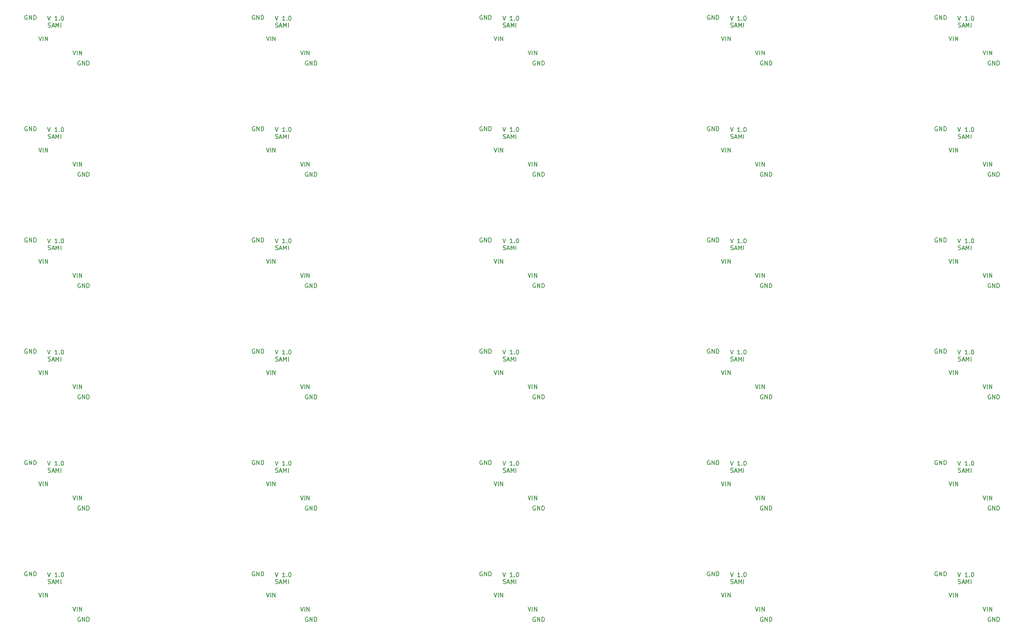
<source format=gbr>
%TF.GenerationSoftware,KiCad,Pcbnew,7.0.2*%
%TF.CreationDate,2023-06-29T11:24:35+02:00*%
%TF.ProjectId,zvukovka_panel,7a76756b-6f76-46b6-915f-70616e656c2e,rev?*%
%TF.SameCoordinates,Original*%
%TF.FileFunction,Other,User*%
%FSLAX46Y46*%
G04 Gerber Fmt 4.6, Leading zero omitted, Abs format (unit mm)*
G04 Created by KiCad (PCBNEW 7.0.2) date 2023-06-29 11:24:35*
%MOMM*%
%LPD*%
G01*
G04 APERTURE LIST*
%ADD10C,0.150000*%
G04 APERTURE END LIST*
D10*
X262686904Y-132925238D02*
X262591666Y-132877619D01*
X262591666Y-132877619D02*
X262448809Y-132877619D01*
X262448809Y-132877619D02*
X262305952Y-132925238D01*
X262305952Y-132925238D02*
X262210714Y-133020476D01*
X262210714Y-133020476D02*
X262163095Y-133115714D01*
X262163095Y-133115714D02*
X262115476Y-133306190D01*
X262115476Y-133306190D02*
X262115476Y-133449047D01*
X262115476Y-133449047D02*
X262163095Y-133639523D01*
X262163095Y-133639523D02*
X262210714Y-133734761D01*
X262210714Y-133734761D02*
X262305952Y-133830000D01*
X262305952Y-133830000D02*
X262448809Y-133877619D01*
X262448809Y-133877619D02*
X262544047Y-133877619D01*
X262544047Y-133877619D02*
X262686904Y-133830000D01*
X262686904Y-133830000D02*
X262734523Y-133782380D01*
X262734523Y-133782380D02*
X262734523Y-133449047D01*
X262734523Y-133449047D02*
X262544047Y-133449047D01*
X263163095Y-133877619D02*
X263163095Y-132877619D01*
X263163095Y-132877619D02*
X263734523Y-133877619D01*
X263734523Y-133877619D02*
X263734523Y-132877619D01*
X264210714Y-133877619D02*
X264210714Y-132877619D01*
X264210714Y-132877619D02*
X264448809Y-132877619D01*
X264448809Y-132877619D02*
X264591666Y-132925238D01*
X264591666Y-132925238D02*
X264686904Y-133020476D01*
X264686904Y-133020476D02*
X264734523Y-133115714D01*
X264734523Y-133115714D02*
X264782142Y-133306190D01*
X264782142Y-133306190D02*
X264782142Y-133449047D01*
X264782142Y-133449047D02*
X264734523Y-133639523D01*
X264734523Y-133639523D02*
X264686904Y-133734761D01*
X264686904Y-133734761D02*
X264591666Y-133830000D01*
X264591666Y-133830000D02*
X264448809Y-133877619D01*
X264448809Y-133877619D02*
X264210714Y-133877619D01*
X168786904Y-117575238D02*
X168691666Y-117527619D01*
X168691666Y-117527619D02*
X168548809Y-117527619D01*
X168548809Y-117527619D02*
X168405952Y-117575238D01*
X168405952Y-117575238D02*
X168310714Y-117670476D01*
X168310714Y-117670476D02*
X168263095Y-117765714D01*
X168263095Y-117765714D02*
X168215476Y-117956190D01*
X168215476Y-117956190D02*
X168215476Y-118099047D01*
X168215476Y-118099047D02*
X168263095Y-118289523D01*
X168263095Y-118289523D02*
X168310714Y-118384761D01*
X168310714Y-118384761D02*
X168405952Y-118480000D01*
X168405952Y-118480000D02*
X168548809Y-118527619D01*
X168548809Y-118527619D02*
X168644047Y-118527619D01*
X168644047Y-118527619D02*
X168786904Y-118480000D01*
X168786904Y-118480000D02*
X168834523Y-118432380D01*
X168834523Y-118432380D02*
X168834523Y-118099047D01*
X168834523Y-118099047D02*
X168644047Y-118099047D01*
X169263095Y-118527619D02*
X169263095Y-117527619D01*
X169263095Y-117527619D02*
X169834523Y-118527619D01*
X169834523Y-118527619D02*
X169834523Y-117527619D01*
X170310714Y-118527619D02*
X170310714Y-117527619D01*
X170310714Y-117527619D02*
X170548809Y-117527619D01*
X170548809Y-117527619D02*
X170691666Y-117575238D01*
X170691666Y-117575238D02*
X170786904Y-117670476D01*
X170786904Y-117670476D02*
X170834523Y-117765714D01*
X170834523Y-117765714D02*
X170882142Y-117956190D01*
X170882142Y-117956190D02*
X170882142Y-118099047D01*
X170882142Y-118099047D02*
X170834523Y-118289523D01*
X170834523Y-118289523D02*
X170786904Y-118384761D01*
X170786904Y-118384761D02*
X170691666Y-118480000D01*
X170691666Y-118480000D02*
X170548809Y-118527619D01*
X170548809Y-118527619D02*
X170310714Y-118527619D01*
X220220238Y-89127619D02*
X220553571Y-90127619D01*
X220553571Y-90127619D02*
X220886904Y-89127619D01*
X221220238Y-90127619D02*
X221220238Y-89127619D01*
X221696428Y-90127619D02*
X221696428Y-89127619D01*
X221696428Y-89127619D02*
X222267856Y-90127619D01*
X222267856Y-90127619D02*
X222267856Y-89127619D01*
X156386904Y-28925238D02*
X156291666Y-28877619D01*
X156291666Y-28877619D02*
X156148809Y-28877619D01*
X156148809Y-28877619D02*
X156005952Y-28925238D01*
X156005952Y-28925238D02*
X155910714Y-29020476D01*
X155910714Y-29020476D02*
X155863095Y-29115714D01*
X155863095Y-29115714D02*
X155815476Y-29306190D01*
X155815476Y-29306190D02*
X155815476Y-29449047D01*
X155815476Y-29449047D02*
X155863095Y-29639523D01*
X155863095Y-29639523D02*
X155910714Y-29734761D01*
X155910714Y-29734761D02*
X156005952Y-29830000D01*
X156005952Y-29830000D02*
X156148809Y-29877619D01*
X156148809Y-29877619D02*
X156244047Y-29877619D01*
X156244047Y-29877619D02*
X156386904Y-29830000D01*
X156386904Y-29830000D02*
X156434523Y-29782380D01*
X156434523Y-29782380D02*
X156434523Y-29449047D01*
X156434523Y-29449047D02*
X156244047Y-29449047D01*
X156863095Y-29877619D02*
X156863095Y-28877619D01*
X156863095Y-28877619D02*
X157434523Y-29877619D01*
X157434523Y-29877619D02*
X157434523Y-28877619D01*
X157910714Y-29877619D02*
X157910714Y-28877619D01*
X157910714Y-28877619D02*
X158148809Y-28877619D01*
X158148809Y-28877619D02*
X158291666Y-28925238D01*
X158291666Y-28925238D02*
X158386904Y-29020476D01*
X158386904Y-29020476D02*
X158434523Y-29115714D01*
X158434523Y-29115714D02*
X158482142Y-29306190D01*
X158482142Y-29306190D02*
X158482142Y-29449047D01*
X158482142Y-29449047D02*
X158434523Y-29639523D01*
X158434523Y-29639523D02*
X158386904Y-29734761D01*
X158386904Y-29734761D02*
X158291666Y-29830000D01*
X158291666Y-29830000D02*
X158148809Y-29877619D01*
X158148809Y-29877619D02*
X157910714Y-29877619D01*
X159120238Y-163827619D02*
X159453571Y-164827619D01*
X159453571Y-164827619D02*
X159786904Y-163827619D01*
X160120238Y-164827619D02*
X160120238Y-163827619D01*
X160596428Y-164827619D02*
X160596428Y-163827619D01*
X160596428Y-163827619D02*
X161167856Y-164827619D01*
X161167856Y-164827619D02*
X161167856Y-163827619D01*
X167070238Y-89127619D02*
X167403571Y-90127619D01*
X167403571Y-90127619D02*
X167736904Y-89127619D01*
X168070238Y-90127619D02*
X168070238Y-89127619D01*
X168546428Y-90127619D02*
X168546428Y-89127619D01*
X168546428Y-89127619D02*
X169117856Y-90127619D01*
X169117856Y-90127619D02*
X169117856Y-89127619D01*
X115636904Y-117575238D02*
X115541666Y-117527619D01*
X115541666Y-117527619D02*
X115398809Y-117527619D01*
X115398809Y-117527619D02*
X115255952Y-117575238D01*
X115255952Y-117575238D02*
X115160714Y-117670476D01*
X115160714Y-117670476D02*
X115113095Y-117765714D01*
X115113095Y-117765714D02*
X115065476Y-117956190D01*
X115065476Y-117956190D02*
X115065476Y-118099047D01*
X115065476Y-118099047D02*
X115113095Y-118289523D01*
X115113095Y-118289523D02*
X115160714Y-118384761D01*
X115160714Y-118384761D02*
X115255952Y-118480000D01*
X115255952Y-118480000D02*
X115398809Y-118527619D01*
X115398809Y-118527619D02*
X115494047Y-118527619D01*
X115494047Y-118527619D02*
X115636904Y-118480000D01*
X115636904Y-118480000D02*
X115684523Y-118432380D01*
X115684523Y-118432380D02*
X115684523Y-118099047D01*
X115684523Y-118099047D02*
X115494047Y-118099047D01*
X116113095Y-118527619D02*
X116113095Y-117527619D01*
X116113095Y-117527619D02*
X116684523Y-118527619D01*
X116684523Y-118527619D02*
X116684523Y-117527619D01*
X117160714Y-118527619D02*
X117160714Y-117527619D01*
X117160714Y-117527619D02*
X117398809Y-117527619D01*
X117398809Y-117527619D02*
X117541666Y-117575238D01*
X117541666Y-117575238D02*
X117636904Y-117670476D01*
X117636904Y-117670476D02*
X117684523Y-117765714D01*
X117684523Y-117765714D02*
X117732142Y-117956190D01*
X117732142Y-117956190D02*
X117732142Y-118099047D01*
X117732142Y-118099047D02*
X117684523Y-118289523D01*
X117684523Y-118289523D02*
X117636904Y-118384761D01*
X117636904Y-118384761D02*
X117541666Y-118480000D01*
X117541666Y-118480000D02*
X117398809Y-118527619D01*
X117398809Y-118527619D02*
X117160714Y-118527619D01*
X159120238Y-59827619D02*
X159453571Y-60827619D01*
X159453571Y-60827619D02*
X159786904Y-59827619D01*
X160120238Y-60827619D02*
X160120238Y-59827619D01*
X160596428Y-60827619D02*
X160596428Y-59827619D01*
X160596428Y-59827619D02*
X161167856Y-60827619D01*
X161167856Y-60827619D02*
X161167856Y-59827619D01*
X103236904Y-54925238D02*
X103141666Y-54877619D01*
X103141666Y-54877619D02*
X102998809Y-54877619D01*
X102998809Y-54877619D02*
X102855952Y-54925238D01*
X102855952Y-54925238D02*
X102760714Y-55020476D01*
X102760714Y-55020476D02*
X102713095Y-55115714D01*
X102713095Y-55115714D02*
X102665476Y-55306190D01*
X102665476Y-55306190D02*
X102665476Y-55449047D01*
X102665476Y-55449047D02*
X102713095Y-55639523D01*
X102713095Y-55639523D02*
X102760714Y-55734761D01*
X102760714Y-55734761D02*
X102855952Y-55830000D01*
X102855952Y-55830000D02*
X102998809Y-55877619D01*
X102998809Y-55877619D02*
X103094047Y-55877619D01*
X103094047Y-55877619D02*
X103236904Y-55830000D01*
X103236904Y-55830000D02*
X103284523Y-55782380D01*
X103284523Y-55782380D02*
X103284523Y-55449047D01*
X103284523Y-55449047D02*
X103094047Y-55449047D01*
X103713095Y-55877619D02*
X103713095Y-54877619D01*
X103713095Y-54877619D02*
X104284523Y-55877619D01*
X104284523Y-55877619D02*
X104284523Y-54877619D01*
X104760714Y-55877619D02*
X104760714Y-54877619D01*
X104760714Y-54877619D02*
X104998809Y-54877619D01*
X104998809Y-54877619D02*
X105141666Y-54925238D01*
X105141666Y-54925238D02*
X105236904Y-55020476D01*
X105236904Y-55020476D02*
X105284523Y-55115714D01*
X105284523Y-55115714D02*
X105332142Y-55306190D01*
X105332142Y-55306190D02*
X105332142Y-55449047D01*
X105332142Y-55449047D02*
X105284523Y-55639523D01*
X105284523Y-55639523D02*
X105236904Y-55734761D01*
X105236904Y-55734761D02*
X105141666Y-55830000D01*
X105141666Y-55830000D02*
X104998809Y-55877619D01*
X104998809Y-55877619D02*
X104760714Y-55877619D01*
X113920238Y-63127619D02*
X114253571Y-64127619D01*
X114253571Y-64127619D02*
X114586904Y-63127619D01*
X114920238Y-64127619D02*
X114920238Y-63127619D01*
X115396428Y-64127619D02*
X115396428Y-63127619D01*
X115396428Y-63127619D02*
X115967856Y-64127619D01*
X115967856Y-64127619D02*
X115967856Y-63127619D01*
X221936904Y-117575238D02*
X221841666Y-117527619D01*
X221841666Y-117527619D02*
X221698809Y-117527619D01*
X221698809Y-117527619D02*
X221555952Y-117575238D01*
X221555952Y-117575238D02*
X221460714Y-117670476D01*
X221460714Y-117670476D02*
X221413095Y-117765714D01*
X221413095Y-117765714D02*
X221365476Y-117956190D01*
X221365476Y-117956190D02*
X221365476Y-118099047D01*
X221365476Y-118099047D02*
X221413095Y-118289523D01*
X221413095Y-118289523D02*
X221460714Y-118384761D01*
X221460714Y-118384761D02*
X221555952Y-118480000D01*
X221555952Y-118480000D02*
X221698809Y-118527619D01*
X221698809Y-118527619D02*
X221794047Y-118527619D01*
X221794047Y-118527619D02*
X221936904Y-118480000D01*
X221936904Y-118480000D02*
X221984523Y-118432380D01*
X221984523Y-118432380D02*
X221984523Y-118099047D01*
X221984523Y-118099047D02*
X221794047Y-118099047D01*
X222413095Y-118527619D02*
X222413095Y-117527619D01*
X222413095Y-117527619D02*
X222984523Y-118527619D01*
X222984523Y-118527619D02*
X222984523Y-117527619D01*
X223460714Y-118527619D02*
X223460714Y-117527619D01*
X223460714Y-117527619D02*
X223698809Y-117527619D01*
X223698809Y-117527619D02*
X223841666Y-117575238D01*
X223841666Y-117575238D02*
X223936904Y-117670476D01*
X223936904Y-117670476D02*
X223984523Y-117765714D01*
X223984523Y-117765714D02*
X224032142Y-117956190D01*
X224032142Y-117956190D02*
X224032142Y-118099047D01*
X224032142Y-118099047D02*
X223984523Y-118289523D01*
X223984523Y-118289523D02*
X223936904Y-118384761D01*
X223936904Y-118384761D02*
X223841666Y-118480000D01*
X223841666Y-118480000D02*
X223698809Y-118527619D01*
X223698809Y-118527619D02*
X223460714Y-118527619D01*
X62486904Y-117575238D02*
X62391666Y-117527619D01*
X62391666Y-117527619D02*
X62248809Y-117527619D01*
X62248809Y-117527619D02*
X62105952Y-117575238D01*
X62105952Y-117575238D02*
X62010714Y-117670476D01*
X62010714Y-117670476D02*
X61963095Y-117765714D01*
X61963095Y-117765714D02*
X61915476Y-117956190D01*
X61915476Y-117956190D02*
X61915476Y-118099047D01*
X61915476Y-118099047D02*
X61963095Y-118289523D01*
X61963095Y-118289523D02*
X62010714Y-118384761D01*
X62010714Y-118384761D02*
X62105952Y-118480000D01*
X62105952Y-118480000D02*
X62248809Y-118527619D01*
X62248809Y-118527619D02*
X62344047Y-118527619D01*
X62344047Y-118527619D02*
X62486904Y-118480000D01*
X62486904Y-118480000D02*
X62534523Y-118432380D01*
X62534523Y-118432380D02*
X62534523Y-118099047D01*
X62534523Y-118099047D02*
X62344047Y-118099047D01*
X62963095Y-118527619D02*
X62963095Y-117527619D01*
X62963095Y-117527619D02*
X63534523Y-118527619D01*
X63534523Y-118527619D02*
X63534523Y-117527619D01*
X64010714Y-118527619D02*
X64010714Y-117527619D01*
X64010714Y-117527619D02*
X64248809Y-117527619D01*
X64248809Y-117527619D02*
X64391666Y-117575238D01*
X64391666Y-117575238D02*
X64486904Y-117670476D01*
X64486904Y-117670476D02*
X64534523Y-117765714D01*
X64534523Y-117765714D02*
X64582142Y-117956190D01*
X64582142Y-117956190D02*
X64582142Y-118099047D01*
X64582142Y-118099047D02*
X64534523Y-118289523D01*
X64534523Y-118289523D02*
X64486904Y-118384761D01*
X64486904Y-118384761D02*
X64391666Y-118480000D01*
X64391666Y-118480000D02*
X64248809Y-118527619D01*
X64248809Y-118527619D02*
X64010714Y-118527619D01*
X159120238Y-85827619D02*
X159453571Y-86827619D01*
X159453571Y-86827619D02*
X159786904Y-85827619D01*
X160120238Y-86827619D02*
X160120238Y-85827619D01*
X160596428Y-86827619D02*
X160596428Y-85827619D01*
X160596428Y-85827619D02*
X161167856Y-86827619D01*
X161167856Y-86827619D02*
X161167856Y-85827619D01*
X273370238Y-37127619D02*
X273703571Y-38127619D01*
X273703571Y-38127619D02*
X274036904Y-37127619D01*
X274370238Y-38127619D02*
X274370238Y-37127619D01*
X274846428Y-38127619D02*
X274846428Y-37127619D01*
X274846428Y-37127619D02*
X275417856Y-38127619D01*
X275417856Y-38127619D02*
X275417856Y-37127619D01*
X115636904Y-65575238D02*
X115541666Y-65527619D01*
X115541666Y-65527619D02*
X115398809Y-65527619D01*
X115398809Y-65527619D02*
X115255952Y-65575238D01*
X115255952Y-65575238D02*
X115160714Y-65670476D01*
X115160714Y-65670476D02*
X115113095Y-65765714D01*
X115113095Y-65765714D02*
X115065476Y-65956190D01*
X115065476Y-65956190D02*
X115065476Y-66099047D01*
X115065476Y-66099047D02*
X115113095Y-66289523D01*
X115113095Y-66289523D02*
X115160714Y-66384761D01*
X115160714Y-66384761D02*
X115255952Y-66480000D01*
X115255952Y-66480000D02*
X115398809Y-66527619D01*
X115398809Y-66527619D02*
X115494047Y-66527619D01*
X115494047Y-66527619D02*
X115636904Y-66480000D01*
X115636904Y-66480000D02*
X115684523Y-66432380D01*
X115684523Y-66432380D02*
X115684523Y-66099047D01*
X115684523Y-66099047D02*
X115494047Y-66099047D01*
X116113095Y-66527619D02*
X116113095Y-65527619D01*
X116113095Y-65527619D02*
X116684523Y-66527619D01*
X116684523Y-66527619D02*
X116684523Y-65527619D01*
X117160714Y-66527619D02*
X117160714Y-65527619D01*
X117160714Y-65527619D02*
X117398809Y-65527619D01*
X117398809Y-65527619D02*
X117541666Y-65575238D01*
X117541666Y-65575238D02*
X117636904Y-65670476D01*
X117636904Y-65670476D02*
X117684523Y-65765714D01*
X117684523Y-65765714D02*
X117732142Y-65956190D01*
X117732142Y-65956190D02*
X117732142Y-66099047D01*
X117732142Y-66099047D02*
X117684523Y-66289523D01*
X117684523Y-66289523D02*
X117636904Y-66384761D01*
X117636904Y-66384761D02*
X117541666Y-66480000D01*
X117541666Y-66480000D02*
X117398809Y-66527619D01*
X117398809Y-66527619D02*
X117160714Y-66527619D01*
X212270238Y-111827619D02*
X212603571Y-112827619D01*
X212603571Y-112827619D02*
X212936904Y-111827619D01*
X213270238Y-112827619D02*
X213270238Y-111827619D01*
X213746428Y-112827619D02*
X213746428Y-111827619D01*
X213746428Y-111827619D02*
X214317856Y-112827619D01*
X214317856Y-112827619D02*
X214317856Y-111827619D01*
X273370238Y-167127619D02*
X273703571Y-168127619D01*
X273703571Y-168127619D02*
X274036904Y-167127619D01*
X274370238Y-168127619D02*
X274370238Y-167127619D01*
X274846428Y-168127619D02*
X274846428Y-167127619D01*
X274846428Y-167127619D02*
X275417856Y-168127619D01*
X275417856Y-168127619D02*
X275417856Y-167127619D01*
X167070238Y-115127619D02*
X167403571Y-116127619D01*
X167403571Y-116127619D02*
X167736904Y-115127619D01*
X168070238Y-116127619D02*
X168070238Y-115127619D01*
X168546428Y-116127619D02*
X168546428Y-115127619D01*
X168546428Y-115127619D02*
X169117856Y-116127619D01*
X169117856Y-116127619D02*
X169117856Y-115127619D01*
X113920238Y-115127619D02*
X114253571Y-116127619D01*
X114253571Y-116127619D02*
X114586904Y-115127619D01*
X114920238Y-116127619D02*
X114920238Y-115127619D01*
X115396428Y-116127619D02*
X115396428Y-115127619D01*
X115396428Y-115127619D02*
X115967856Y-116127619D01*
X115967856Y-116127619D02*
X115967856Y-115127619D01*
X273370238Y-115127619D02*
X273703571Y-116127619D01*
X273703571Y-116127619D02*
X274036904Y-115127619D01*
X274370238Y-116127619D02*
X274370238Y-115127619D01*
X274846428Y-116127619D02*
X274846428Y-115127619D01*
X274846428Y-115127619D02*
X275417856Y-116127619D01*
X275417856Y-116127619D02*
X275417856Y-115127619D01*
X167070238Y-167127619D02*
X167403571Y-168127619D01*
X167403571Y-168127619D02*
X167736904Y-167127619D01*
X168070238Y-168127619D02*
X168070238Y-167127619D01*
X168546428Y-168127619D02*
X168546428Y-167127619D01*
X168546428Y-167127619D02*
X169117856Y-168127619D01*
X169117856Y-168127619D02*
X169117856Y-167127619D01*
X221936904Y-143575238D02*
X221841666Y-143527619D01*
X221841666Y-143527619D02*
X221698809Y-143527619D01*
X221698809Y-143527619D02*
X221555952Y-143575238D01*
X221555952Y-143575238D02*
X221460714Y-143670476D01*
X221460714Y-143670476D02*
X221413095Y-143765714D01*
X221413095Y-143765714D02*
X221365476Y-143956190D01*
X221365476Y-143956190D02*
X221365476Y-144099047D01*
X221365476Y-144099047D02*
X221413095Y-144289523D01*
X221413095Y-144289523D02*
X221460714Y-144384761D01*
X221460714Y-144384761D02*
X221555952Y-144480000D01*
X221555952Y-144480000D02*
X221698809Y-144527619D01*
X221698809Y-144527619D02*
X221794047Y-144527619D01*
X221794047Y-144527619D02*
X221936904Y-144480000D01*
X221936904Y-144480000D02*
X221984523Y-144432380D01*
X221984523Y-144432380D02*
X221984523Y-144099047D01*
X221984523Y-144099047D02*
X221794047Y-144099047D01*
X222413095Y-144527619D02*
X222413095Y-143527619D01*
X222413095Y-143527619D02*
X222984523Y-144527619D01*
X222984523Y-144527619D02*
X222984523Y-143527619D01*
X223460714Y-144527619D02*
X223460714Y-143527619D01*
X223460714Y-143527619D02*
X223698809Y-143527619D01*
X223698809Y-143527619D02*
X223841666Y-143575238D01*
X223841666Y-143575238D02*
X223936904Y-143670476D01*
X223936904Y-143670476D02*
X223984523Y-143765714D01*
X223984523Y-143765714D02*
X224032142Y-143956190D01*
X224032142Y-143956190D02*
X224032142Y-144099047D01*
X224032142Y-144099047D02*
X223984523Y-144289523D01*
X223984523Y-144289523D02*
X223936904Y-144384761D01*
X223936904Y-144384761D02*
X223841666Y-144480000D01*
X223841666Y-144480000D02*
X223698809Y-144527619D01*
X223698809Y-144527619D02*
X223460714Y-144527619D01*
X54870238Y-107057619D02*
X55203571Y-108057619D01*
X55203571Y-108057619D02*
X55536904Y-107057619D01*
X57155952Y-108057619D02*
X56584524Y-108057619D01*
X56870238Y-108057619D02*
X56870238Y-107057619D01*
X56870238Y-107057619D02*
X56775000Y-107200476D01*
X56775000Y-107200476D02*
X56679762Y-107295714D01*
X56679762Y-107295714D02*
X56584524Y-107343333D01*
X57584524Y-107962380D02*
X57632143Y-108010000D01*
X57632143Y-108010000D02*
X57584524Y-108057619D01*
X57584524Y-108057619D02*
X57536905Y-108010000D01*
X57536905Y-108010000D02*
X57584524Y-107962380D01*
X57584524Y-107962380D02*
X57584524Y-108057619D01*
X58251190Y-107057619D02*
X58346428Y-107057619D01*
X58346428Y-107057619D02*
X58441666Y-107105238D01*
X58441666Y-107105238D02*
X58489285Y-107152857D01*
X58489285Y-107152857D02*
X58536904Y-107248095D01*
X58536904Y-107248095D02*
X58584523Y-107438571D01*
X58584523Y-107438571D02*
X58584523Y-107676666D01*
X58584523Y-107676666D02*
X58536904Y-107867142D01*
X58536904Y-107867142D02*
X58489285Y-107962380D01*
X58489285Y-107962380D02*
X58441666Y-108010000D01*
X58441666Y-108010000D02*
X58346428Y-108057619D01*
X58346428Y-108057619D02*
X58251190Y-108057619D01*
X58251190Y-108057619D02*
X58155952Y-108010000D01*
X58155952Y-108010000D02*
X58108333Y-107962380D01*
X58108333Y-107962380D02*
X58060714Y-107867142D01*
X58060714Y-107867142D02*
X58013095Y-107676666D01*
X58013095Y-107676666D02*
X58013095Y-107438571D01*
X58013095Y-107438571D02*
X58060714Y-107248095D01*
X58060714Y-107248095D02*
X58108333Y-107152857D01*
X58108333Y-107152857D02*
X58155952Y-107105238D01*
X58155952Y-107105238D02*
X58251190Y-107057619D01*
X54965476Y-109630000D02*
X55108333Y-109677619D01*
X55108333Y-109677619D02*
X55346428Y-109677619D01*
X55346428Y-109677619D02*
X55441666Y-109630000D01*
X55441666Y-109630000D02*
X55489285Y-109582380D01*
X55489285Y-109582380D02*
X55536904Y-109487142D01*
X55536904Y-109487142D02*
X55536904Y-109391904D01*
X55536904Y-109391904D02*
X55489285Y-109296666D01*
X55489285Y-109296666D02*
X55441666Y-109249047D01*
X55441666Y-109249047D02*
X55346428Y-109201428D01*
X55346428Y-109201428D02*
X55155952Y-109153809D01*
X55155952Y-109153809D02*
X55060714Y-109106190D01*
X55060714Y-109106190D02*
X55013095Y-109058571D01*
X55013095Y-109058571D02*
X54965476Y-108963333D01*
X54965476Y-108963333D02*
X54965476Y-108868095D01*
X54965476Y-108868095D02*
X55013095Y-108772857D01*
X55013095Y-108772857D02*
X55060714Y-108725238D01*
X55060714Y-108725238D02*
X55155952Y-108677619D01*
X55155952Y-108677619D02*
X55394047Y-108677619D01*
X55394047Y-108677619D02*
X55536904Y-108725238D01*
X55917857Y-109391904D02*
X56394047Y-109391904D01*
X55822619Y-109677619D02*
X56155952Y-108677619D01*
X56155952Y-108677619D02*
X56489285Y-109677619D01*
X56822619Y-109677619D02*
X56822619Y-108677619D01*
X56822619Y-108677619D02*
X57155952Y-109391904D01*
X57155952Y-109391904D02*
X57489285Y-108677619D01*
X57489285Y-108677619D02*
X57489285Y-109677619D01*
X57965476Y-109677619D02*
X57965476Y-108677619D01*
X214320238Y-81057619D02*
X214653571Y-82057619D01*
X214653571Y-82057619D02*
X214986904Y-81057619D01*
X216605952Y-82057619D02*
X216034524Y-82057619D01*
X216320238Y-82057619D02*
X216320238Y-81057619D01*
X216320238Y-81057619D02*
X216225000Y-81200476D01*
X216225000Y-81200476D02*
X216129762Y-81295714D01*
X216129762Y-81295714D02*
X216034524Y-81343333D01*
X217034524Y-81962380D02*
X217082143Y-82010000D01*
X217082143Y-82010000D02*
X217034524Y-82057619D01*
X217034524Y-82057619D02*
X216986905Y-82010000D01*
X216986905Y-82010000D02*
X217034524Y-81962380D01*
X217034524Y-81962380D02*
X217034524Y-82057619D01*
X217701190Y-81057619D02*
X217796428Y-81057619D01*
X217796428Y-81057619D02*
X217891666Y-81105238D01*
X217891666Y-81105238D02*
X217939285Y-81152857D01*
X217939285Y-81152857D02*
X217986904Y-81248095D01*
X217986904Y-81248095D02*
X218034523Y-81438571D01*
X218034523Y-81438571D02*
X218034523Y-81676666D01*
X218034523Y-81676666D02*
X217986904Y-81867142D01*
X217986904Y-81867142D02*
X217939285Y-81962380D01*
X217939285Y-81962380D02*
X217891666Y-82010000D01*
X217891666Y-82010000D02*
X217796428Y-82057619D01*
X217796428Y-82057619D02*
X217701190Y-82057619D01*
X217701190Y-82057619D02*
X217605952Y-82010000D01*
X217605952Y-82010000D02*
X217558333Y-81962380D01*
X217558333Y-81962380D02*
X217510714Y-81867142D01*
X217510714Y-81867142D02*
X217463095Y-81676666D01*
X217463095Y-81676666D02*
X217463095Y-81438571D01*
X217463095Y-81438571D02*
X217510714Y-81248095D01*
X217510714Y-81248095D02*
X217558333Y-81152857D01*
X217558333Y-81152857D02*
X217605952Y-81105238D01*
X217605952Y-81105238D02*
X217701190Y-81057619D01*
X214415476Y-83630000D02*
X214558333Y-83677619D01*
X214558333Y-83677619D02*
X214796428Y-83677619D01*
X214796428Y-83677619D02*
X214891666Y-83630000D01*
X214891666Y-83630000D02*
X214939285Y-83582380D01*
X214939285Y-83582380D02*
X214986904Y-83487142D01*
X214986904Y-83487142D02*
X214986904Y-83391904D01*
X214986904Y-83391904D02*
X214939285Y-83296666D01*
X214939285Y-83296666D02*
X214891666Y-83249047D01*
X214891666Y-83249047D02*
X214796428Y-83201428D01*
X214796428Y-83201428D02*
X214605952Y-83153809D01*
X214605952Y-83153809D02*
X214510714Y-83106190D01*
X214510714Y-83106190D02*
X214463095Y-83058571D01*
X214463095Y-83058571D02*
X214415476Y-82963333D01*
X214415476Y-82963333D02*
X214415476Y-82868095D01*
X214415476Y-82868095D02*
X214463095Y-82772857D01*
X214463095Y-82772857D02*
X214510714Y-82725238D01*
X214510714Y-82725238D02*
X214605952Y-82677619D01*
X214605952Y-82677619D02*
X214844047Y-82677619D01*
X214844047Y-82677619D02*
X214986904Y-82725238D01*
X215367857Y-83391904D02*
X215844047Y-83391904D01*
X215272619Y-83677619D02*
X215605952Y-82677619D01*
X215605952Y-82677619D02*
X215939285Y-83677619D01*
X216272619Y-83677619D02*
X216272619Y-82677619D01*
X216272619Y-82677619D02*
X216605952Y-83391904D01*
X216605952Y-83391904D02*
X216939285Y-82677619D01*
X216939285Y-82677619D02*
X216939285Y-83677619D01*
X217415476Y-83677619D02*
X217415476Y-82677619D01*
X168786904Y-143575238D02*
X168691666Y-143527619D01*
X168691666Y-143527619D02*
X168548809Y-143527619D01*
X168548809Y-143527619D02*
X168405952Y-143575238D01*
X168405952Y-143575238D02*
X168310714Y-143670476D01*
X168310714Y-143670476D02*
X168263095Y-143765714D01*
X168263095Y-143765714D02*
X168215476Y-143956190D01*
X168215476Y-143956190D02*
X168215476Y-144099047D01*
X168215476Y-144099047D02*
X168263095Y-144289523D01*
X168263095Y-144289523D02*
X168310714Y-144384761D01*
X168310714Y-144384761D02*
X168405952Y-144480000D01*
X168405952Y-144480000D02*
X168548809Y-144527619D01*
X168548809Y-144527619D02*
X168644047Y-144527619D01*
X168644047Y-144527619D02*
X168786904Y-144480000D01*
X168786904Y-144480000D02*
X168834523Y-144432380D01*
X168834523Y-144432380D02*
X168834523Y-144099047D01*
X168834523Y-144099047D02*
X168644047Y-144099047D01*
X169263095Y-144527619D02*
X169263095Y-143527619D01*
X169263095Y-143527619D02*
X169834523Y-144527619D01*
X169834523Y-144527619D02*
X169834523Y-143527619D01*
X170310714Y-144527619D02*
X170310714Y-143527619D01*
X170310714Y-143527619D02*
X170548809Y-143527619D01*
X170548809Y-143527619D02*
X170691666Y-143575238D01*
X170691666Y-143575238D02*
X170786904Y-143670476D01*
X170786904Y-143670476D02*
X170834523Y-143765714D01*
X170834523Y-143765714D02*
X170882142Y-143956190D01*
X170882142Y-143956190D02*
X170882142Y-144099047D01*
X170882142Y-144099047D02*
X170834523Y-144289523D01*
X170834523Y-144289523D02*
X170786904Y-144384761D01*
X170786904Y-144384761D02*
X170691666Y-144480000D01*
X170691666Y-144480000D02*
X170548809Y-144527619D01*
X170548809Y-144527619D02*
X170310714Y-144527619D01*
X167070238Y-141127619D02*
X167403571Y-142127619D01*
X167403571Y-142127619D02*
X167736904Y-141127619D01*
X168070238Y-142127619D02*
X168070238Y-141127619D01*
X168546428Y-142127619D02*
X168546428Y-141127619D01*
X168546428Y-141127619D02*
X169117856Y-142127619D01*
X169117856Y-142127619D02*
X169117856Y-141127619D01*
X161170238Y-159057619D02*
X161503571Y-160057619D01*
X161503571Y-160057619D02*
X161836904Y-159057619D01*
X163455952Y-160057619D02*
X162884524Y-160057619D01*
X163170238Y-160057619D02*
X163170238Y-159057619D01*
X163170238Y-159057619D02*
X163075000Y-159200476D01*
X163075000Y-159200476D02*
X162979762Y-159295714D01*
X162979762Y-159295714D02*
X162884524Y-159343333D01*
X163884524Y-159962380D02*
X163932143Y-160010000D01*
X163932143Y-160010000D02*
X163884524Y-160057619D01*
X163884524Y-160057619D02*
X163836905Y-160010000D01*
X163836905Y-160010000D02*
X163884524Y-159962380D01*
X163884524Y-159962380D02*
X163884524Y-160057619D01*
X164551190Y-159057619D02*
X164646428Y-159057619D01*
X164646428Y-159057619D02*
X164741666Y-159105238D01*
X164741666Y-159105238D02*
X164789285Y-159152857D01*
X164789285Y-159152857D02*
X164836904Y-159248095D01*
X164836904Y-159248095D02*
X164884523Y-159438571D01*
X164884523Y-159438571D02*
X164884523Y-159676666D01*
X164884523Y-159676666D02*
X164836904Y-159867142D01*
X164836904Y-159867142D02*
X164789285Y-159962380D01*
X164789285Y-159962380D02*
X164741666Y-160010000D01*
X164741666Y-160010000D02*
X164646428Y-160057619D01*
X164646428Y-160057619D02*
X164551190Y-160057619D01*
X164551190Y-160057619D02*
X164455952Y-160010000D01*
X164455952Y-160010000D02*
X164408333Y-159962380D01*
X164408333Y-159962380D02*
X164360714Y-159867142D01*
X164360714Y-159867142D02*
X164313095Y-159676666D01*
X164313095Y-159676666D02*
X164313095Y-159438571D01*
X164313095Y-159438571D02*
X164360714Y-159248095D01*
X164360714Y-159248095D02*
X164408333Y-159152857D01*
X164408333Y-159152857D02*
X164455952Y-159105238D01*
X164455952Y-159105238D02*
X164551190Y-159057619D01*
X161265476Y-161630000D02*
X161408333Y-161677619D01*
X161408333Y-161677619D02*
X161646428Y-161677619D01*
X161646428Y-161677619D02*
X161741666Y-161630000D01*
X161741666Y-161630000D02*
X161789285Y-161582380D01*
X161789285Y-161582380D02*
X161836904Y-161487142D01*
X161836904Y-161487142D02*
X161836904Y-161391904D01*
X161836904Y-161391904D02*
X161789285Y-161296666D01*
X161789285Y-161296666D02*
X161741666Y-161249047D01*
X161741666Y-161249047D02*
X161646428Y-161201428D01*
X161646428Y-161201428D02*
X161455952Y-161153809D01*
X161455952Y-161153809D02*
X161360714Y-161106190D01*
X161360714Y-161106190D02*
X161313095Y-161058571D01*
X161313095Y-161058571D02*
X161265476Y-160963333D01*
X161265476Y-160963333D02*
X161265476Y-160868095D01*
X161265476Y-160868095D02*
X161313095Y-160772857D01*
X161313095Y-160772857D02*
X161360714Y-160725238D01*
X161360714Y-160725238D02*
X161455952Y-160677619D01*
X161455952Y-160677619D02*
X161694047Y-160677619D01*
X161694047Y-160677619D02*
X161836904Y-160725238D01*
X162217857Y-161391904D02*
X162694047Y-161391904D01*
X162122619Y-161677619D02*
X162455952Y-160677619D01*
X162455952Y-160677619D02*
X162789285Y-161677619D01*
X163122619Y-161677619D02*
X163122619Y-160677619D01*
X163122619Y-160677619D02*
X163455952Y-161391904D01*
X163455952Y-161391904D02*
X163789285Y-160677619D01*
X163789285Y-160677619D02*
X163789285Y-161677619D01*
X164265476Y-161677619D02*
X164265476Y-160677619D01*
X108020238Y-133057619D02*
X108353571Y-134057619D01*
X108353571Y-134057619D02*
X108686904Y-133057619D01*
X110305952Y-134057619D02*
X109734524Y-134057619D01*
X110020238Y-134057619D02*
X110020238Y-133057619D01*
X110020238Y-133057619D02*
X109925000Y-133200476D01*
X109925000Y-133200476D02*
X109829762Y-133295714D01*
X109829762Y-133295714D02*
X109734524Y-133343333D01*
X110734524Y-133962380D02*
X110782143Y-134010000D01*
X110782143Y-134010000D02*
X110734524Y-134057619D01*
X110734524Y-134057619D02*
X110686905Y-134010000D01*
X110686905Y-134010000D02*
X110734524Y-133962380D01*
X110734524Y-133962380D02*
X110734524Y-134057619D01*
X111401190Y-133057619D02*
X111496428Y-133057619D01*
X111496428Y-133057619D02*
X111591666Y-133105238D01*
X111591666Y-133105238D02*
X111639285Y-133152857D01*
X111639285Y-133152857D02*
X111686904Y-133248095D01*
X111686904Y-133248095D02*
X111734523Y-133438571D01*
X111734523Y-133438571D02*
X111734523Y-133676666D01*
X111734523Y-133676666D02*
X111686904Y-133867142D01*
X111686904Y-133867142D02*
X111639285Y-133962380D01*
X111639285Y-133962380D02*
X111591666Y-134010000D01*
X111591666Y-134010000D02*
X111496428Y-134057619D01*
X111496428Y-134057619D02*
X111401190Y-134057619D01*
X111401190Y-134057619D02*
X111305952Y-134010000D01*
X111305952Y-134010000D02*
X111258333Y-133962380D01*
X111258333Y-133962380D02*
X111210714Y-133867142D01*
X111210714Y-133867142D02*
X111163095Y-133676666D01*
X111163095Y-133676666D02*
X111163095Y-133438571D01*
X111163095Y-133438571D02*
X111210714Y-133248095D01*
X111210714Y-133248095D02*
X111258333Y-133152857D01*
X111258333Y-133152857D02*
X111305952Y-133105238D01*
X111305952Y-133105238D02*
X111401190Y-133057619D01*
X108115476Y-135630000D02*
X108258333Y-135677619D01*
X108258333Y-135677619D02*
X108496428Y-135677619D01*
X108496428Y-135677619D02*
X108591666Y-135630000D01*
X108591666Y-135630000D02*
X108639285Y-135582380D01*
X108639285Y-135582380D02*
X108686904Y-135487142D01*
X108686904Y-135487142D02*
X108686904Y-135391904D01*
X108686904Y-135391904D02*
X108639285Y-135296666D01*
X108639285Y-135296666D02*
X108591666Y-135249047D01*
X108591666Y-135249047D02*
X108496428Y-135201428D01*
X108496428Y-135201428D02*
X108305952Y-135153809D01*
X108305952Y-135153809D02*
X108210714Y-135106190D01*
X108210714Y-135106190D02*
X108163095Y-135058571D01*
X108163095Y-135058571D02*
X108115476Y-134963333D01*
X108115476Y-134963333D02*
X108115476Y-134868095D01*
X108115476Y-134868095D02*
X108163095Y-134772857D01*
X108163095Y-134772857D02*
X108210714Y-134725238D01*
X108210714Y-134725238D02*
X108305952Y-134677619D01*
X108305952Y-134677619D02*
X108544047Y-134677619D01*
X108544047Y-134677619D02*
X108686904Y-134725238D01*
X109067857Y-135391904D02*
X109544047Y-135391904D01*
X108972619Y-135677619D02*
X109305952Y-134677619D01*
X109305952Y-134677619D02*
X109639285Y-135677619D01*
X109972619Y-135677619D02*
X109972619Y-134677619D01*
X109972619Y-134677619D02*
X110305952Y-135391904D01*
X110305952Y-135391904D02*
X110639285Y-134677619D01*
X110639285Y-134677619D02*
X110639285Y-135677619D01*
X111115476Y-135677619D02*
X111115476Y-134677619D01*
X60770238Y-37127619D02*
X61103571Y-38127619D01*
X61103571Y-38127619D02*
X61436904Y-37127619D01*
X61770238Y-38127619D02*
X61770238Y-37127619D01*
X62246428Y-38127619D02*
X62246428Y-37127619D01*
X62246428Y-37127619D02*
X62817856Y-38127619D01*
X62817856Y-38127619D02*
X62817856Y-37127619D01*
X60770238Y-141127619D02*
X61103571Y-142127619D01*
X61103571Y-142127619D02*
X61436904Y-141127619D01*
X61770238Y-142127619D02*
X61770238Y-141127619D01*
X62246428Y-142127619D02*
X62246428Y-141127619D01*
X62246428Y-141127619D02*
X62817856Y-142127619D01*
X62817856Y-142127619D02*
X62817856Y-141127619D01*
X103236904Y-28925238D02*
X103141666Y-28877619D01*
X103141666Y-28877619D02*
X102998809Y-28877619D01*
X102998809Y-28877619D02*
X102855952Y-28925238D01*
X102855952Y-28925238D02*
X102760714Y-29020476D01*
X102760714Y-29020476D02*
X102713095Y-29115714D01*
X102713095Y-29115714D02*
X102665476Y-29306190D01*
X102665476Y-29306190D02*
X102665476Y-29449047D01*
X102665476Y-29449047D02*
X102713095Y-29639523D01*
X102713095Y-29639523D02*
X102760714Y-29734761D01*
X102760714Y-29734761D02*
X102855952Y-29830000D01*
X102855952Y-29830000D02*
X102998809Y-29877619D01*
X102998809Y-29877619D02*
X103094047Y-29877619D01*
X103094047Y-29877619D02*
X103236904Y-29830000D01*
X103236904Y-29830000D02*
X103284523Y-29782380D01*
X103284523Y-29782380D02*
X103284523Y-29449047D01*
X103284523Y-29449047D02*
X103094047Y-29449047D01*
X103713095Y-29877619D02*
X103713095Y-28877619D01*
X103713095Y-28877619D02*
X104284523Y-29877619D01*
X104284523Y-29877619D02*
X104284523Y-28877619D01*
X104760714Y-29877619D02*
X104760714Y-28877619D01*
X104760714Y-28877619D02*
X104998809Y-28877619D01*
X104998809Y-28877619D02*
X105141666Y-28925238D01*
X105141666Y-28925238D02*
X105236904Y-29020476D01*
X105236904Y-29020476D02*
X105284523Y-29115714D01*
X105284523Y-29115714D02*
X105332142Y-29306190D01*
X105332142Y-29306190D02*
X105332142Y-29449047D01*
X105332142Y-29449047D02*
X105284523Y-29639523D01*
X105284523Y-29639523D02*
X105236904Y-29734761D01*
X105236904Y-29734761D02*
X105141666Y-29830000D01*
X105141666Y-29830000D02*
X104998809Y-29877619D01*
X104998809Y-29877619D02*
X104760714Y-29877619D01*
X275086904Y-117575238D02*
X274991666Y-117527619D01*
X274991666Y-117527619D02*
X274848809Y-117527619D01*
X274848809Y-117527619D02*
X274705952Y-117575238D01*
X274705952Y-117575238D02*
X274610714Y-117670476D01*
X274610714Y-117670476D02*
X274563095Y-117765714D01*
X274563095Y-117765714D02*
X274515476Y-117956190D01*
X274515476Y-117956190D02*
X274515476Y-118099047D01*
X274515476Y-118099047D02*
X274563095Y-118289523D01*
X274563095Y-118289523D02*
X274610714Y-118384761D01*
X274610714Y-118384761D02*
X274705952Y-118480000D01*
X274705952Y-118480000D02*
X274848809Y-118527619D01*
X274848809Y-118527619D02*
X274944047Y-118527619D01*
X274944047Y-118527619D02*
X275086904Y-118480000D01*
X275086904Y-118480000D02*
X275134523Y-118432380D01*
X275134523Y-118432380D02*
X275134523Y-118099047D01*
X275134523Y-118099047D02*
X274944047Y-118099047D01*
X275563095Y-118527619D02*
X275563095Y-117527619D01*
X275563095Y-117527619D02*
X276134523Y-118527619D01*
X276134523Y-118527619D02*
X276134523Y-117527619D01*
X276610714Y-118527619D02*
X276610714Y-117527619D01*
X276610714Y-117527619D02*
X276848809Y-117527619D01*
X276848809Y-117527619D02*
X276991666Y-117575238D01*
X276991666Y-117575238D02*
X277086904Y-117670476D01*
X277086904Y-117670476D02*
X277134523Y-117765714D01*
X277134523Y-117765714D02*
X277182142Y-117956190D01*
X277182142Y-117956190D02*
X277182142Y-118099047D01*
X277182142Y-118099047D02*
X277134523Y-118289523D01*
X277134523Y-118289523D02*
X277086904Y-118384761D01*
X277086904Y-118384761D02*
X276991666Y-118480000D01*
X276991666Y-118480000D02*
X276848809Y-118527619D01*
X276848809Y-118527619D02*
X276610714Y-118527619D01*
X50086904Y-158925238D02*
X49991666Y-158877619D01*
X49991666Y-158877619D02*
X49848809Y-158877619D01*
X49848809Y-158877619D02*
X49705952Y-158925238D01*
X49705952Y-158925238D02*
X49610714Y-159020476D01*
X49610714Y-159020476D02*
X49563095Y-159115714D01*
X49563095Y-159115714D02*
X49515476Y-159306190D01*
X49515476Y-159306190D02*
X49515476Y-159449047D01*
X49515476Y-159449047D02*
X49563095Y-159639523D01*
X49563095Y-159639523D02*
X49610714Y-159734761D01*
X49610714Y-159734761D02*
X49705952Y-159830000D01*
X49705952Y-159830000D02*
X49848809Y-159877619D01*
X49848809Y-159877619D02*
X49944047Y-159877619D01*
X49944047Y-159877619D02*
X50086904Y-159830000D01*
X50086904Y-159830000D02*
X50134523Y-159782380D01*
X50134523Y-159782380D02*
X50134523Y-159449047D01*
X50134523Y-159449047D02*
X49944047Y-159449047D01*
X50563095Y-159877619D02*
X50563095Y-158877619D01*
X50563095Y-158877619D02*
X51134523Y-159877619D01*
X51134523Y-159877619D02*
X51134523Y-158877619D01*
X51610714Y-159877619D02*
X51610714Y-158877619D01*
X51610714Y-158877619D02*
X51848809Y-158877619D01*
X51848809Y-158877619D02*
X51991666Y-158925238D01*
X51991666Y-158925238D02*
X52086904Y-159020476D01*
X52086904Y-159020476D02*
X52134523Y-159115714D01*
X52134523Y-159115714D02*
X52182142Y-159306190D01*
X52182142Y-159306190D02*
X52182142Y-159449047D01*
X52182142Y-159449047D02*
X52134523Y-159639523D01*
X52134523Y-159639523D02*
X52086904Y-159734761D01*
X52086904Y-159734761D02*
X51991666Y-159830000D01*
X51991666Y-159830000D02*
X51848809Y-159877619D01*
X51848809Y-159877619D02*
X51610714Y-159877619D01*
X209536904Y-80925238D02*
X209441666Y-80877619D01*
X209441666Y-80877619D02*
X209298809Y-80877619D01*
X209298809Y-80877619D02*
X209155952Y-80925238D01*
X209155952Y-80925238D02*
X209060714Y-81020476D01*
X209060714Y-81020476D02*
X209013095Y-81115714D01*
X209013095Y-81115714D02*
X208965476Y-81306190D01*
X208965476Y-81306190D02*
X208965476Y-81449047D01*
X208965476Y-81449047D02*
X209013095Y-81639523D01*
X209013095Y-81639523D02*
X209060714Y-81734761D01*
X209060714Y-81734761D02*
X209155952Y-81830000D01*
X209155952Y-81830000D02*
X209298809Y-81877619D01*
X209298809Y-81877619D02*
X209394047Y-81877619D01*
X209394047Y-81877619D02*
X209536904Y-81830000D01*
X209536904Y-81830000D02*
X209584523Y-81782380D01*
X209584523Y-81782380D02*
X209584523Y-81449047D01*
X209584523Y-81449047D02*
X209394047Y-81449047D01*
X210013095Y-81877619D02*
X210013095Y-80877619D01*
X210013095Y-80877619D02*
X210584523Y-81877619D01*
X210584523Y-81877619D02*
X210584523Y-80877619D01*
X211060714Y-81877619D02*
X211060714Y-80877619D01*
X211060714Y-80877619D02*
X211298809Y-80877619D01*
X211298809Y-80877619D02*
X211441666Y-80925238D01*
X211441666Y-80925238D02*
X211536904Y-81020476D01*
X211536904Y-81020476D02*
X211584523Y-81115714D01*
X211584523Y-81115714D02*
X211632142Y-81306190D01*
X211632142Y-81306190D02*
X211632142Y-81449047D01*
X211632142Y-81449047D02*
X211584523Y-81639523D01*
X211584523Y-81639523D02*
X211536904Y-81734761D01*
X211536904Y-81734761D02*
X211441666Y-81830000D01*
X211441666Y-81830000D02*
X211298809Y-81877619D01*
X211298809Y-81877619D02*
X211060714Y-81877619D01*
X265420238Y-137827619D02*
X265753571Y-138827619D01*
X265753571Y-138827619D02*
X266086904Y-137827619D01*
X266420238Y-138827619D02*
X266420238Y-137827619D01*
X266896428Y-138827619D02*
X266896428Y-137827619D01*
X266896428Y-137827619D02*
X267467856Y-138827619D01*
X267467856Y-138827619D02*
X267467856Y-137827619D01*
X267470238Y-29057619D02*
X267803571Y-30057619D01*
X267803571Y-30057619D02*
X268136904Y-29057619D01*
X269755952Y-30057619D02*
X269184524Y-30057619D01*
X269470238Y-30057619D02*
X269470238Y-29057619D01*
X269470238Y-29057619D02*
X269375000Y-29200476D01*
X269375000Y-29200476D02*
X269279762Y-29295714D01*
X269279762Y-29295714D02*
X269184524Y-29343333D01*
X270184524Y-29962380D02*
X270232143Y-30010000D01*
X270232143Y-30010000D02*
X270184524Y-30057619D01*
X270184524Y-30057619D02*
X270136905Y-30010000D01*
X270136905Y-30010000D02*
X270184524Y-29962380D01*
X270184524Y-29962380D02*
X270184524Y-30057619D01*
X270851190Y-29057619D02*
X270946428Y-29057619D01*
X270946428Y-29057619D02*
X271041666Y-29105238D01*
X271041666Y-29105238D02*
X271089285Y-29152857D01*
X271089285Y-29152857D02*
X271136904Y-29248095D01*
X271136904Y-29248095D02*
X271184523Y-29438571D01*
X271184523Y-29438571D02*
X271184523Y-29676666D01*
X271184523Y-29676666D02*
X271136904Y-29867142D01*
X271136904Y-29867142D02*
X271089285Y-29962380D01*
X271089285Y-29962380D02*
X271041666Y-30010000D01*
X271041666Y-30010000D02*
X270946428Y-30057619D01*
X270946428Y-30057619D02*
X270851190Y-30057619D01*
X270851190Y-30057619D02*
X270755952Y-30010000D01*
X270755952Y-30010000D02*
X270708333Y-29962380D01*
X270708333Y-29962380D02*
X270660714Y-29867142D01*
X270660714Y-29867142D02*
X270613095Y-29676666D01*
X270613095Y-29676666D02*
X270613095Y-29438571D01*
X270613095Y-29438571D02*
X270660714Y-29248095D01*
X270660714Y-29248095D02*
X270708333Y-29152857D01*
X270708333Y-29152857D02*
X270755952Y-29105238D01*
X270755952Y-29105238D02*
X270851190Y-29057619D01*
X267565476Y-31630000D02*
X267708333Y-31677619D01*
X267708333Y-31677619D02*
X267946428Y-31677619D01*
X267946428Y-31677619D02*
X268041666Y-31630000D01*
X268041666Y-31630000D02*
X268089285Y-31582380D01*
X268089285Y-31582380D02*
X268136904Y-31487142D01*
X268136904Y-31487142D02*
X268136904Y-31391904D01*
X268136904Y-31391904D02*
X268089285Y-31296666D01*
X268089285Y-31296666D02*
X268041666Y-31249047D01*
X268041666Y-31249047D02*
X267946428Y-31201428D01*
X267946428Y-31201428D02*
X267755952Y-31153809D01*
X267755952Y-31153809D02*
X267660714Y-31106190D01*
X267660714Y-31106190D02*
X267613095Y-31058571D01*
X267613095Y-31058571D02*
X267565476Y-30963333D01*
X267565476Y-30963333D02*
X267565476Y-30868095D01*
X267565476Y-30868095D02*
X267613095Y-30772857D01*
X267613095Y-30772857D02*
X267660714Y-30725238D01*
X267660714Y-30725238D02*
X267755952Y-30677619D01*
X267755952Y-30677619D02*
X267994047Y-30677619D01*
X267994047Y-30677619D02*
X268136904Y-30725238D01*
X268517857Y-31391904D02*
X268994047Y-31391904D01*
X268422619Y-31677619D02*
X268755952Y-30677619D01*
X268755952Y-30677619D02*
X269089285Y-31677619D01*
X269422619Y-31677619D02*
X269422619Y-30677619D01*
X269422619Y-30677619D02*
X269755952Y-31391904D01*
X269755952Y-31391904D02*
X270089285Y-30677619D01*
X270089285Y-30677619D02*
X270089285Y-31677619D01*
X270565476Y-31677619D02*
X270565476Y-30677619D01*
X105970238Y-59827619D02*
X106303571Y-60827619D01*
X106303571Y-60827619D02*
X106636904Y-59827619D01*
X106970238Y-60827619D02*
X106970238Y-59827619D01*
X107446428Y-60827619D02*
X107446428Y-59827619D01*
X107446428Y-59827619D02*
X108017856Y-60827619D01*
X108017856Y-60827619D02*
X108017856Y-59827619D01*
X52820238Y-137827619D02*
X53153571Y-138827619D01*
X53153571Y-138827619D02*
X53486904Y-137827619D01*
X53820238Y-138827619D02*
X53820238Y-137827619D01*
X54296428Y-138827619D02*
X54296428Y-137827619D01*
X54296428Y-137827619D02*
X54867856Y-138827619D01*
X54867856Y-138827619D02*
X54867856Y-137827619D01*
X275086904Y-169575238D02*
X274991666Y-169527619D01*
X274991666Y-169527619D02*
X274848809Y-169527619D01*
X274848809Y-169527619D02*
X274705952Y-169575238D01*
X274705952Y-169575238D02*
X274610714Y-169670476D01*
X274610714Y-169670476D02*
X274563095Y-169765714D01*
X274563095Y-169765714D02*
X274515476Y-169956190D01*
X274515476Y-169956190D02*
X274515476Y-170099047D01*
X274515476Y-170099047D02*
X274563095Y-170289523D01*
X274563095Y-170289523D02*
X274610714Y-170384761D01*
X274610714Y-170384761D02*
X274705952Y-170480000D01*
X274705952Y-170480000D02*
X274848809Y-170527619D01*
X274848809Y-170527619D02*
X274944047Y-170527619D01*
X274944047Y-170527619D02*
X275086904Y-170480000D01*
X275086904Y-170480000D02*
X275134523Y-170432380D01*
X275134523Y-170432380D02*
X275134523Y-170099047D01*
X275134523Y-170099047D02*
X274944047Y-170099047D01*
X275563095Y-170527619D02*
X275563095Y-169527619D01*
X275563095Y-169527619D02*
X276134523Y-170527619D01*
X276134523Y-170527619D02*
X276134523Y-169527619D01*
X276610714Y-170527619D02*
X276610714Y-169527619D01*
X276610714Y-169527619D02*
X276848809Y-169527619D01*
X276848809Y-169527619D02*
X276991666Y-169575238D01*
X276991666Y-169575238D02*
X277086904Y-169670476D01*
X277086904Y-169670476D02*
X277134523Y-169765714D01*
X277134523Y-169765714D02*
X277182142Y-169956190D01*
X277182142Y-169956190D02*
X277182142Y-170099047D01*
X277182142Y-170099047D02*
X277134523Y-170289523D01*
X277134523Y-170289523D02*
X277086904Y-170384761D01*
X277086904Y-170384761D02*
X276991666Y-170480000D01*
X276991666Y-170480000D02*
X276848809Y-170527619D01*
X276848809Y-170527619D02*
X276610714Y-170527619D01*
X50086904Y-80925238D02*
X49991666Y-80877619D01*
X49991666Y-80877619D02*
X49848809Y-80877619D01*
X49848809Y-80877619D02*
X49705952Y-80925238D01*
X49705952Y-80925238D02*
X49610714Y-81020476D01*
X49610714Y-81020476D02*
X49563095Y-81115714D01*
X49563095Y-81115714D02*
X49515476Y-81306190D01*
X49515476Y-81306190D02*
X49515476Y-81449047D01*
X49515476Y-81449047D02*
X49563095Y-81639523D01*
X49563095Y-81639523D02*
X49610714Y-81734761D01*
X49610714Y-81734761D02*
X49705952Y-81830000D01*
X49705952Y-81830000D02*
X49848809Y-81877619D01*
X49848809Y-81877619D02*
X49944047Y-81877619D01*
X49944047Y-81877619D02*
X50086904Y-81830000D01*
X50086904Y-81830000D02*
X50134523Y-81782380D01*
X50134523Y-81782380D02*
X50134523Y-81449047D01*
X50134523Y-81449047D02*
X49944047Y-81449047D01*
X50563095Y-81877619D02*
X50563095Y-80877619D01*
X50563095Y-80877619D02*
X51134523Y-81877619D01*
X51134523Y-81877619D02*
X51134523Y-80877619D01*
X51610714Y-81877619D02*
X51610714Y-80877619D01*
X51610714Y-80877619D02*
X51848809Y-80877619D01*
X51848809Y-80877619D02*
X51991666Y-80925238D01*
X51991666Y-80925238D02*
X52086904Y-81020476D01*
X52086904Y-81020476D02*
X52134523Y-81115714D01*
X52134523Y-81115714D02*
X52182142Y-81306190D01*
X52182142Y-81306190D02*
X52182142Y-81449047D01*
X52182142Y-81449047D02*
X52134523Y-81639523D01*
X52134523Y-81639523D02*
X52086904Y-81734761D01*
X52086904Y-81734761D02*
X51991666Y-81830000D01*
X51991666Y-81830000D02*
X51848809Y-81877619D01*
X51848809Y-81877619D02*
X51610714Y-81877619D01*
X159120238Y-111827619D02*
X159453571Y-112827619D01*
X159453571Y-112827619D02*
X159786904Y-111827619D01*
X160120238Y-112827619D02*
X160120238Y-111827619D01*
X160596428Y-112827619D02*
X160596428Y-111827619D01*
X160596428Y-111827619D02*
X161167856Y-112827619D01*
X161167856Y-112827619D02*
X161167856Y-111827619D01*
X212270238Y-137827619D02*
X212603571Y-138827619D01*
X212603571Y-138827619D02*
X212936904Y-137827619D01*
X213270238Y-138827619D02*
X213270238Y-137827619D01*
X213746428Y-138827619D02*
X213746428Y-137827619D01*
X213746428Y-137827619D02*
X214317856Y-138827619D01*
X214317856Y-138827619D02*
X214317856Y-137827619D01*
X220220238Y-37127619D02*
X220553571Y-38127619D01*
X220553571Y-38127619D02*
X220886904Y-37127619D01*
X221220238Y-38127619D02*
X221220238Y-37127619D01*
X221696428Y-38127619D02*
X221696428Y-37127619D01*
X221696428Y-37127619D02*
X222267856Y-38127619D01*
X222267856Y-38127619D02*
X222267856Y-37127619D01*
X50086904Y-132925238D02*
X49991666Y-132877619D01*
X49991666Y-132877619D02*
X49848809Y-132877619D01*
X49848809Y-132877619D02*
X49705952Y-132925238D01*
X49705952Y-132925238D02*
X49610714Y-133020476D01*
X49610714Y-133020476D02*
X49563095Y-133115714D01*
X49563095Y-133115714D02*
X49515476Y-133306190D01*
X49515476Y-133306190D02*
X49515476Y-133449047D01*
X49515476Y-133449047D02*
X49563095Y-133639523D01*
X49563095Y-133639523D02*
X49610714Y-133734761D01*
X49610714Y-133734761D02*
X49705952Y-133830000D01*
X49705952Y-133830000D02*
X49848809Y-133877619D01*
X49848809Y-133877619D02*
X49944047Y-133877619D01*
X49944047Y-133877619D02*
X50086904Y-133830000D01*
X50086904Y-133830000D02*
X50134523Y-133782380D01*
X50134523Y-133782380D02*
X50134523Y-133449047D01*
X50134523Y-133449047D02*
X49944047Y-133449047D01*
X50563095Y-133877619D02*
X50563095Y-132877619D01*
X50563095Y-132877619D02*
X51134523Y-133877619D01*
X51134523Y-133877619D02*
X51134523Y-132877619D01*
X51610714Y-133877619D02*
X51610714Y-132877619D01*
X51610714Y-132877619D02*
X51848809Y-132877619D01*
X51848809Y-132877619D02*
X51991666Y-132925238D01*
X51991666Y-132925238D02*
X52086904Y-133020476D01*
X52086904Y-133020476D02*
X52134523Y-133115714D01*
X52134523Y-133115714D02*
X52182142Y-133306190D01*
X52182142Y-133306190D02*
X52182142Y-133449047D01*
X52182142Y-133449047D02*
X52134523Y-133639523D01*
X52134523Y-133639523D02*
X52086904Y-133734761D01*
X52086904Y-133734761D02*
X51991666Y-133830000D01*
X51991666Y-133830000D02*
X51848809Y-133877619D01*
X51848809Y-133877619D02*
X51610714Y-133877619D01*
X214320238Y-55057619D02*
X214653571Y-56057619D01*
X214653571Y-56057619D02*
X214986904Y-55057619D01*
X216605952Y-56057619D02*
X216034524Y-56057619D01*
X216320238Y-56057619D02*
X216320238Y-55057619D01*
X216320238Y-55057619D02*
X216225000Y-55200476D01*
X216225000Y-55200476D02*
X216129762Y-55295714D01*
X216129762Y-55295714D02*
X216034524Y-55343333D01*
X217034524Y-55962380D02*
X217082143Y-56010000D01*
X217082143Y-56010000D02*
X217034524Y-56057619D01*
X217034524Y-56057619D02*
X216986905Y-56010000D01*
X216986905Y-56010000D02*
X217034524Y-55962380D01*
X217034524Y-55962380D02*
X217034524Y-56057619D01*
X217701190Y-55057619D02*
X217796428Y-55057619D01*
X217796428Y-55057619D02*
X217891666Y-55105238D01*
X217891666Y-55105238D02*
X217939285Y-55152857D01*
X217939285Y-55152857D02*
X217986904Y-55248095D01*
X217986904Y-55248095D02*
X218034523Y-55438571D01*
X218034523Y-55438571D02*
X218034523Y-55676666D01*
X218034523Y-55676666D02*
X217986904Y-55867142D01*
X217986904Y-55867142D02*
X217939285Y-55962380D01*
X217939285Y-55962380D02*
X217891666Y-56010000D01*
X217891666Y-56010000D02*
X217796428Y-56057619D01*
X217796428Y-56057619D02*
X217701190Y-56057619D01*
X217701190Y-56057619D02*
X217605952Y-56010000D01*
X217605952Y-56010000D02*
X217558333Y-55962380D01*
X217558333Y-55962380D02*
X217510714Y-55867142D01*
X217510714Y-55867142D02*
X217463095Y-55676666D01*
X217463095Y-55676666D02*
X217463095Y-55438571D01*
X217463095Y-55438571D02*
X217510714Y-55248095D01*
X217510714Y-55248095D02*
X217558333Y-55152857D01*
X217558333Y-55152857D02*
X217605952Y-55105238D01*
X217605952Y-55105238D02*
X217701190Y-55057619D01*
X214415476Y-57630000D02*
X214558333Y-57677619D01*
X214558333Y-57677619D02*
X214796428Y-57677619D01*
X214796428Y-57677619D02*
X214891666Y-57630000D01*
X214891666Y-57630000D02*
X214939285Y-57582380D01*
X214939285Y-57582380D02*
X214986904Y-57487142D01*
X214986904Y-57487142D02*
X214986904Y-57391904D01*
X214986904Y-57391904D02*
X214939285Y-57296666D01*
X214939285Y-57296666D02*
X214891666Y-57249047D01*
X214891666Y-57249047D02*
X214796428Y-57201428D01*
X214796428Y-57201428D02*
X214605952Y-57153809D01*
X214605952Y-57153809D02*
X214510714Y-57106190D01*
X214510714Y-57106190D02*
X214463095Y-57058571D01*
X214463095Y-57058571D02*
X214415476Y-56963333D01*
X214415476Y-56963333D02*
X214415476Y-56868095D01*
X214415476Y-56868095D02*
X214463095Y-56772857D01*
X214463095Y-56772857D02*
X214510714Y-56725238D01*
X214510714Y-56725238D02*
X214605952Y-56677619D01*
X214605952Y-56677619D02*
X214844047Y-56677619D01*
X214844047Y-56677619D02*
X214986904Y-56725238D01*
X215367857Y-57391904D02*
X215844047Y-57391904D01*
X215272619Y-57677619D02*
X215605952Y-56677619D01*
X215605952Y-56677619D02*
X215939285Y-57677619D01*
X216272619Y-57677619D02*
X216272619Y-56677619D01*
X216272619Y-56677619D02*
X216605952Y-57391904D01*
X216605952Y-57391904D02*
X216939285Y-56677619D01*
X216939285Y-56677619D02*
X216939285Y-57677619D01*
X217415476Y-57677619D02*
X217415476Y-56677619D01*
X54870238Y-81057619D02*
X55203571Y-82057619D01*
X55203571Y-82057619D02*
X55536904Y-81057619D01*
X57155952Y-82057619D02*
X56584524Y-82057619D01*
X56870238Y-82057619D02*
X56870238Y-81057619D01*
X56870238Y-81057619D02*
X56775000Y-81200476D01*
X56775000Y-81200476D02*
X56679762Y-81295714D01*
X56679762Y-81295714D02*
X56584524Y-81343333D01*
X57584524Y-81962380D02*
X57632143Y-82010000D01*
X57632143Y-82010000D02*
X57584524Y-82057619D01*
X57584524Y-82057619D02*
X57536905Y-82010000D01*
X57536905Y-82010000D02*
X57584524Y-81962380D01*
X57584524Y-81962380D02*
X57584524Y-82057619D01*
X58251190Y-81057619D02*
X58346428Y-81057619D01*
X58346428Y-81057619D02*
X58441666Y-81105238D01*
X58441666Y-81105238D02*
X58489285Y-81152857D01*
X58489285Y-81152857D02*
X58536904Y-81248095D01*
X58536904Y-81248095D02*
X58584523Y-81438571D01*
X58584523Y-81438571D02*
X58584523Y-81676666D01*
X58584523Y-81676666D02*
X58536904Y-81867142D01*
X58536904Y-81867142D02*
X58489285Y-81962380D01*
X58489285Y-81962380D02*
X58441666Y-82010000D01*
X58441666Y-82010000D02*
X58346428Y-82057619D01*
X58346428Y-82057619D02*
X58251190Y-82057619D01*
X58251190Y-82057619D02*
X58155952Y-82010000D01*
X58155952Y-82010000D02*
X58108333Y-81962380D01*
X58108333Y-81962380D02*
X58060714Y-81867142D01*
X58060714Y-81867142D02*
X58013095Y-81676666D01*
X58013095Y-81676666D02*
X58013095Y-81438571D01*
X58013095Y-81438571D02*
X58060714Y-81248095D01*
X58060714Y-81248095D02*
X58108333Y-81152857D01*
X58108333Y-81152857D02*
X58155952Y-81105238D01*
X58155952Y-81105238D02*
X58251190Y-81057619D01*
X54965476Y-83630000D02*
X55108333Y-83677619D01*
X55108333Y-83677619D02*
X55346428Y-83677619D01*
X55346428Y-83677619D02*
X55441666Y-83630000D01*
X55441666Y-83630000D02*
X55489285Y-83582380D01*
X55489285Y-83582380D02*
X55536904Y-83487142D01*
X55536904Y-83487142D02*
X55536904Y-83391904D01*
X55536904Y-83391904D02*
X55489285Y-83296666D01*
X55489285Y-83296666D02*
X55441666Y-83249047D01*
X55441666Y-83249047D02*
X55346428Y-83201428D01*
X55346428Y-83201428D02*
X55155952Y-83153809D01*
X55155952Y-83153809D02*
X55060714Y-83106190D01*
X55060714Y-83106190D02*
X55013095Y-83058571D01*
X55013095Y-83058571D02*
X54965476Y-82963333D01*
X54965476Y-82963333D02*
X54965476Y-82868095D01*
X54965476Y-82868095D02*
X55013095Y-82772857D01*
X55013095Y-82772857D02*
X55060714Y-82725238D01*
X55060714Y-82725238D02*
X55155952Y-82677619D01*
X55155952Y-82677619D02*
X55394047Y-82677619D01*
X55394047Y-82677619D02*
X55536904Y-82725238D01*
X55917857Y-83391904D02*
X56394047Y-83391904D01*
X55822619Y-83677619D02*
X56155952Y-82677619D01*
X56155952Y-82677619D02*
X56489285Y-83677619D01*
X56822619Y-83677619D02*
X56822619Y-82677619D01*
X56822619Y-82677619D02*
X57155952Y-83391904D01*
X57155952Y-83391904D02*
X57489285Y-82677619D01*
X57489285Y-82677619D02*
X57489285Y-83677619D01*
X57965476Y-83677619D02*
X57965476Y-82677619D01*
X113920238Y-167127619D02*
X114253571Y-168127619D01*
X114253571Y-168127619D02*
X114586904Y-167127619D01*
X114920238Y-168127619D02*
X114920238Y-167127619D01*
X115396428Y-168127619D02*
X115396428Y-167127619D01*
X115396428Y-167127619D02*
X115967856Y-168127619D01*
X115967856Y-168127619D02*
X115967856Y-167127619D01*
X161170238Y-55057619D02*
X161503571Y-56057619D01*
X161503571Y-56057619D02*
X161836904Y-55057619D01*
X163455952Y-56057619D02*
X162884524Y-56057619D01*
X163170238Y-56057619D02*
X163170238Y-55057619D01*
X163170238Y-55057619D02*
X163075000Y-55200476D01*
X163075000Y-55200476D02*
X162979762Y-55295714D01*
X162979762Y-55295714D02*
X162884524Y-55343333D01*
X163884524Y-55962380D02*
X163932143Y-56010000D01*
X163932143Y-56010000D02*
X163884524Y-56057619D01*
X163884524Y-56057619D02*
X163836905Y-56010000D01*
X163836905Y-56010000D02*
X163884524Y-55962380D01*
X163884524Y-55962380D02*
X163884524Y-56057619D01*
X164551190Y-55057619D02*
X164646428Y-55057619D01*
X164646428Y-55057619D02*
X164741666Y-55105238D01*
X164741666Y-55105238D02*
X164789285Y-55152857D01*
X164789285Y-55152857D02*
X164836904Y-55248095D01*
X164836904Y-55248095D02*
X164884523Y-55438571D01*
X164884523Y-55438571D02*
X164884523Y-55676666D01*
X164884523Y-55676666D02*
X164836904Y-55867142D01*
X164836904Y-55867142D02*
X164789285Y-55962380D01*
X164789285Y-55962380D02*
X164741666Y-56010000D01*
X164741666Y-56010000D02*
X164646428Y-56057619D01*
X164646428Y-56057619D02*
X164551190Y-56057619D01*
X164551190Y-56057619D02*
X164455952Y-56010000D01*
X164455952Y-56010000D02*
X164408333Y-55962380D01*
X164408333Y-55962380D02*
X164360714Y-55867142D01*
X164360714Y-55867142D02*
X164313095Y-55676666D01*
X164313095Y-55676666D02*
X164313095Y-55438571D01*
X164313095Y-55438571D02*
X164360714Y-55248095D01*
X164360714Y-55248095D02*
X164408333Y-55152857D01*
X164408333Y-55152857D02*
X164455952Y-55105238D01*
X164455952Y-55105238D02*
X164551190Y-55057619D01*
X161265476Y-57630000D02*
X161408333Y-57677619D01*
X161408333Y-57677619D02*
X161646428Y-57677619D01*
X161646428Y-57677619D02*
X161741666Y-57630000D01*
X161741666Y-57630000D02*
X161789285Y-57582380D01*
X161789285Y-57582380D02*
X161836904Y-57487142D01*
X161836904Y-57487142D02*
X161836904Y-57391904D01*
X161836904Y-57391904D02*
X161789285Y-57296666D01*
X161789285Y-57296666D02*
X161741666Y-57249047D01*
X161741666Y-57249047D02*
X161646428Y-57201428D01*
X161646428Y-57201428D02*
X161455952Y-57153809D01*
X161455952Y-57153809D02*
X161360714Y-57106190D01*
X161360714Y-57106190D02*
X161313095Y-57058571D01*
X161313095Y-57058571D02*
X161265476Y-56963333D01*
X161265476Y-56963333D02*
X161265476Y-56868095D01*
X161265476Y-56868095D02*
X161313095Y-56772857D01*
X161313095Y-56772857D02*
X161360714Y-56725238D01*
X161360714Y-56725238D02*
X161455952Y-56677619D01*
X161455952Y-56677619D02*
X161694047Y-56677619D01*
X161694047Y-56677619D02*
X161836904Y-56725238D01*
X162217857Y-57391904D02*
X162694047Y-57391904D01*
X162122619Y-57677619D02*
X162455952Y-56677619D01*
X162455952Y-56677619D02*
X162789285Y-57677619D01*
X163122619Y-57677619D02*
X163122619Y-56677619D01*
X163122619Y-56677619D02*
X163455952Y-57391904D01*
X163455952Y-57391904D02*
X163789285Y-56677619D01*
X163789285Y-56677619D02*
X163789285Y-57677619D01*
X164265476Y-57677619D02*
X164265476Y-56677619D01*
X220220238Y-63127619D02*
X220553571Y-64127619D01*
X220553571Y-64127619D02*
X220886904Y-63127619D01*
X221220238Y-64127619D02*
X221220238Y-63127619D01*
X221696428Y-64127619D02*
X221696428Y-63127619D01*
X221696428Y-63127619D02*
X222267856Y-64127619D01*
X222267856Y-64127619D02*
X222267856Y-63127619D01*
X262686904Y-80925238D02*
X262591666Y-80877619D01*
X262591666Y-80877619D02*
X262448809Y-80877619D01*
X262448809Y-80877619D02*
X262305952Y-80925238D01*
X262305952Y-80925238D02*
X262210714Y-81020476D01*
X262210714Y-81020476D02*
X262163095Y-81115714D01*
X262163095Y-81115714D02*
X262115476Y-81306190D01*
X262115476Y-81306190D02*
X262115476Y-81449047D01*
X262115476Y-81449047D02*
X262163095Y-81639523D01*
X262163095Y-81639523D02*
X262210714Y-81734761D01*
X262210714Y-81734761D02*
X262305952Y-81830000D01*
X262305952Y-81830000D02*
X262448809Y-81877619D01*
X262448809Y-81877619D02*
X262544047Y-81877619D01*
X262544047Y-81877619D02*
X262686904Y-81830000D01*
X262686904Y-81830000D02*
X262734523Y-81782380D01*
X262734523Y-81782380D02*
X262734523Y-81449047D01*
X262734523Y-81449047D02*
X262544047Y-81449047D01*
X263163095Y-81877619D02*
X263163095Y-80877619D01*
X263163095Y-80877619D02*
X263734523Y-81877619D01*
X263734523Y-81877619D02*
X263734523Y-80877619D01*
X264210714Y-81877619D02*
X264210714Y-80877619D01*
X264210714Y-80877619D02*
X264448809Y-80877619D01*
X264448809Y-80877619D02*
X264591666Y-80925238D01*
X264591666Y-80925238D02*
X264686904Y-81020476D01*
X264686904Y-81020476D02*
X264734523Y-81115714D01*
X264734523Y-81115714D02*
X264782142Y-81306190D01*
X264782142Y-81306190D02*
X264782142Y-81449047D01*
X264782142Y-81449047D02*
X264734523Y-81639523D01*
X264734523Y-81639523D02*
X264686904Y-81734761D01*
X264686904Y-81734761D02*
X264591666Y-81830000D01*
X264591666Y-81830000D02*
X264448809Y-81877619D01*
X264448809Y-81877619D02*
X264210714Y-81877619D01*
X209536904Y-54925238D02*
X209441666Y-54877619D01*
X209441666Y-54877619D02*
X209298809Y-54877619D01*
X209298809Y-54877619D02*
X209155952Y-54925238D01*
X209155952Y-54925238D02*
X209060714Y-55020476D01*
X209060714Y-55020476D02*
X209013095Y-55115714D01*
X209013095Y-55115714D02*
X208965476Y-55306190D01*
X208965476Y-55306190D02*
X208965476Y-55449047D01*
X208965476Y-55449047D02*
X209013095Y-55639523D01*
X209013095Y-55639523D02*
X209060714Y-55734761D01*
X209060714Y-55734761D02*
X209155952Y-55830000D01*
X209155952Y-55830000D02*
X209298809Y-55877619D01*
X209298809Y-55877619D02*
X209394047Y-55877619D01*
X209394047Y-55877619D02*
X209536904Y-55830000D01*
X209536904Y-55830000D02*
X209584523Y-55782380D01*
X209584523Y-55782380D02*
X209584523Y-55449047D01*
X209584523Y-55449047D02*
X209394047Y-55449047D01*
X210013095Y-55877619D02*
X210013095Y-54877619D01*
X210013095Y-54877619D02*
X210584523Y-55877619D01*
X210584523Y-55877619D02*
X210584523Y-54877619D01*
X211060714Y-55877619D02*
X211060714Y-54877619D01*
X211060714Y-54877619D02*
X211298809Y-54877619D01*
X211298809Y-54877619D02*
X211441666Y-54925238D01*
X211441666Y-54925238D02*
X211536904Y-55020476D01*
X211536904Y-55020476D02*
X211584523Y-55115714D01*
X211584523Y-55115714D02*
X211632142Y-55306190D01*
X211632142Y-55306190D02*
X211632142Y-55449047D01*
X211632142Y-55449047D02*
X211584523Y-55639523D01*
X211584523Y-55639523D02*
X211536904Y-55734761D01*
X211536904Y-55734761D02*
X211441666Y-55830000D01*
X211441666Y-55830000D02*
X211298809Y-55877619D01*
X211298809Y-55877619D02*
X211060714Y-55877619D01*
X262686904Y-158925238D02*
X262591666Y-158877619D01*
X262591666Y-158877619D02*
X262448809Y-158877619D01*
X262448809Y-158877619D02*
X262305952Y-158925238D01*
X262305952Y-158925238D02*
X262210714Y-159020476D01*
X262210714Y-159020476D02*
X262163095Y-159115714D01*
X262163095Y-159115714D02*
X262115476Y-159306190D01*
X262115476Y-159306190D02*
X262115476Y-159449047D01*
X262115476Y-159449047D02*
X262163095Y-159639523D01*
X262163095Y-159639523D02*
X262210714Y-159734761D01*
X262210714Y-159734761D02*
X262305952Y-159830000D01*
X262305952Y-159830000D02*
X262448809Y-159877619D01*
X262448809Y-159877619D02*
X262544047Y-159877619D01*
X262544047Y-159877619D02*
X262686904Y-159830000D01*
X262686904Y-159830000D02*
X262734523Y-159782380D01*
X262734523Y-159782380D02*
X262734523Y-159449047D01*
X262734523Y-159449047D02*
X262544047Y-159449047D01*
X263163095Y-159877619D02*
X263163095Y-158877619D01*
X263163095Y-158877619D02*
X263734523Y-159877619D01*
X263734523Y-159877619D02*
X263734523Y-158877619D01*
X264210714Y-159877619D02*
X264210714Y-158877619D01*
X264210714Y-158877619D02*
X264448809Y-158877619D01*
X264448809Y-158877619D02*
X264591666Y-158925238D01*
X264591666Y-158925238D02*
X264686904Y-159020476D01*
X264686904Y-159020476D02*
X264734523Y-159115714D01*
X264734523Y-159115714D02*
X264782142Y-159306190D01*
X264782142Y-159306190D02*
X264782142Y-159449047D01*
X264782142Y-159449047D02*
X264734523Y-159639523D01*
X264734523Y-159639523D02*
X264686904Y-159734761D01*
X264686904Y-159734761D02*
X264591666Y-159830000D01*
X264591666Y-159830000D02*
X264448809Y-159877619D01*
X264448809Y-159877619D02*
X264210714Y-159877619D01*
X156386904Y-106925238D02*
X156291666Y-106877619D01*
X156291666Y-106877619D02*
X156148809Y-106877619D01*
X156148809Y-106877619D02*
X156005952Y-106925238D01*
X156005952Y-106925238D02*
X155910714Y-107020476D01*
X155910714Y-107020476D02*
X155863095Y-107115714D01*
X155863095Y-107115714D02*
X155815476Y-107306190D01*
X155815476Y-107306190D02*
X155815476Y-107449047D01*
X155815476Y-107449047D02*
X155863095Y-107639523D01*
X155863095Y-107639523D02*
X155910714Y-107734761D01*
X155910714Y-107734761D02*
X156005952Y-107830000D01*
X156005952Y-107830000D02*
X156148809Y-107877619D01*
X156148809Y-107877619D02*
X156244047Y-107877619D01*
X156244047Y-107877619D02*
X156386904Y-107830000D01*
X156386904Y-107830000D02*
X156434523Y-107782380D01*
X156434523Y-107782380D02*
X156434523Y-107449047D01*
X156434523Y-107449047D02*
X156244047Y-107449047D01*
X156863095Y-107877619D02*
X156863095Y-106877619D01*
X156863095Y-106877619D02*
X157434523Y-107877619D01*
X157434523Y-107877619D02*
X157434523Y-106877619D01*
X157910714Y-107877619D02*
X157910714Y-106877619D01*
X157910714Y-106877619D02*
X158148809Y-106877619D01*
X158148809Y-106877619D02*
X158291666Y-106925238D01*
X158291666Y-106925238D02*
X158386904Y-107020476D01*
X158386904Y-107020476D02*
X158434523Y-107115714D01*
X158434523Y-107115714D02*
X158482142Y-107306190D01*
X158482142Y-107306190D02*
X158482142Y-107449047D01*
X158482142Y-107449047D02*
X158434523Y-107639523D01*
X158434523Y-107639523D02*
X158386904Y-107734761D01*
X158386904Y-107734761D02*
X158291666Y-107830000D01*
X158291666Y-107830000D02*
X158148809Y-107877619D01*
X158148809Y-107877619D02*
X157910714Y-107877619D01*
X262686904Y-54925238D02*
X262591666Y-54877619D01*
X262591666Y-54877619D02*
X262448809Y-54877619D01*
X262448809Y-54877619D02*
X262305952Y-54925238D01*
X262305952Y-54925238D02*
X262210714Y-55020476D01*
X262210714Y-55020476D02*
X262163095Y-55115714D01*
X262163095Y-55115714D02*
X262115476Y-55306190D01*
X262115476Y-55306190D02*
X262115476Y-55449047D01*
X262115476Y-55449047D02*
X262163095Y-55639523D01*
X262163095Y-55639523D02*
X262210714Y-55734761D01*
X262210714Y-55734761D02*
X262305952Y-55830000D01*
X262305952Y-55830000D02*
X262448809Y-55877619D01*
X262448809Y-55877619D02*
X262544047Y-55877619D01*
X262544047Y-55877619D02*
X262686904Y-55830000D01*
X262686904Y-55830000D02*
X262734523Y-55782380D01*
X262734523Y-55782380D02*
X262734523Y-55449047D01*
X262734523Y-55449047D02*
X262544047Y-55449047D01*
X263163095Y-55877619D02*
X263163095Y-54877619D01*
X263163095Y-54877619D02*
X263734523Y-55877619D01*
X263734523Y-55877619D02*
X263734523Y-54877619D01*
X264210714Y-55877619D02*
X264210714Y-54877619D01*
X264210714Y-54877619D02*
X264448809Y-54877619D01*
X264448809Y-54877619D02*
X264591666Y-54925238D01*
X264591666Y-54925238D02*
X264686904Y-55020476D01*
X264686904Y-55020476D02*
X264734523Y-55115714D01*
X264734523Y-55115714D02*
X264782142Y-55306190D01*
X264782142Y-55306190D02*
X264782142Y-55449047D01*
X264782142Y-55449047D02*
X264734523Y-55639523D01*
X264734523Y-55639523D02*
X264686904Y-55734761D01*
X264686904Y-55734761D02*
X264591666Y-55830000D01*
X264591666Y-55830000D02*
X264448809Y-55877619D01*
X264448809Y-55877619D02*
X264210714Y-55877619D01*
X156386904Y-54925238D02*
X156291666Y-54877619D01*
X156291666Y-54877619D02*
X156148809Y-54877619D01*
X156148809Y-54877619D02*
X156005952Y-54925238D01*
X156005952Y-54925238D02*
X155910714Y-55020476D01*
X155910714Y-55020476D02*
X155863095Y-55115714D01*
X155863095Y-55115714D02*
X155815476Y-55306190D01*
X155815476Y-55306190D02*
X155815476Y-55449047D01*
X155815476Y-55449047D02*
X155863095Y-55639523D01*
X155863095Y-55639523D02*
X155910714Y-55734761D01*
X155910714Y-55734761D02*
X156005952Y-55830000D01*
X156005952Y-55830000D02*
X156148809Y-55877619D01*
X156148809Y-55877619D02*
X156244047Y-55877619D01*
X156244047Y-55877619D02*
X156386904Y-55830000D01*
X156386904Y-55830000D02*
X156434523Y-55782380D01*
X156434523Y-55782380D02*
X156434523Y-55449047D01*
X156434523Y-55449047D02*
X156244047Y-55449047D01*
X156863095Y-55877619D02*
X156863095Y-54877619D01*
X156863095Y-54877619D02*
X157434523Y-55877619D01*
X157434523Y-55877619D02*
X157434523Y-54877619D01*
X157910714Y-55877619D02*
X157910714Y-54877619D01*
X157910714Y-54877619D02*
X158148809Y-54877619D01*
X158148809Y-54877619D02*
X158291666Y-54925238D01*
X158291666Y-54925238D02*
X158386904Y-55020476D01*
X158386904Y-55020476D02*
X158434523Y-55115714D01*
X158434523Y-55115714D02*
X158482142Y-55306190D01*
X158482142Y-55306190D02*
X158482142Y-55449047D01*
X158482142Y-55449047D02*
X158434523Y-55639523D01*
X158434523Y-55639523D02*
X158386904Y-55734761D01*
X158386904Y-55734761D02*
X158291666Y-55830000D01*
X158291666Y-55830000D02*
X158148809Y-55877619D01*
X158148809Y-55877619D02*
X157910714Y-55877619D01*
X168786904Y-91575238D02*
X168691666Y-91527619D01*
X168691666Y-91527619D02*
X168548809Y-91527619D01*
X168548809Y-91527619D02*
X168405952Y-91575238D01*
X168405952Y-91575238D02*
X168310714Y-91670476D01*
X168310714Y-91670476D02*
X168263095Y-91765714D01*
X168263095Y-91765714D02*
X168215476Y-91956190D01*
X168215476Y-91956190D02*
X168215476Y-92099047D01*
X168215476Y-92099047D02*
X168263095Y-92289523D01*
X168263095Y-92289523D02*
X168310714Y-92384761D01*
X168310714Y-92384761D02*
X168405952Y-92480000D01*
X168405952Y-92480000D02*
X168548809Y-92527619D01*
X168548809Y-92527619D02*
X168644047Y-92527619D01*
X168644047Y-92527619D02*
X168786904Y-92480000D01*
X168786904Y-92480000D02*
X168834523Y-92432380D01*
X168834523Y-92432380D02*
X168834523Y-92099047D01*
X168834523Y-92099047D02*
X168644047Y-92099047D01*
X169263095Y-92527619D02*
X169263095Y-91527619D01*
X169263095Y-91527619D02*
X169834523Y-92527619D01*
X169834523Y-92527619D02*
X169834523Y-91527619D01*
X170310714Y-92527619D02*
X170310714Y-91527619D01*
X170310714Y-91527619D02*
X170548809Y-91527619D01*
X170548809Y-91527619D02*
X170691666Y-91575238D01*
X170691666Y-91575238D02*
X170786904Y-91670476D01*
X170786904Y-91670476D02*
X170834523Y-91765714D01*
X170834523Y-91765714D02*
X170882142Y-91956190D01*
X170882142Y-91956190D02*
X170882142Y-92099047D01*
X170882142Y-92099047D02*
X170834523Y-92289523D01*
X170834523Y-92289523D02*
X170786904Y-92384761D01*
X170786904Y-92384761D02*
X170691666Y-92480000D01*
X170691666Y-92480000D02*
X170548809Y-92527619D01*
X170548809Y-92527619D02*
X170310714Y-92527619D01*
X54870238Y-29057619D02*
X55203571Y-30057619D01*
X55203571Y-30057619D02*
X55536904Y-29057619D01*
X57155952Y-30057619D02*
X56584524Y-30057619D01*
X56870238Y-30057619D02*
X56870238Y-29057619D01*
X56870238Y-29057619D02*
X56775000Y-29200476D01*
X56775000Y-29200476D02*
X56679762Y-29295714D01*
X56679762Y-29295714D02*
X56584524Y-29343333D01*
X57584524Y-29962380D02*
X57632143Y-30010000D01*
X57632143Y-30010000D02*
X57584524Y-30057619D01*
X57584524Y-30057619D02*
X57536905Y-30010000D01*
X57536905Y-30010000D02*
X57584524Y-29962380D01*
X57584524Y-29962380D02*
X57584524Y-30057619D01*
X58251190Y-29057619D02*
X58346428Y-29057619D01*
X58346428Y-29057619D02*
X58441666Y-29105238D01*
X58441666Y-29105238D02*
X58489285Y-29152857D01*
X58489285Y-29152857D02*
X58536904Y-29248095D01*
X58536904Y-29248095D02*
X58584523Y-29438571D01*
X58584523Y-29438571D02*
X58584523Y-29676666D01*
X58584523Y-29676666D02*
X58536904Y-29867142D01*
X58536904Y-29867142D02*
X58489285Y-29962380D01*
X58489285Y-29962380D02*
X58441666Y-30010000D01*
X58441666Y-30010000D02*
X58346428Y-30057619D01*
X58346428Y-30057619D02*
X58251190Y-30057619D01*
X58251190Y-30057619D02*
X58155952Y-30010000D01*
X58155952Y-30010000D02*
X58108333Y-29962380D01*
X58108333Y-29962380D02*
X58060714Y-29867142D01*
X58060714Y-29867142D02*
X58013095Y-29676666D01*
X58013095Y-29676666D02*
X58013095Y-29438571D01*
X58013095Y-29438571D02*
X58060714Y-29248095D01*
X58060714Y-29248095D02*
X58108333Y-29152857D01*
X58108333Y-29152857D02*
X58155952Y-29105238D01*
X58155952Y-29105238D02*
X58251190Y-29057619D01*
X54965476Y-31630000D02*
X55108333Y-31677619D01*
X55108333Y-31677619D02*
X55346428Y-31677619D01*
X55346428Y-31677619D02*
X55441666Y-31630000D01*
X55441666Y-31630000D02*
X55489285Y-31582380D01*
X55489285Y-31582380D02*
X55536904Y-31487142D01*
X55536904Y-31487142D02*
X55536904Y-31391904D01*
X55536904Y-31391904D02*
X55489285Y-31296666D01*
X55489285Y-31296666D02*
X55441666Y-31249047D01*
X55441666Y-31249047D02*
X55346428Y-31201428D01*
X55346428Y-31201428D02*
X55155952Y-31153809D01*
X55155952Y-31153809D02*
X55060714Y-31106190D01*
X55060714Y-31106190D02*
X55013095Y-31058571D01*
X55013095Y-31058571D02*
X54965476Y-30963333D01*
X54965476Y-30963333D02*
X54965476Y-30868095D01*
X54965476Y-30868095D02*
X55013095Y-30772857D01*
X55013095Y-30772857D02*
X55060714Y-30725238D01*
X55060714Y-30725238D02*
X55155952Y-30677619D01*
X55155952Y-30677619D02*
X55394047Y-30677619D01*
X55394047Y-30677619D02*
X55536904Y-30725238D01*
X55917857Y-31391904D02*
X56394047Y-31391904D01*
X55822619Y-31677619D02*
X56155952Y-30677619D01*
X56155952Y-30677619D02*
X56489285Y-31677619D01*
X56822619Y-31677619D02*
X56822619Y-30677619D01*
X56822619Y-30677619D02*
X57155952Y-31391904D01*
X57155952Y-31391904D02*
X57489285Y-30677619D01*
X57489285Y-30677619D02*
X57489285Y-31677619D01*
X57965476Y-31677619D02*
X57965476Y-30677619D01*
X156386904Y-158925238D02*
X156291666Y-158877619D01*
X156291666Y-158877619D02*
X156148809Y-158877619D01*
X156148809Y-158877619D02*
X156005952Y-158925238D01*
X156005952Y-158925238D02*
X155910714Y-159020476D01*
X155910714Y-159020476D02*
X155863095Y-159115714D01*
X155863095Y-159115714D02*
X155815476Y-159306190D01*
X155815476Y-159306190D02*
X155815476Y-159449047D01*
X155815476Y-159449047D02*
X155863095Y-159639523D01*
X155863095Y-159639523D02*
X155910714Y-159734761D01*
X155910714Y-159734761D02*
X156005952Y-159830000D01*
X156005952Y-159830000D02*
X156148809Y-159877619D01*
X156148809Y-159877619D02*
X156244047Y-159877619D01*
X156244047Y-159877619D02*
X156386904Y-159830000D01*
X156386904Y-159830000D02*
X156434523Y-159782380D01*
X156434523Y-159782380D02*
X156434523Y-159449047D01*
X156434523Y-159449047D02*
X156244047Y-159449047D01*
X156863095Y-159877619D02*
X156863095Y-158877619D01*
X156863095Y-158877619D02*
X157434523Y-159877619D01*
X157434523Y-159877619D02*
X157434523Y-158877619D01*
X157910714Y-159877619D02*
X157910714Y-158877619D01*
X157910714Y-158877619D02*
X158148809Y-158877619D01*
X158148809Y-158877619D02*
X158291666Y-158925238D01*
X158291666Y-158925238D02*
X158386904Y-159020476D01*
X158386904Y-159020476D02*
X158434523Y-159115714D01*
X158434523Y-159115714D02*
X158482142Y-159306190D01*
X158482142Y-159306190D02*
X158482142Y-159449047D01*
X158482142Y-159449047D02*
X158434523Y-159639523D01*
X158434523Y-159639523D02*
X158386904Y-159734761D01*
X158386904Y-159734761D02*
X158291666Y-159830000D01*
X158291666Y-159830000D02*
X158148809Y-159877619D01*
X158148809Y-159877619D02*
X157910714Y-159877619D01*
X54870238Y-159057619D02*
X55203571Y-160057619D01*
X55203571Y-160057619D02*
X55536904Y-159057619D01*
X57155952Y-160057619D02*
X56584524Y-160057619D01*
X56870238Y-160057619D02*
X56870238Y-159057619D01*
X56870238Y-159057619D02*
X56775000Y-159200476D01*
X56775000Y-159200476D02*
X56679762Y-159295714D01*
X56679762Y-159295714D02*
X56584524Y-159343333D01*
X57584524Y-159962380D02*
X57632143Y-160010000D01*
X57632143Y-160010000D02*
X57584524Y-160057619D01*
X57584524Y-160057619D02*
X57536905Y-160010000D01*
X57536905Y-160010000D02*
X57584524Y-159962380D01*
X57584524Y-159962380D02*
X57584524Y-160057619D01*
X58251190Y-159057619D02*
X58346428Y-159057619D01*
X58346428Y-159057619D02*
X58441666Y-159105238D01*
X58441666Y-159105238D02*
X58489285Y-159152857D01*
X58489285Y-159152857D02*
X58536904Y-159248095D01*
X58536904Y-159248095D02*
X58584523Y-159438571D01*
X58584523Y-159438571D02*
X58584523Y-159676666D01*
X58584523Y-159676666D02*
X58536904Y-159867142D01*
X58536904Y-159867142D02*
X58489285Y-159962380D01*
X58489285Y-159962380D02*
X58441666Y-160010000D01*
X58441666Y-160010000D02*
X58346428Y-160057619D01*
X58346428Y-160057619D02*
X58251190Y-160057619D01*
X58251190Y-160057619D02*
X58155952Y-160010000D01*
X58155952Y-160010000D02*
X58108333Y-159962380D01*
X58108333Y-159962380D02*
X58060714Y-159867142D01*
X58060714Y-159867142D02*
X58013095Y-159676666D01*
X58013095Y-159676666D02*
X58013095Y-159438571D01*
X58013095Y-159438571D02*
X58060714Y-159248095D01*
X58060714Y-159248095D02*
X58108333Y-159152857D01*
X58108333Y-159152857D02*
X58155952Y-159105238D01*
X58155952Y-159105238D02*
X58251190Y-159057619D01*
X54965476Y-161630000D02*
X55108333Y-161677619D01*
X55108333Y-161677619D02*
X55346428Y-161677619D01*
X55346428Y-161677619D02*
X55441666Y-161630000D01*
X55441666Y-161630000D02*
X55489285Y-161582380D01*
X55489285Y-161582380D02*
X55536904Y-161487142D01*
X55536904Y-161487142D02*
X55536904Y-161391904D01*
X55536904Y-161391904D02*
X55489285Y-161296666D01*
X55489285Y-161296666D02*
X55441666Y-161249047D01*
X55441666Y-161249047D02*
X55346428Y-161201428D01*
X55346428Y-161201428D02*
X55155952Y-161153809D01*
X55155952Y-161153809D02*
X55060714Y-161106190D01*
X55060714Y-161106190D02*
X55013095Y-161058571D01*
X55013095Y-161058571D02*
X54965476Y-160963333D01*
X54965476Y-160963333D02*
X54965476Y-160868095D01*
X54965476Y-160868095D02*
X55013095Y-160772857D01*
X55013095Y-160772857D02*
X55060714Y-160725238D01*
X55060714Y-160725238D02*
X55155952Y-160677619D01*
X55155952Y-160677619D02*
X55394047Y-160677619D01*
X55394047Y-160677619D02*
X55536904Y-160725238D01*
X55917857Y-161391904D02*
X56394047Y-161391904D01*
X55822619Y-161677619D02*
X56155952Y-160677619D01*
X56155952Y-160677619D02*
X56489285Y-161677619D01*
X56822619Y-161677619D02*
X56822619Y-160677619D01*
X56822619Y-160677619D02*
X57155952Y-161391904D01*
X57155952Y-161391904D02*
X57489285Y-160677619D01*
X57489285Y-160677619D02*
X57489285Y-161677619D01*
X57965476Y-161677619D02*
X57965476Y-160677619D01*
X220220238Y-141127619D02*
X220553571Y-142127619D01*
X220553571Y-142127619D02*
X220886904Y-141127619D01*
X221220238Y-142127619D02*
X221220238Y-141127619D01*
X221696428Y-142127619D02*
X221696428Y-141127619D01*
X221696428Y-141127619D02*
X222267856Y-142127619D01*
X222267856Y-142127619D02*
X222267856Y-141127619D01*
X221936904Y-39575238D02*
X221841666Y-39527619D01*
X221841666Y-39527619D02*
X221698809Y-39527619D01*
X221698809Y-39527619D02*
X221555952Y-39575238D01*
X221555952Y-39575238D02*
X221460714Y-39670476D01*
X221460714Y-39670476D02*
X221413095Y-39765714D01*
X221413095Y-39765714D02*
X221365476Y-39956190D01*
X221365476Y-39956190D02*
X221365476Y-40099047D01*
X221365476Y-40099047D02*
X221413095Y-40289523D01*
X221413095Y-40289523D02*
X221460714Y-40384761D01*
X221460714Y-40384761D02*
X221555952Y-40480000D01*
X221555952Y-40480000D02*
X221698809Y-40527619D01*
X221698809Y-40527619D02*
X221794047Y-40527619D01*
X221794047Y-40527619D02*
X221936904Y-40480000D01*
X221936904Y-40480000D02*
X221984523Y-40432380D01*
X221984523Y-40432380D02*
X221984523Y-40099047D01*
X221984523Y-40099047D02*
X221794047Y-40099047D01*
X222413095Y-40527619D02*
X222413095Y-39527619D01*
X222413095Y-39527619D02*
X222984523Y-40527619D01*
X222984523Y-40527619D02*
X222984523Y-39527619D01*
X223460714Y-40527619D02*
X223460714Y-39527619D01*
X223460714Y-39527619D02*
X223698809Y-39527619D01*
X223698809Y-39527619D02*
X223841666Y-39575238D01*
X223841666Y-39575238D02*
X223936904Y-39670476D01*
X223936904Y-39670476D02*
X223984523Y-39765714D01*
X223984523Y-39765714D02*
X224032142Y-39956190D01*
X224032142Y-39956190D02*
X224032142Y-40099047D01*
X224032142Y-40099047D02*
X223984523Y-40289523D01*
X223984523Y-40289523D02*
X223936904Y-40384761D01*
X223936904Y-40384761D02*
X223841666Y-40480000D01*
X223841666Y-40480000D02*
X223698809Y-40527619D01*
X223698809Y-40527619D02*
X223460714Y-40527619D01*
X267470238Y-55057619D02*
X267803571Y-56057619D01*
X267803571Y-56057619D02*
X268136904Y-55057619D01*
X269755952Y-56057619D02*
X269184524Y-56057619D01*
X269470238Y-56057619D02*
X269470238Y-55057619D01*
X269470238Y-55057619D02*
X269375000Y-55200476D01*
X269375000Y-55200476D02*
X269279762Y-55295714D01*
X269279762Y-55295714D02*
X269184524Y-55343333D01*
X270184524Y-55962380D02*
X270232143Y-56010000D01*
X270232143Y-56010000D02*
X270184524Y-56057619D01*
X270184524Y-56057619D02*
X270136905Y-56010000D01*
X270136905Y-56010000D02*
X270184524Y-55962380D01*
X270184524Y-55962380D02*
X270184524Y-56057619D01*
X270851190Y-55057619D02*
X270946428Y-55057619D01*
X270946428Y-55057619D02*
X271041666Y-55105238D01*
X271041666Y-55105238D02*
X271089285Y-55152857D01*
X271089285Y-55152857D02*
X271136904Y-55248095D01*
X271136904Y-55248095D02*
X271184523Y-55438571D01*
X271184523Y-55438571D02*
X271184523Y-55676666D01*
X271184523Y-55676666D02*
X271136904Y-55867142D01*
X271136904Y-55867142D02*
X271089285Y-55962380D01*
X271089285Y-55962380D02*
X271041666Y-56010000D01*
X271041666Y-56010000D02*
X270946428Y-56057619D01*
X270946428Y-56057619D02*
X270851190Y-56057619D01*
X270851190Y-56057619D02*
X270755952Y-56010000D01*
X270755952Y-56010000D02*
X270708333Y-55962380D01*
X270708333Y-55962380D02*
X270660714Y-55867142D01*
X270660714Y-55867142D02*
X270613095Y-55676666D01*
X270613095Y-55676666D02*
X270613095Y-55438571D01*
X270613095Y-55438571D02*
X270660714Y-55248095D01*
X270660714Y-55248095D02*
X270708333Y-55152857D01*
X270708333Y-55152857D02*
X270755952Y-55105238D01*
X270755952Y-55105238D02*
X270851190Y-55057619D01*
X267565476Y-57630000D02*
X267708333Y-57677619D01*
X267708333Y-57677619D02*
X267946428Y-57677619D01*
X267946428Y-57677619D02*
X268041666Y-57630000D01*
X268041666Y-57630000D02*
X268089285Y-57582380D01*
X268089285Y-57582380D02*
X268136904Y-57487142D01*
X268136904Y-57487142D02*
X268136904Y-57391904D01*
X268136904Y-57391904D02*
X268089285Y-57296666D01*
X268089285Y-57296666D02*
X268041666Y-57249047D01*
X268041666Y-57249047D02*
X267946428Y-57201428D01*
X267946428Y-57201428D02*
X267755952Y-57153809D01*
X267755952Y-57153809D02*
X267660714Y-57106190D01*
X267660714Y-57106190D02*
X267613095Y-57058571D01*
X267613095Y-57058571D02*
X267565476Y-56963333D01*
X267565476Y-56963333D02*
X267565476Y-56868095D01*
X267565476Y-56868095D02*
X267613095Y-56772857D01*
X267613095Y-56772857D02*
X267660714Y-56725238D01*
X267660714Y-56725238D02*
X267755952Y-56677619D01*
X267755952Y-56677619D02*
X267994047Y-56677619D01*
X267994047Y-56677619D02*
X268136904Y-56725238D01*
X268517857Y-57391904D02*
X268994047Y-57391904D01*
X268422619Y-57677619D02*
X268755952Y-56677619D01*
X268755952Y-56677619D02*
X269089285Y-57677619D01*
X269422619Y-57677619D02*
X269422619Y-56677619D01*
X269422619Y-56677619D02*
X269755952Y-57391904D01*
X269755952Y-57391904D02*
X270089285Y-56677619D01*
X270089285Y-56677619D02*
X270089285Y-57677619D01*
X270565476Y-57677619D02*
X270565476Y-56677619D01*
X212270238Y-85827619D02*
X212603571Y-86827619D01*
X212603571Y-86827619D02*
X212936904Y-85827619D01*
X213270238Y-86827619D02*
X213270238Y-85827619D01*
X213746428Y-86827619D02*
X213746428Y-85827619D01*
X213746428Y-85827619D02*
X214317856Y-86827619D01*
X214317856Y-86827619D02*
X214317856Y-85827619D01*
X52820238Y-163827619D02*
X53153571Y-164827619D01*
X53153571Y-164827619D02*
X53486904Y-163827619D01*
X53820238Y-164827619D02*
X53820238Y-163827619D01*
X54296428Y-164827619D02*
X54296428Y-163827619D01*
X54296428Y-163827619D02*
X54867856Y-164827619D01*
X54867856Y-164827619D02*
X54867856Y-163827619D01*
X60770238Y-115127619D02*
X61103571Y-116127619D01*
X61103571Y-116127619D02*
X61436904Y-115127619D01*
X61770238Y-116127619D02*
X61770238Y-115127619D01*
X62246428Y-116127619D02*
X62246428Y-115127619D01*
X62246428Y-115127619D02*
X62817856Y-116127619D01*
X62817856Y-116127619D02*
X62817856Y-115127619D01*
X115636904Y-143575238D02*
X115541666Y-143527619D01*
X115541666Y-143527619D02*
X115398809Y-143527619D01*
X115398809Y-143527619D02*
X115255952Y-143575238D01*
X115255952Y-143575238D02*
X115160714Y-143670476D01*
X115160714Y-143670476D02*
X115113095Y-143765714D01*
X115113095Y-143765714D02*
X115065476Y-143956190D01*
X115065476Y-143956190D02*
X115065476Y-144099047D01*
X115065476Y-144099047D02*
X115113095Y-144289523D01*
X115113095Y-144289523D02*
X115160714Y-144384761D01*
X115160714Y-144384761D02*
X115255952Y-144480000D01*
X115255952Y-144480000D02*
X115398809Y-144527619D01*
X115398809Y-144527619D02*
X115494047Y-144527619D01*
X115494047Y-144527619D02*
X115636904Y-144480000D01*
X115636904Y-144480000D02*
X115684523Y-144432380D01*
X115684523Y-144432380D02*
X115684523Y-144099047D01*
X115684523Y-144099047D02*
X115494047Y-144099047D01*
X116113095Y-144527619D02*
X116113095Y-143527619D01*
X116113095Y-143527619D02*
X116684523Y-144527619D01*
X116684523Y-144527619D02*
X116684523Y-143527619D01*
X117160714Y-144527619D02*
X117160714Y-143527619D01*
X117160714Y-143527619D02*
X117398809Y-143527619D01*
X117398809Y-143527619D02*
X117541666Y-143575238D01*
X117541666Y-143575238D02*
X117636904Y-143670476D01*
X117636904Y-143670476D02*
X117684523Y-143765714D01*
X117684523Y-143765714D02*
X117732142Y-143956190D01*
X117732142Y-143956190D02*
X117732142Y-144099047D01*
X117732142Y-144099047D02*
X117684523Y-144289523D01*
X117684523Y-144289523D02*
X117636904Y-144384761D01*
X117636904Y-144384761D02*
X117541666Y-144480000D01*
X117541666Y-144480000D02*
X117398809Y-144527619D01*
X117398809Y-144527619D02*
X117160714Y-144527619D01*
X115636904Y-91575238D02*
X115541666Y-91527619D01*
X115541666Y-91527619D02*
X115398809Y-91527619D01*
X115398809Y-91527619D02*
X115255952Y-91575238D01*
X115255952Y-91575238D02*
X115160714Y-91670476D01*
X115160714Y-91670476D02*
X115113095Y-91765714D01*
X115113095Y-91765714D02*
X115065476Y-91956190D01*
X115065476Y-91956190D02*
X115065476Y-92099047D01*
X115065476Y-92099047D02*
X115113095Y-92289523D01*
X115113095Y-92289523D02*
X115160714Y-92384761D01*
X115160714Y-92384761D02*
X115255952Y-92480000D01*
X115255952Y-92480000D02*
X115398809Y-92527619D01*
X115398809Y-92527619D02*
X115494047Y-92527619D01*
X115494047Y-92527619D02*
X115636904Y-92480000D01*
X115636904Y-92480000D02*
X115684523Y-92432380D01*
X115684523Y-92432380D02*
X115684523Y-92099047D01*
X115684523Y-92099047D02*
X115494047Y-92099047D01*
X116113095Y-92527619D02*
X116113095Y-91527619D01*
X116113095Y-91527619D02*
X116684523Y-92527619D01*
X116684523Y-92527619D02*
X116684523Y-91527619D01*
X117160714Y-92527619D02*
X117160714Y-91527619D01*
X117160714Y-91527619D02*
X117398809Y-91527619D01*
X117398809Y-91527619D02*
X117541666Y-91575238D01*
X117541666Y-91575238D02*
X117636904Y-91670476D01*
X117636904Y-91670476D02*
X117684523Y-91765714D01*
X117684523Y-91765714D02*
X117732142Y-91956190D01*
X117732142Y-91956190D02*
X117732142Y-92099047D01*
X117732142Y-92099047D02*
X117684523Y-92289523D01*
X117684523Y-92289523D02*
X117636904Y-92384761D01*
X117636904Y-92384761D02*
X117541666Y-92480000D01*
X117541666Y-92480000D02*
X117398809Y-92527619D01*
X117398809Y-92527619D02*
X117160714Y-92527619D01*
X273370238Y-141127619D02*
X273703571Y-142127619D01*
X273703571Y-142127619D02*
X274036904Y-141127619D01*
X274370238Y-142127619D02*
X274370238Y-141127619D01*
X274846428Y-142127619D02*
X274846428Y-141127619D01*
X274846428Y-141127619D02*
X275417856Y-142127619D01*
X275417856Y-142127619D02*
X275417856Y-141127619D01*
X108020238Y-107057619D02*
X108353571Y-108057619D01*
X108353571Y-108057619D02*
X108686904Y-107057619D01*
X110305952Y-108057619D02*
X109734524Y-108057619D01*
X110020238Y-108057619D02*
X110020238Y-107057619D01*
X110020238Y-107057619D02*
X109925000Y-107200476D01*
X109925000Y-107200476D02*
X109829762Y-107295714D01*
X109829762Y-107295714D02*
X109734524Y-107343333D01*
X110734524Y-107962380D02*
X110782143Y-108010000D01*
X110782143Y-108010000D02*
X110734524Y-108057619D01*
X110734524Y-108057619D02*
X110686905Y-108010000D01*
X110686905Y-108010000D02*
X110734524Y-107962380D01*
X110734524Y-107962380D02*
X110734524Y-108057619D01*
X111401190Y-107057619D02*
X111496428Y-107057619D01*
X111496428Y-107057619D02*
X111591666Y-107105238D01*
X111591666Y-107105238D02*
X111639285Y-107152857D01*
X111639285Y-107152857D02*
X111686904Y-107248095D01*
X111686904Y-107248095D02*
X111734523Y-107438571D01*
X111734523Y-107438571D02*
X111734523Y-107676666D01*
X111734523Y-107676666D02*
X111686904Y-107867142D01*
X111686904Y-107867142D02*
X111639285Y-107962380D01*
X111639285Y-107962380D02*
X111591666Y-108010000D01*
X111591666Y-108010000D02*
X111496428Y-108057619D01*
X111496428Y-108057619D02*
X111401190Y-108057619D01*
X111401190Y-108057619D02*
X111305952Y-108010000D01*
X111305952Y-108010000D02*
X111258333Y-107962380D01*
X111258333Y-107962380D02*
X111210714Y-107867142D01*
X111210714Y-107867142D02*
X111163095Y-107676666D01*
X111163095Y-107676666D02*
X111163095Y-107438571D01*
X111163095Y-107438571D02*
X111210714Y-107248095D01*
X111210714Y-107248095D02*
X111258333Y-107152857D01*
X111258333Y-107152857D02*
X111305952Y-107105238D01*
X111305952Y-107105238D02*
X111401190Y-107057619D01*
X108115476Y-109630000D02*
X108258333Y-109677619D01*
X108258333Y-109677619D02*
X108496428Y-109677619D01*
X108496428Y-109677619D02*
X108591666Y-109630000D01*
X108591666Y-109630000D02*
X108639285Y-109582380D01*
X108639285Y-109582380D02*
X108686904Y-109487142D01*
X108686904Y-109487142D02*
X108686904Y-109391904D01*
X108686904Y-109391904D02*
X108639285Y-109296666D01*
X108639285Y-109296666D02*
X108591666Y-109249047D01*
X108591666Y-109249047D02*
X108496428Y-109201428D01*
X108496428Y-109201428D02*
X108305952Y-109153809D01*
X108305952Y-109153809D02*
X108210714Y-109106190D01*
X108210714Y-109106190D02*
X108163095Y-109058571D01*
X108163095Y-109058571D02*
X108115476Y-108963333D01*
X108115476Y-108963333D02*
X108115476Y-108868095D01*
X108115476Y-108868095D02*
X108163095Y-108772857D01*
X108163095Y-108772857D02*
X108210714Y-108725238D01*
X108210714Y-108725238D02*
X108305952Y-108677619D01*
X108305952Y-108677619D02*
X108544047Y-108677619D01*
X108544047Y-108677619D02*
X108686904Y-108725238D01*
X109067857Y-109391904D02*
X109544047Y-109391904D01*
X108972619Y-109677619D02*
X109305952Y-108677619D01*
X109305952Y-108677619D02*
X109639285Y-109677619D01*
X109972619Y-109677619D02*
X109972619Y-108677619D01*
X109972619Y-108677619D02*
X110305952Y-109391904D01*
X110305952Y-109391904D02*
X110639285Y-108677619D01*
X110639285Y-108677619D02*
X110639285Y-109677619D01*
X111115476Y-109677619D02*
X111115476Y-108677619D01*
X267470238Y-81057619D02*
X267803571Y-82057619D01*
X267803571Y-82057619D02*
X268136904Y-81057619D01*
X269755952Y-82057619D02*
X269184524Y-82057619D01*
X269470238Y-82057619D02*
X269470238Y-81057619D01*
X269470238Y-81057619D02*
X269375000Y-81200476D01*
X269375000Y-81200476D02*
X269279762Y-81295714D01*
X269279762Y-81295714D02*
X269184524Y-81343333D01*
X270184524Y-81962380D02*
X270232143Y-82010000D01*
X270232143Y-82010000D02*
X270184524Y-82057619D01*
X270184524Y-82057619D02*
X270136905Y-82010000D01*
X270136905Y-82010000D02*
X270184524Y-81962380D01*
X270184524Y-81962380D02*
X270184524Y-82057619D01*
X270851190Y-81057619D02*
X270946428Y-81057619D01*
X270946428Y-81057619D02*
X271041666Y-81105238D01*
X271041666Y-81105238D02*
X271089285Y-81152857D01*
X271089285Y-81152857D02*
X271136904Y-81248095D01*
X271136904Y-81248095D02*
X271184523Y-81438571D01*
X271184523Y-81438571D02*
X271184523Y-81676666D01*
X271184523Y-81676666D02*
X271136904Y-81867142D01*
X271136904Y-81867142D02*
X271089285Y-81962380D01*
X271089285Y-81962380D02*
X271041666Y-82010000D01*
X271041666Y-82010000D02*
X270946428Y-82057619D01*
X270946428Y-82057619D02*
X270851190Y-82057619D01*
X270851190Y-82057619D02*
X270755952Y-82010000D01*
X270755952Y-82010000D02*
X270708333Y-81962380D01*
X270708333Y-81962380D02*
X270660714Y-81867142D01*
X270660714Y-81867142D02*
X270613095Y-81676666D01*
X270613095Y-81676666D02*
X270613095Y-81438571D01*
X270613095Y-81438571D02*
X270660714Y-81248095D01*
X270660714Y-81248095D02*
X270708333Y-81152857D01*
X270708333Y-81152857D02*
X270755952Y-81105238D01*
X270755952Y-81105238D02*
X270851190Y-81057619D01*
X267565476Y-83630000D02*
X267708333Y-83677619D01*
X267708333Y-83677619D02*
X267946428Y-83677619D01*
X267946428Y-83677619D02*
X268041666Y-83630000D01*
X268041666Y-83630000D02*
X268089285Y-83582380D01*
X268089285Y-83582380D02*
X268136904Y-83487142D01*
X268136904Y-83487142D02*
X268136904Y-83391904D01*
X268136904Y-83391904D02*
X268089285Y-83296666D01*
X268089285Y-83296666D02*
X268041666Y-83249047D01*
X268041666Y-83249047D02*
X267946428Y-83201428D01*
X267946428Y-83201428D02*
X267755952Y-83153809D01*
X267755952Y-83153809D02*
X267660714Y-83106190D01*
X267660714Y-83106190D02*
X267613095Y-83058571D01*
X267613095Y-83058571D02*
X267565476Y-82963333D01*
X267565476Y-82963333D02*
X267565476Y-82868095D01*
X267565476Y-82868095D02*
X267613095Y-82772857D01*
X267613095Y-82772857D02*
X267660714Y-82725238D01*
X267660714Y-82725238D02*
X267755952Y-82677619D01*
X267755952Y-82677619D02*
X267994047Y-82677619D01*
X267994047Y-82677619D02*
X268136904Y-82725238D01*
X268517857Y-83391904D02*
X268994047Y-83391904D01*
X268422619Y-83677619D02*
X268755952Y-82677619D01*
X268755952Y-82677619D02*
X269089285Y-83677619D01*
X269422619Y-83677619D02*
X269422619Y-82677619D01*
X269422619Y-82677619D02*
X269755952Y-83391904D01*
X269755952Y-83391904D02*
X270089285Y-82677619D01*
X270089285Y-82677619D02*
X270089285Y-83677619D01*
X270565476Y-83677619D02*
X270565476Y-82677619D01*
X103236904Y-158925238D02*
X103141666Y-158877619D01*
X103141666Y-158877619D02*
X102998809Y-158877619D01*
X102998809Y-158877619D02*
X102855952Y-158925238D01*
X102855952Y-158925238D02*
X102760714Y-159020476D01*
X102760714Y-159020476D02*
X102713095Y-159115714D01*
X102713095Y-159115714D02*
X102665476Y-159306190D01*
X102665476Y-159306190D02*
X102665476Y-159449047D01*
X102665476Y-159449047D02*
X102713095Y-159639523D01*
X102713095Y-159639523D02*
X102760714Y-159734761D01*
X102760714Y-159734761D02*
X102855952Y-159830000D01*
X102855952Y-159830000D02*
X102998809Y-159877619D01*
X102998809Y-159877619D02*
X103094047Y-159877619D01*
X103094047Y-159877619D02*
X103236904Y-159830000D01*
X103236904Y-159830000D02*
X103284523Y-159782380D01*
X103284523Y-159782380D02*
X103284523Y-159449047D01*
X103284523Y-159449047D02*
X103094047Y-159449047D01*
X103713095Y-159877619D02*
X103713095Y-158877619D01*
X103713095Y-158877619D02*
X104284523Y-159877619D01*
X104284523Y-159877619D02*
X104284523Y-158877619D01*
X104760714Y-159877619D02*
X104760714Y-158877619D01*
X104760714Y-158877619D02*
X104998809Y-158877619D01*
X104998809Y-158877619D02*
X105141666Y-158925238D01*
X105141666Y-158925238D02*
X105236904Y-159020476D01*
X105236904Y-159020476D02*
X105284523Y-159115714D01*
X105284523Y-159115714D02*
X105332142Y-159306190D01*
X105332142Y-159306190D02*
X105332142Y-159449047D01*
X105332142Y-159449047D02*
X105284523Y-159639523D01*
X105284523Y-159639523D02*
X105236904Y-159734761D01*
X105236904Y-159734761D02*
X105141666Y-159830000D01*
X105141666Y-159830000D02*
X104998809Y-159877619D01*
X104998809Y-159877619D02*
X104760714Y-159877619D01*
X161170238Y-81057619D02*
X161503571Y-82057619D01*
X161503571Y-82057619D02*
X161836904Y-81057619D01*
X163455952Y-82057619D02*
X162884524Y-82057619D01*
X163170238Y-82057619D02*
X163170238Y-81057619D01*
X163170238Y-81057619D02*
X163075000Y-81200476D01*
X163075000Y-81200476D02*
X162979762Y-81295714D01*
X162979762Y-81295714D02*
X162884524Y-81343333D01*
X163884524Y-81962380D02*
X163932143Y-82010000D01*
X163932143Y-82010000D02*
X163884524Y-82057619D01*
X163884524Y-82057619D02*
X163836905Y-82010000D01*
X163836905Y-82010000D02*
X163884524Y-81962380D01*
X163884524Y-81962380D02*
X163884524Y-82057619D01*
X164551190Y-81057619D02*
X164646428Y-81057619D01*
X164646428Y-81057619D02*
X164741666Y-81105238D01*
X164741666Y-81105238D02*
X164789285Y-81152857D01*
X164789285Y-81152857D02*
X164836904Y-81248095D01*
X164836904Y-81248095D02*
X164884523Y-81438571D01*
X164884523Y-81438571D02*
X164884523Y-81676666D01*
X164884523Y-81676666D02*
X164836904Y-81867142D01*
X164836904Y-81867142D02*
X164789285Y-81962380D01*
X164789285Y-81962380D02*
X164741666Y-82010000D01*
X164741666Y-82010000D02*
X164646428Y-82057619D01*
X164646428Y-82057619D02*
X164551190Y-82057619D01*
X164551190Y-82057619D02*
X164455952Y-82010000D01*
X164455952Y-82010000D02*
X164408333Y-81962380D01*
X164408333Y-81962380D02*
X164360714Y-81867142D01*
X164360714Y-81867142D02*
X164313095Y-81676666D01*
X164313095Y-81676666D02*
X164313095Y-81438571D01*
X164313095Y-81438571D02*
X164360714Y-81248095D01*
X164360714Y-81248095D02*
X164408333Y-81152857D01*
X164408333Y-81152857D02*
X164455952Y-81105238D01*
X164455952Y-81105238D02*
X164551190Y-81057619D01*
X161265476Y-83630000D02*
X161408333Y-83677619D01*
X161408333Y-83677619D02*
X161646428Y-83677619D01*
X161646428Y-83677619D02*
X161741666Y-83630000D01*
X161741666Y-83630000D02*
X161789285Y-83582380D01*
X161789285Y-83582380D02*
X161836904Y-83487142D01*
X161836904Y-83487142D02*
X161836904Y-83391904D01*
X161836904Y-83391904D02*
X161789285Y-83296666D01*
X161789285Y-83296666D02*
X161741666Y-83249047D01*
X161741666Y-83249047D02*
X161646428Y-83201428D01*
X161646428Y-83201428D02*
X161455952Y-83153809D01*
X161455952Y-83153809D02*
X161360714Y-83106190D01*
X161360714Y-83106190D02*
X161313095Y-83058571D01*
X161313095Y-83058571D02*
X161265476Y-82963333D01*
X161265476Y-82963333D02*
X161265476Y-82868095D01*
X161265476Y-82868095D02*
X161313095Y-82772857D01*
X161313095Y-82772857D02*
X161360714Y-82725238D01*
X161360714Y-82725238D02*
X161455952Y-82677619D01*
X161455952Y-82677619D02*
X161694047Y-82677619D01*
X161694047Y-82677619D02*
X161836904Y-82725238D01*
X162217857Y-83391904D02*
X162694047Y-83391904D01*
X162122619Y-83677619D02*
X162455952Y-82677619D01*
X162455952Y-82677619D02*
X162789285Y-83677619D01*
X163122619Y-83677619D02*
X163122619Y-82677619D01*
X163122619Y-82677619D02*
X163455952Y-83391904D01*
X163455952Y-83391904D02*
X163789285Y-82677619D01*
X163789285Y-82677619D02*
X163789285Y-83677619D01*
X164265476Y-83677619D02*
X164265476Y-82677619D01*
X115636904Y-39575238D02*
X115541666Y-39527619D01*
X115541666Y-39527619D02*
X115398809Y-39527619D01*
X115398809Y-39527619D02*
X115255952Y-39575238D01*
X115255952Y-39575238D02*
X115160714Y-39670476D01*
X115160714Y-39670476D02*
X115113095Y-39765714D01*
X115113095Y-39765714D02*
X115065476Y-39956190D01*
X115065476Y-39956190D02*
X115065476Y-40099047D01*
X115065476Y-40099047D02*
X115113095Y-40289523D01*
X115113095Y-40289523D02*
X115160714Y-40384761D01*
X115160714Y-40384761D02*
X115255952Y-40480000D01*
X115255952Y-40480000D02*
X115398809Y-40527619D01*
X115398809Y-40527619D02*
X115494047Y-40527619D01*
X115494047Y-40527619D02*
X115636904Y-40480000D01*
X115636904Y-40480000D02*
X115684523Y-40432380D01*
X115684523Y-40432380D02*
X115684523Y-40099047D01*
X115684523Y-40099047D02*
X115494047Y-40099047D01*
X116113095Y-40527619D02*
X116113095Y-39527619D01*
X116113095Y-39527619D02*
X116684523Y-40527619D01*
X116684523Y-40527619D02*
X116684523Y-39527619D01*
X117160714Y-40527619D02*
X117160714Y-39527619D01*
X117160714Y-39527619D02*
X117398809Y-39527619D01*
X117398809Y-39527619D02*
X117541666Y-39575238D01*
X117541666Y-39575238D02*
X117636904Y-39670476D01*
X117636904Y-39670476D02*
X117684523Y-39765714D01*
X117684523Y-39765714D02*
X117732142Y-39956190D01*
X117732142Y-39956190D02*
X117732142Y-40099047D01*
X117732142Y-40099047D02*
X117684523Y-40289523D01*
X117684523Y-40289523D02*
X117636904Y-40384761D01*
X117636904Y-40384761D02*
X117541666Y-40480000D01*
X117541666Y-40480000D02*
X117398809Y-40527619D01*
X117398809Y-40527619D02*
X117160714Y-40527619D01*
X262686904Y-28925238D02*
X262591666Y-28877619D01*
X262591666Y-28877619D02*
X262448809Y-28877619D01*
X262448809Y-28877619D02*
X262305952Y-28925238D01*
X262305952Y-28925238D02*
X262210714Y-29020476D01*
X262210714Y-29020476D02*
X262163095Y-29115714D01*
X262163095Y-29115714D02*
X262115476Y-29306190D01*
X262115476Y-29306190D02*
X262115476Y-29449047D01*
X262115476Y-29449047D02*
X262163095Y-29639523D01*
X262163095Y-29639523D02*
X262210714Y-29734761D01*
X262210714Y-29734761D02*
X262305952Y-29830000D01*
X262305952Y-29830000D02*
X262448809Y-29877619D01*
X262448809Y-29877619D02*
X262544047Y-29877619D01*
X262544047Y-29877619D02*
X262686904Y-29830000D01*
X262686904Y-29830000D02*
X262734523Y-29782380D01*
X262734523Y-29782380D02*
X262734523Y-29449047D01*
X262734523Y-29449047D02*
X262544047Y-29449047D01*
X263163095Y-29877619D02*
X263163095Y-28877619D01*
X263163095Y-28877619D02*
X263734523Y-29877619D01*
X263734523Y-29877619D02*
X263734523Y-28877619D01*
X264210714Y-29877619D02*
X264210714Y-28877619D01*
X264210714Y-28877619D02*
X264448809Y-28877619D01*
X264448809Y-28877619D02*
X264591666Y-28925238D01*
X264591666Y-28925238D02*
X264686904Y-29020476D01*
X264686904Y-29020476D02*
X264734523Y-29115714D01*
X264734523Y-29115714D02*
X264782142Y-29306190D01*
X264782142Y-29306190D02*
X264782142Y-29449047D01*
X264782142Y-29449047D02*
X264734523Y-29639523D01*
X264734523Y-29639523D02*
X264686904Y-29734761D01*
X264686904Y-29734761D02*
X264591666Y-29830000D01*
X264591666Y-29830000D02*
X264448809Y-29877619D01*
X264448809Y-29877619D02*
X264210714Y-29877619D01*
X221936904Y-91575238D02*
X221841666Y-91527619D01*
X221841666Y-91527619D02*
X221698809Y-91527619D01*
X221698809Y-91527619D02*
X221555952Y-91575238D01*
X221555952Y-91575238D02*
X221460714Y-91670476D01*
X221460714Y-91670476D02*
X221413095Y-91765714D01*
X221413095Y-91765714D02*
X221365476Y-91956190D01*
X221365476Y-91956190D02*
X221365476Y-92099047D01*
X221365476Y-92099047D02*
X221413095Y-92289523D01*
X221413095Y-92289523D02*
X221460714Y-92384761D01*
X221460714Y-92384761D02*
X221555952Y-92480000D01*
X221555952Y-92480000D02*
X221698809Y-92527619D01*
X221698809Y-92527619D02*
X221794047Y-92527619D01*
X221794047Y-92527619D02*
X221936904Y-92480000D01*
X221936904Y-92480000D02*
X221984523Y-92432380D01*
X221984523Y-92432380D02*
X221984523Y-92099047D01*
X221984523Y-92099047D02*
X221794047Y-92099047D01*
X222413095Y-92527619D02*
X222413095Y-91527619D01*
X222413095Y-91527619D02*
X222984523Y-92527619D01*
X222984523Y-92527619D02*
X222984523Y-91527619D01*
X223460714Y-92527619D02*
X223460714Y-91527619D01*
X223460714Y-91527619D02*
X223698809Y-91527619D01*
X223698809Y-91527619D02*
X223841666Y-91575238D01*
X223841666Y-91575238D02*
X223936904Y-91670476D01*
X223936904Y-91670476D02*
X223984523Y-91765714D01*
X223984523Y-91765714D02*
X224032142Y-91956190D01*
X224032142Y-91956190D02*
X224032142Y-92099047D01*
X224032142Y-92099047D02*
X223984523Y-92289523D01*
X223984523Y-92289523D02*
X223936904Y-92384761D01*
X223936904Y-92384761D02*
X223841666Y-92480000D01*
X223841666Y-92480000D02*
X223698809Y-92527619D01*
X223698809Y-92527619D02*
X223460714Y-92527619D01*
X60770238Y-63127619D02*
X61103571Y-64127619D01*
X61103571Y-64127619D02*
X61436904Y-63127619D01*
X61770238Y-64127619D02*
X61770238Y-63127619D01*
X62246428Y-64127619D02*
X62246428Y-63127619D01*
X62246428Y-63127619D02*
X62817856Y-64127619D01*
X62817856Y-64127619D02*
X62817856Y-63127619D01*
X54870238Y-55057619D02*
X55203571Y-56057619D01*
X55203571Y-56057619D02*
X55536904Y-55057619D01*
X57155952Y-56057619D02*
X56584524Y-56057619D01*
X56870238Y-56057619D02*
X56870238Y-55057619D01*
X56870238Y-55057619D02*
X56775000Y-55200476D01*
X56775000Y-55200476D02*
X56679762Y-55295714D01*
X56679762Y-55295714D02*
X56584524Y-55343333D01*
X57584524Y-55962380D02*
X57632143Y-56010000D01*
X57632143Y-56010000D02*
X57584524Y-56057619D01*
X57584524Y-56057619D02*
X57536905Y-56010000D01*
X57536905Y-56010000D02*
X57584524Y-55962380D01*
X57584524Y-55962380D02*
X57584524Y-56057619D01*
X58251190Y-55057619D02*
X58346428Y-55057619D01*
X58346428Y-55057619D02*
X58441666Y-55105238D01*
X58441666Y-55105238D02*
X58489285Y-55152857D01*
X58489285Y-55152857D02*
X58536904Y-55248095D01*
X58536904Y-55248095D02*
X58584523Y-55438571D01*
X58584523Y-55438571D02*
X58584523Y-55676666D01*
X58584523Y-55676666D02*
X58536904Y-55867142D01*
X58536904Y-55867142D02*
X58489285Y-55962380D01*
X58489285Y-55962380D02*
X58441666Y-56010000D01*
X58441666Y-56010000D02*
X58346428Y-56057619D01*
X58346428Y-56057619D02*
X58251190Y-56057619D01*
X58251190Y-56057619D02*
X58155952Y-56010000D01*
X58155952Y-56010000D02*
X58108333Y-55962380D01*
X58108333Y-55962380D02*
X58060714Y-55867142D01*
X58060714Y-55867142D02*
X58013095Y-55676666D01*
X58013095Y-55676666D02*
X58013095Y-55438571D01*
X58013095Y-55438571D02*
X58060714Y-55248095D01*
X58060714Y-55248095D02*
X58108333Y-55152857D01*
X58108333Y-55152857D02*
X58155952Y-55105238D01*
X58155952Y-55105238D02*
X58251190Y-55057619D01*
X54965476Y-57630000D02*
X55108333Y-57677619D01*
X55108333Y-57677619D02*
X55346428Y-57677619D01*
X55346428Y-57677619D02*
X55441666Y-57630000D01*
X55441666Y-57630000D02*
X55489285Y-57582380D01*
X55489285Y-57582380D02*
X55536904Y-57487142D01*
X55536904Y-57487142D02*
X55536904Y-57391904D01*
X55536904Y-57391904D02*
X55489285Y-57296666D01*
X55489285Y-57296666D02*
X55441666Y-57249047D01*
X55441666Y-57249047D02*
X55346428Y-57201428D01*
X55346428Y-57201428D02*
X55155952Y-57153809D01*
X55155952Y-57153809D02*
X55060714Y-57106190D01*
X55060714Y-57106190D02*
X55013095Y-57058571D01*
X55013095Y-57058571D02*
X54965476Y-56963333D01*
X54965476Y-56963333D02*
X54965476Y-56868095D01*
X54965476Y-56868095D02*
X55013095Y-56772857D01*
X55013095Y-56772857D02*
X55060714Y-56725238D01*
X55060714Y-56725238D02*
X55155952Y-56677619D01*
X55155952Y-56677619D02*
X55394047Y-56677619D01*
X55394047Y-56677619D02*
X55536904Y-56725238D01*
X55917857Y-57391904D02*
X56394047Y-57391904D01*
X55822619Y-57677619D02*
X56155952Y-56677619D01*
X56155952Y-56677619D02*
X56489285Y-57677619D01*
X56822619Y-57677619D02*
X56822619Y-56677619D01*
X56822619Y-56677619D02*
X57155952Y-57391904D01*
X57155952Y-57391904D02*
X57489285Y-56677619D01*
X57489285Y-56677619D02*
X57489285Y-57677619D01*
X57965476Y-57677619D02*
X57965476Y-56677619D01*
X103236904Y-132925238D02*
X103141666Y-132877619D01*
X103141666Y-132877619D02*
X102998809Y-132877619D01*
X102998809Y-132877619D02*
X102855952Y-132925238D01*
X102855952Y-132925238D02*
X102760714Y-133020476D01*
X102760714Y-133020476D02*
X102713095Y-133115714D01*
X102713095Y-133115714D02*
X102665476Y-133306190D01*
X102665476Y-133306190D02*
X102665476Y-133449047D01*
X102665476Y-133449047D02*
X102713095Y-133639523D01*
X102713095Y-133639523D02*
X102760714Y-133734761D01*
X102760714Y-133734761D02*
X102855952Y-133830000D01*
X102855952Y-133830000D02*
X102998809Y-133877619D01*
X102998809Y-133877619D02*
X103094047Y-133877619D01*
X103094047Y-133877619D02*
X103236904Y-133830000D01*
X103236904Y-133830000D02*
X103284523Y-133782380D01*
X103284523Y-133782380D02*
X103284523Y-133449047D01*
X103284523Y-133449047D02*
X103094047Y-133449047D01*
X103713095Y-133877619D02*
X103713095Y-132877619D01*
X103713095Y-132877619D02*
X104284523Y-133877619D01*
X104284523Y-133877619D02*
X104284523Y-132877619D01*
X104760714Y-133877619D02*
X104760714Y-132877619D01*
X104760714Y-132877619D02*
X104998809Y-132877619D01*
X104998809Y-132877619D02*
X105141666Y-132925238D01*
X105141666Y-132925238D02*
X105236904Y-133020476D01*
X105236904Y-133020476D02*
X105284523Y-133115714D01*
X105284523Y-133115714D02*
X105332142Y-133306190D01*
X105332142Y-133306190D02*
X105332142Y-133449047D01*
X105332142Y-133449047D02*
X105284523Y-133639523D01*
X105284523Y-133639523D02*
X105236904Y-133734761D01*
X105236904Y-133734761D02*
X105141666Y-133830000D01*
X105141666Y-133830000D02*
X104998809Y-133877619D01*
X104998809Y-133877619D02*
X104760714Y-133877619D01*
X214320238Y-29057619D02*
X214653571Y-30057619D01*
X214653571Y-30057619D02*
X214986904Y-29057619D01*
X216605952Y-30057619D02*
X216034524Y-30057619D01*
X216320238Y-30057619D02*
X216320238Y-29057619D01*
X216320238Y-29057619D02*
X216225000Y-29200476D01*
X216225000Y-29200476D02*
X216129762Y-29295714D01*
X216129762Y-29295714D02*
X216034524Y-29343333D01*
X217034524Y-29962380D02*
X217082143Y-30010000D01*
X217082143Y-30010000D02*
X217034524Y-30057619D01*
X217034524Y-30057619D02*
X216986905Y-30010000D01*
X216986905Y-30010000D02*
X217034524Y-29962380D01*
X217034524Y-29962380D02*
X217034524Y-30057619D01*
X217701190Y-29057619D02*
X217796428Y-29057619D01*
X217796428Y-29057619D02*
X217891666Y-29105238D01*
X217891666Y-29105238D02*
X217939285Y-29152857D01*
X217939285Y-29152857D02*
X217986904Y-29248095D01*
X217986904Y-29248095D02*
X218034523Y-29438571D01*
X218034523Y-29438571D02*
X218034523Y-29676666D01*
X218034523Y-29676666D02*
X217986904Y-29867142D01*
X217986904Y-29867142D02*
X217939285Y-29962380D01*
X217939285Y-29962380D02*
X217891666Y-30010000D01*
X217891666Y-30010000D02*
X217796428Y-30057619D01*
X217796428Y-30057619D02*
X217701190Y-30057619D01*
X217701190Y-30057619D02*
X217605952Y-30010000D01*
X217605952Y-30010000D02*
X217558333Y-29962380D01*
X217558333Y-29962380D02*
X217510714Y-29867142D01*
X217510714Y-29867142D02*
X217463095Y-29676666D01*
X217463095Y-29676666D02*
X217463095Y-29438571D01*
X217463095Y-29438571D02*
X217510714Y-29248095D01*
X217510714Y-29248095D02*
X217558333Y-29152857D01*
X217558333Y-29152857D02*
X217605952Y-29105238D01*
X217605952Y-29105238D02*
X217701190Y-29057619D01*
X214415476Y-31630000D02*
X214558333Y-31677619D01*
X214558333Y-31677619D02*
X214796428Y-31677619D01*
X214796428Y-31677619D02*
X214891666Y-31630000D01*
X214891666Y-31630000D02*
X214939285Y-31582380D01*
X214939285Y-31582380D02*
X214986904Y-31487142D01*
X214986904Y-31487142D02*
X214986904Y-31391904D01*
X214986904Y-31391904D02*
X214939285Y-31296666D01*
X214939285Y-31296666D02*
X214891666Y-31249047D01*
X214891666Y-31249047D02*
X214796428Y-31201428D01*
X214796428Y-31201428D02*
X214605952Y-31153809D01*
X214605952Y-31153809D02*
X214510714Y-31106190D01*
X214510714Y-31106190D02*
X214463095Y-31058571D01*
X214463095Y-31058571D02*
X214415476Y-30963333D01*
X214415476Y-30963333D02*
X214415476Y-30868095D01*
X214415476Y-30868095D02*
X214463095Y-30772857D01*
X214463095Y-30772857D02*
X214510714Y-30725238D01*
X214510714Y-30725238D02*
X214605952Y-30677619D01*
X214605952Y-30677619D02*
X214844047Y-30677619D01*
X214844047Y-30677619D02*
X214986904Y-30725238D01*
X215367857Y-31391904D02*
X215844047Y-31391904D01*
X215272619Y-31677619D02*
X215605952Y-30677619D01*
X215605952Y-30677619D02*
X215939285Y-31677619D01*
X216272619Y-31677619D02*
X216272619Y-30677619D01*
X216272619Y-30677619D02*
X216605952Y-31391904D01*
X216605952Y-31391904D02*
X216939285Y-30677619D01*
X216939285Y-30677619D02*
X216939285Y-31677619D01*
X217415476Y-31677619D02*
X217415476Y-30677619D01*
X265420238Y-33827619D02*
X265753571Y-34827619D01*
X265753571Y-34827619D02*
X266086904Y-33827619D01*
X266420238Y-34827619D02*
X266420238Y-33827619D01*
X266896428Y-34827619D02*
X266896428Y-33827619D01*
X266896428Y-33827619D02*
X267467856Y-34827619D01*
X267467856Y-34827619D02*
X267467856Y-33827619D01*
X267470238Y-133057619D02*
X267803571Y-134057619D01*
X267803571Y-134057619D02*
X268136904Y-133057619D01*
X269755952Y-134057619D02*
X269184524Y-134057619D01*
X269470238Y-134057619D02*
X269470238Y-133057619D01*
X269470238Y-133057619D02*
X269375000Y-133200476D01*
X269375000Y-133200476D02*
X269279762Y-133295714D01*
X269279762Y-133295714D02*
X269184524Y-133343333D01*
X270184524Y-133962380D02*
X270232143Y-134010000D01*
X270232143Y-134010000D02*
X270184524Y-134057619D01*
X270184524Y-134057619D02*
X270136905Y-134010000D01*
X270136905Y-134010000D02*
X270184524Y-133962380D01*
X270184524Y-133962380D02*
X270184524Y-134057619D01*
X270851190Y-133057619D02*
X270946428Y-133057619D01*
X270946428Y-133057619D02*
X271041666Y-133105238D01*
X271041666Y-133105238D02*
X271089285Y-133152857D01*
X271089285Y-133152857D02*
X271136904Y-133248095D01*
X271136904Y-133248095D02*
X271184523Y-133438571D01*
X271184523Y-133438571D02*
X271184523Y-133676666D01*
X271184523Y-133676666D02*
X271136904Y-133867142D01*
X271136904Y-133867142D02*
X271089285Y-133962380D01*
X271089285Y-133962380D02*
X271041666Y-134010000D01*
X271041666Y-134010000D02*
X270946428Y-134057619D01*
X270946428Y-134057619D02*
X270851190Y-134057619D01*
X270851190Y-134057619D02*
X270755952Y-134010000D01*
X270755952Y-134010000D02*
X270708333Y-133962380D01*
X270708333Y-133962380D02*
X270660714Y-133867142D01*
X270660714Y-133867142D02*
X270613095Y-133676666D01*
X270613095Y-133676666D02*
X270613095Y-133438571D01*
X270613095Y-133438571D02*
X270660714Y-133248095D01*
X270660714Y-133248095D02*
X270708333Y-133152857D01*
X270708333Y-133152857D02*
X270755952Y-133105238D01*
X270755952Y-133105238D02*
X270851190Y-133057619D01*
X267565476Y-135630000D02*
X267708333Y-135677619D01*
X267708333Y-135677619D02*
X267946428Y-135677619D01*
X267946428Y-135677619D02*
X268041666Y-135630000D01*
X268041666Y-135630000D02*
X268089285Y-135582380D01*
X268089285Y-135582380D02*
X268136904Y-135487142D01*
X268136904Y-135487142D02*
X268136904Y-135391904D01*
X268136904Y-135391904D02*
X268089285Y-135296666D01*
X268089285Y-135296666D02*
X268041666Y-135249047D01*
X268041666Y-135249047D02*
X267946428Y-135201428D01*
X267946428Y-135201428D02*
X267755952Y-135153809D01*
X267755952Y-135153809D02*
X267660714Y-135106190D01*
X267660714Y-135106190D02*
X267613095Y-135058571D01*
X267613095Y-135058571D02*
X267565476Y-134963333D01*
X267565476Y-134963333D02*
X267565476Y-134868095D01*
X267565476Y-134868095D02*
X267613095Y-134772857D01*
X267613095Y-134772857D02*
X267660714Y-134725238D01*
X267660714Y-134725238D02*
X267755952Y-134677619D01*
X267755952Y-134677619D02*
X267994047Y-134677619D01*
X267994047Y-134677619D02*
X268136904Y-134725238D01*
X268517857Y-135391904D02*
X268994047Y-135391904D01*
X268422619Y-135677619D02*
X268755952Y-134677619D01*
X268755952Y-134677619D02*
X269089285Y-135677619D01*
X269422619Y-135677619D02*
X269422619Y-134677619D01*
X269422619Y-134677619D02*
X269755952Y-135391904D01*
X269755952Y-135391904D02*
X270089285Y-134677619D01*
X270089285Y-134677619D02*
X270089285Y-135677619D01*
X270565476Y-135677619D02*
X270565476Y-134677619D01*
X265420238Y-59827619D02*
X265753571Y-60827619D01*
X265753571Y-60827619D02*
X266086904Y-59827619D01*
X266420238Y-60827619D02*
X266420238Y-59827619D01*
X266896428Y-60827619D02*
X266896428Y-59827619D01*
X266896428Y-59827619D02*
X267467856Y-60827619D01*
X267467856Y-60827619D02*
X267467856Y-59827619D01*
X108020238Y-81057619D02*
X108353571Y-82057619D01*
X108353571Y-82057619D02*
X108686904Y-81057619D01*
X110305952Y-82057619D02*
X109734524Y-82057619D01*
X110020238Y-82057619D02*
X110020238Y-81057619D01*
X110020238Y-81057619D02*
X109925000Y-81200476D01*
X109925000Y-81200476D02*
X109829762Y-81295714D01*
X109829762Y-81295714D02*
X109734524Y-81343333D01*
X110734524Y-81962380D02*
X110782143Y-82010000D01*
X110782143Y-82010000D02*
X110734524Y-82057619D01*
X110734524Y-82057619D02*
X110686905Y-82010000D01*
X110686905Y-82010000D02*
X110734524Y-81962380D01*
X110734524Y-81962380D02*
X110734524Y-82057619D01*
X111401190Y-81057619D02*
X111496428Y-81057619D01*
X111496428Y-81057619D02*
X111591666Y-81105238D01*
X111591666Y-81105238D02*
X111639285Y-81152857D01*
X111639285Y-81152857D02*
X111686904Y-81248095D01*
X111686904Y-81248095D02*
X111734523Y-81438571D01*
X111734523Y-81438571D02*
X111734523Y-81676666D01*
X111734523Y-81676666D02*
X111686904Y-81867142D01*
X111686904Y-81867142D02*
X111639285Y-81962380D01*
X111639285Y-81962380D02*
X111591666Y-82010000D01*
X111591666Y-82010000D02*
X111496428Y-82057619D01*
X111496428Y-82057619D02*
X111401190Y-82057619D01*
X111401190Y-82057619D02*
X111305952Y-82010000D01*
X111305952Y-82010000D02*
X111258333Y-81962380D01*
X111258333Y-81962380D02*
X111210714Y-81867142D01*
X111210714Y-81867142D02*
X111163095Y-81676666D01*
X111163095Y-81676666D02*
X111163095Y-81438571D01*
X111163095Y-81438571D02*
X111210714Y-81248095D01*
X111210714Y-81248095D02*
X111258333Y-81152857D01*
X111258333Y-81152857D02*
X111305952Y-81105238D01*
X111305952Y-81105238D02*
X111401190Y-81057619D01*
X108115476Y-83630000D02*
X108258333Y-83677619D01*
X108258333Y-83677619D02*
X108496428Y-83677619D01*
X108496428Y-83677619D02*
X108591666Y-83630000D01*
X108591666Y-83630000D02*
X108639285Y-83582380D01*
X108639285Y-83582380D02*
X108686904Y-83487142D01*
X108686904Y-83487142D02*
X108686904Y-83391904D01*
X108686904Y-83391904D02*
X108639285Y-83296666D01*
X108639285Y-83296666D02*
X108591666Y-83249047D01*
X108591666Y-83249047D02*
X108496428Y-83201428D01*
X108496428Y-83201428D02*
X108305952Y-83153809D01*
X108305952Y-83153809D02*
X108210714Y-83106190D01*
X108210714Y-83106190D02*
X108163095Y-83058571D01*
X108163095Y-83058571D02*
X108115476Y-82963333D01*
X108115476Y-82963333D02*
X108115476Y-82868095D01*
X108115476Y-82868095D02*
X108163095Y-82772857D01*
X108163095Y-82772857D02*
X108210714Y-82725238D01*
X108210714Y-82725238D02*
X108305952Y-82677619D01*
X108305952Y-82677619D02*
X108544047Y-82677619D01*
X108544047Y-82677619D02*
X108686904Y-82725238D01*
X109067857Y-83391904D02*
X109544047Y-83391904D01*
X108972619Y-83677619D02*
X109305952Y-82677619D01*
X109305952Y-82677619D02*
X109639285Y-83677619D01*
X109972619Y-83677619D02*
X109972619Y-82677619D01*
X109972619Y-82677619D02*
X110305952Y-83391904D01*
X110305952Y-83391904D02*
X110639285Y-82677619D01*
X110639285Y-82677619D02*
X110639285Y-83677619D01*
X111115476Y-83677619D02*
X111115476Y-82677619D01*
X156386904Y-132925238D02*
X156291666Y-132877619D01*
X156291666Y-132877619D02*
X156148809Y-132877619D01*
X156148809Y-132877619D02*
X156005952Y-132925238D01*
X156005952Y-132925238D02*
X155910714Y-133020476D01*
X155910714Y-133020476D02*
X155863095Y-133115714D01*
X155863095Y-133115714D02*
X155815476Y-133306190D01*
X155815476Y-133306190D02*
X155815476Y-133449047D01*
X155815476Y-133449047D02*
X155863095Y-133639523D01*
X155863095Y-133639523D02*
X155910714Y-133734761D01*
X155910714Y-133734761D02*
X156005952Y-133830000D01*
X156005952Y-133830000D02*
X156148809Y-133877619D01*
X156148809Y-133877619D02*
X156244047Y-133877619D01*
X156244047Y-133877619D02*
X156386904Y-133830000D01*
X156386904Y-133830000D02*
X156434523Y-133782380D01*
X156434523Y-133782380D02*
X156434523Y-133449047D01*
X156434523Y-133449047D02*
X156244047Y-133449047D01*
X156863095Y-133877619D02*
X156863095Y-132877619D01*
X156863095Y-132877619D02*
X157434523Y-133877619D01*
X157434523Y-133877619D02*
X157434523Y-132877619D01*
X157910714Y-133877619D02*
X157910714Y-132877619D01*
X157910714Y-132877619D02*
X158148809Y-132877619D01*
X158148809Y-132877619D02*
X158291666Y-132925238D01*
X158291666Y-132925238D02*
X158386904Y-133020476D01*
X158386904Y-133020476D02*
X158434523Y-133115714D01*
X158434523Y-133115714D02*
X158482142Y-133306190D01*
X158482142Y-133306190D02*
X158482142Y-133449047D01*
X158482142Y-133449047D02*
X158434523Y-133639523D01*
X158434523Y-133639523D02*
X158386904Y-133734761D01*
X158386904Y-133734761D02*
X158291666Y-133830000D01*
X158291666Y-133830000D02*
X158148809Y-133877619D01*
X158148809Y-133877619D02*
X157910714Y-133877619D01*
X105970238Y-163827619D02*
X106303571Y-164827619D01*
X106303571Y-164827619D02*
X106636904Y-163827619D01*
X106970238Y-164827619D02*
X106970238Y-163827619D01*
X107446428Y-164827619D02*
X107446428Y-163827619D01*
X107446428Y-163827619D02*
X108017856Y-164827619D01*
X108017856Y-164827619D02*
X108017856Y-163827619D01*
X220220238Y-167127619D02*
X220553571Y-168127619D01*
X220553571Y-168127619D02*
X220886904Y-167127619D01*
X221220238Y-168127619D02*
X221220238Y-167127619D01*
X221696428Y-168127619D02*
X221696428Y-167127619D01*
X221696428Y-167127619D02*
X222267856Y-168127619D01*
X222267856Y-168127619D02*
X222267856Y-167127619D01*
X168786904Y-169575238D02*
X168691666Y-169527619D01*
X168691666Y-169527619D02*
X168548809Y-169527619D01*
X168548809Y-169527619D02*
X168405952Y-169575238D01*
X168405952Y-169575238D02*
X168310714Y-169670476D01*
X168310714Y-169670476D02*
X168263095Y-169765714D01*
X168263095Y-169765714D02*
X168215476Y-169956190D01*
X168215476Y-169956190D02*
X168215476Y-170099047D01*
X168215476Y-170099047D02*
X168263095Y-170289523D01*
X168263095Y-170289523D02*
X168310714Y-170384761D01*
X168310714Y-170384761D02*
X168405952Y-170480000D01*
X168405952Y-170480000D02*
X168548809Y-170527619D01*
X168548809Y-170527619D02*
X168644047Y-170527619D01*
X168644047Y-170527619D02*
X168786904Y-170480000D01*
X168786904Y-170480000D02*
X168834523Y-170432380D01*
X168834523Y-170432380D02*
X168834523Y-170099047D01*
X168834523Y-170099047D02*
X168644047Y-170099047D01*
X169263095Y-170527619D02*
X169263095Y-169527619D01*
X169263095Y-169527619D02*
X169834523Y-170527619D01*
X169834523Y-170527619D02*
X169834523Y-169527619D01*
X170310714Y-170527619D02*
X170310714Y-169527619D01*
X170310714Y-169527619D02*
X170548809Y-169527619D01*
X170548809Y-169527619D02*
X170691666Y-169575238D01*
X170691666Y-169575238D02*
X170786904Y-169670476D01*
X170786904Y-169670476D02*
X170834523Y-169765714D01*
X170834523Y-169765714D02*
X170882142Y-169956190D01*
X170882142Y-169956190D02*
X170882142Y-170099047D01*
X170882142Y-170099047D02*
X170834523Y-170289523D01*
X170834523Y-170289523D02*
X170786904Y-170384761D01*
X170786904Y-170384761D02*
X170691666Y-170480000D01*
X170691666Y-170480000D02*
X170548809Y-170527619D01*
X170548809Y-170527619D02*
X170310714Y-170527619D01*
X167070238Y-63127619D02*
X167403571Y-64127619D01*
X167403571Y-64127619D02*
X167736904Y-63127619D01*
X168070238Y-64127619D02*
X168070238Y-63127619D01*
X168546428Y-64127619D02*
X168546428Y-63127619D01*
X168546428Y-63127619D02*
X169117856Y-64127619D01*
X169117856Y-64127619D02*
X169117856Y-63127619D01*
X62486904Y-65575238D02*
X62391666Y-65527619D01*
X62391666Y-65527619D02*
X62248809Y-65527619D01*
X62248809Y-65527619D02*
X62105952Y-65575238D01*
X62105952Y-65575238D02*
X62010714Y-65670476D01*
X62010714Y-65670476D02*
X61963095Y-65765714D01*
X61963095Y-65765714D02*
X61915476Y-65956190D01*
X61915476Y-65956190D02*
X61915476Y-66099047D01*
X61915476Y-66099047D02*
X61963095Y-66289523D01*
X61963095Y-66289523D02*
X62010714Y-66384761D01*
X62010714Y-66384761D02*
X62105952Y-66480000D01*
X62105952Y-66480000D02*
X62248809Y-66527619D01*
X62248809Y-66527619D02*
X62344047Y-66527619D01*
X62344047Y-66527619D02*
X62486904Y-66480000D01*
X62486904Y-66480000D02*
X62534523Y-66432380D01*
X62534523Y-66432380D02*
X62534523Y-66099047D01*
X62534523Y-66099047D02*
X62344047Y-66099047D01*
X62963095Y-66527619D02*
X62963095Y-65527619D01*
X62963095Y-65527619D02*
X63534523Y-66527619D01*
X63534523Y-66527619D02*
X63534523Y-65527619D01*
X64010714Y-66527619D02*
X64010714Y-65527619D01*
X64010714Y-65527619D02*
X64248809Y-65527619D01*
X64248809Y-65527619D02*
X64391666Y-65575238D01*
X64391666Y-65575238D02*
X64486904Y-65670476D01*
X64486904Y-65670476D02*
X64534523Y-65765714D01*
X64534523Y-65765714D02*
X64582142Y-65956190D01*
X64582142Y-65956190D02*
X64582142Y-66099047D01*
X64582142Y-66099047D02*
X64534523Y-66289523D01*
X64534523Y-66289523D02*
X64486904Y-66384761D01*
X64486904Y-66384761D02*
X64391666Y-66480000D01*
X64391666Y-66480000D02*
X64248809Y-66527619D01*
X64248809Y-66527619D02*
X64010714Y-66527619D01*
X221936904Y-65575238D02*
X221841666Y-65527619D01*
X221841666Y-65527619D02*
X221698809Y-65527619D01*
X221698809Y-65527619D02*
X221555952Y-65575238D01*
X221555952Y-65575238D02*
X221460714Y-65670476D01*
X221460714Y-65670476D02*
X221413095Y-65765714D01*
X221413095Y-65765714D02*
X221365476Y-65956190D01*
X221365476Y-65956190D02*
X221365476Y-66099047D01*
X221365476Y-66099047D02*
X221413095Y-66289523D01*
X221413095Y-66289523D02*
X221460714Y-66384761D01*
X221460714Y-66384761D02*
X221555952Y-66480000D01*
X221555952Y-66480000D02*
X221698809Y-66527619D01*
X221698809Y-66527619D02*
X221794047Y-66527619D01*
X221794047Y-66527619D02*
X221936904Y-66480000D01*
X221936904Y-66480000D02*
X221984523Y-66432380D01*
X221984523Y-66432380D02*
X221984523Y-66099047D01*
X221984523Y-66099047D02*
X221794047Y-66099047D01*
X222413095Y-66527619D02*
X222413095Y-65527619D01*
X222413095Y-65527619D02*
X222984523Y-66527619D01*
X222984523Y-66527619D02*
X222984523Y-65527619D01*
X223460714Y-66527619D02*
X223460714Y-65527619D01*
X223460714Y-65527619D02*
X223698809Y-65527619D01*
X223698809Y-65527619D02*
X223841666Y-65575238D01*
X223841666Y-65575238D02*
X223936904Y-65670476D01*
X223936904Y-65670476D02*
X223984523Y-65765714D01*
X223984523Y-65765714D02*
X224032142Y-65956190D01*
X224032142Y-65956190D02*
X224032142Y-66099047D01*
X224032142Y-66099047D02*
X223984523Y-66289523D01*
X223984523Y-66289523D02*
X223936904Y-66384761D01*
X223936904Y-66384761D02*
X223841666Y-66480000D01*
X223841666Y-66480000D02*
X223698809Y-66527619D01*
X223698809Y-66527619D02*
X223460714Y-66527619D01*
X267470238Y-159057619D02*
X267803571Y-160057619D01*
X267803571Y-160057619D02*
X268136904Y-159057619D01*
X269755952Y-160057619D02*
X269184524Y-160057619D01*
X269470238Y-160057619D02*
X269470238Y-159057619D01*
X269470238Y-159057619D02*
X269375000Y-159200476D01*
X269375000Y-159200476D02*
X269279762Y-159295714D01*
X269279762Y-159295714D02*
X269184524Y-159343333D01*
X270184524Y-159962380D02*
X270232143Y-160010000D01*
X270232143Y-160010000D02*
X270184524Y-160057619D01*
X270184524Y-160057619D02*
X270136905Y-160010000D01*
X270136905Y-160010000D02*
X270184524Y-159962380D01*
X270184524Y-159962380D02*
X270184524Y-160057619D01*
X270851190Y-159057619D02*
X270946428Y-159057619D01*
X270946428Y-159057619D02*
X271041666Y-159105238D01*
X271041666Y-159105238D02*
X271089285Y-159152857D01*
X271089285Y-159152857D02*
X271136904Y-159248095D01*
X271136904Y-159248095D02*
X271184523Y-159438571D01*
X271184523Y-159438571D02*
X271184523Y-159676666D01*
X271184523Y-159676666D02*
X271136904Y-159867142D01*
X271136904Y-159867142D02*
X271089285Y-159962380D01*
X271089285Y-159962380D02*
X271041666Y-160010000D01*
X271041666Y-160010000D02*
X270946428Y-160057619D01*
X270946428Y-160057619D02*
X270851190Y-160057619D01*
X270851190Y-160057619D02*
X270755952Y-160010000D01*
X270755952Y-160010000D02*
X270708333Y-159962380D01*
X270708333Y-159962380D02*
X270660714Y-159867142D01*
X270660714Y-159867142D02*
X270613095Y-159676666D01*
X270613095Y-159676666D02*
X270613095Y-159438571D01*
X270613095Y-159438571D02*
X270660714Y-159248095D01*
X270660714Y-159248095D02*
X270708333Y-159152857D01*
X270708333Y-159152857D02*
X270755952Y-159105238D01*
X270755952Y-159105238D02*
X270851190Y-159057619D01*
X267565476Y-161630000D02*
X267708333Y-161677619D01*
X267708333Y-161677619D02*
X267946428Y-161677619D01*
X267946428Y-161677619D02*
X268041666Y-161630000D01*
X268041666Y-161630000D02*
X268089285Y-161582380D01*
X268089285Y-161582380D02*
X268136904Y-161487142D01*
X268136904Y-161487142D02*
X268136904Y-161391904D01*
X268136904Y-161391904D02*
X268089285Y-161296666D01*
X268089285Y-161296666D02*
X268041666Y-161249047D01*
X268041666Y-161249047D02*
X267946428Y-161201428D01*
X267946428Y-161201428D02*
X267755952Y-161153809D01*
X267755952Y-161153809D02*
X267660714Y-161106190D01*
X267660714Y-161106190D02*
X267613095Y-161058571D01*
X267613095Y-161058571D02*
X267565476Y-160963333D01*
X267565476Y-160963333D02*
X267565476Y-160868095D01*
X267565476Y-160868095D02*
X267613095Y-160772857D01*
X267613095Y-160772857D02*
X267660714Y-160725238D01*
X267660714Y-160725238D02*
X267755952Y-160677619D01*
X267755952Y-160677619D02*
X267994047Y-160677619D01*
X267994047Y-160677619D02*
X268136904Y-160725238D01*
X268517857Y-161391904D02*
X268994047Y-161391904D01*
X268422619Y-161677619D02*
X268755952Y-160677619D01*
X268755952Y-160677619D02*
X269089285Y-161677619D01*
X269422619Y-161677619D02*
X269422619Y-160677619D01*
X269422619Y-160677619D02*
X269755952Y-161391904D01*
X269755952Y-161391904D02*
X270089285Y-160677619D01*
X270089285Y-160677619D02*
X270089285Y-161677619D01*
X270565476Y-161677619D02*
X270565476Y-160677619D01*
X108020238Y-55057619D02*
X108353571Y-56057619D01*
X108353571Y-56057619D02*
X108686904Y-55057619D01*
X110305952Y-56057619D02*
X109734524Y-56057619D01*
X110020238Y-56057619D02*
X110020238Y-55057619D01*
X110020238Y-55057619D02*
X109925000Y-55200476D01*
X109925000Y-55200476D02*
X109829762Y-55295714D01*
X109829762Y-55295714D02*
X109734524Y-55343333D01*
X110734524Y-55962380D02*
X110782143Y-56010000D01*
X110782143Y-56010000D02*
X110734524Y-56057619D01*
X110734524Y-56057619D02*
X110686905Y-56010000D01*
X110686905Y-56010000D02*
X110734524Y-55962380D01*
X110734524Y-55962380D02*
X110734524Y-56057619D01*
X111401190Y-55057619D02*
X111496428Y-55057619D01*
X111496428Y-55057619D02*
X111591666Y-55105238D01*
X111591666Y-55105238D02*
X111639285Y-55152857D01*
X111639285Y-55152857D02*
X111686904Y-55248095D01*
X111686904Y-55248095D02*
X111734523Y-55438571D01*
X111734523Y-55438571D02*
X111734523Y-55676666D01*
X111734523Y-55676666D02*
X111686904Y-55867142D01*
X111686904Y-55867142D02*
X111639285Y-55962380D01*
X111639285Y-55962380D02*
X111591666Y-56010000D01*
X111591666Y-56010000D02*
X111496428Y-56057619D01*
X111496428Y-56057619D02*
X111401190Y-56057619D01*
X111401190Y-56057619D02*
X111305952Y-56010000D01*
X111305952Y-56010000D02*
X111258333Y-55962380D01*
X111258333Y-55962380D02*
X111210714Y-55867142D01*
X111210714Y-55867142D02*
X111163095Y-55676666D01*
X111163095Y-55676666D02*
X111163095Y-55438571D01*
X111163095Y-55438571D02*
X111210714Y-55248095D01*
X111210714Y-55248095D02*
X111258333Y-55152857D01*
X111258333Y-55152857D02*
X111305952Y-55105238D01*
X111305952Y-55105238D02*
X111401190Y-55057619D01*
X108115476Y-57630000D02*
X108258333Y-57677619D01*
X108258333Y-57677619D02*
X108496428Y-57677619D01*
X108496428Y-57677619D02*
X108591666Y-57630000D01*
X108591666Y-57630000D02*
X108639285Y-57582380D01*
X108639285Y-57582380D02*
X108686904Y-57487142D01*
X108686904Y-57487142D02*
X108686904Y-57391904D01*
X108686904Y-57391904D02*
X108639285Y-57296666D01*
X108639285Y-57296666D02*
X108591666Y-57249047D01*
X108591666Y-57249047D02*
X108496428Y-57201428D01*
X108496428Y-57201428D02*
X108305952Y-57153809D01*
X108305952Y-57153809D02*
X108210714Y-57106190D01*
X108210714Y-57106190D02*
X108163095Y-57058571D01*
X108163095Y-57058571D02*
X108115476Y-56963333D01*
X108115476Y-56963333D02*
X108115476Y-56868095D01*
X108115476Y-56868095D02*
X108163095Y-56772857D01*
X108163095Y-56772857D02*
X108210714Y-56725238D01*
X108210714Y-56725238D02*
X108305952Y-56677619D01*
X108305952Y-56677619D02*
X108544047Y-56677619D01*
X108544047Y-56677619D02*
X108686904Y-56725238D01*
X109067857Y-57391904D02*
X109544047Y-57391904D01*
X108972619Y-57677619D02*
X109305952Y-56677619D01*
X109305952Y-56677619D02*
X109639285Y-57677619D01*
X109972619Y-57677619D02*
X109972619Y-56677619D01*
X109972619Y-56677619D02*
X110305952Y-57391904D01*
X110305952Y-57391904D02*
X110639285Y-56677619D01*
X110639285Y-56677619D02*
X110639285Y-57677619D01*
X111115476Y-57677619D02*
X111115476Y-56677619D01*
X156386904Y-80925238D02*
X156291666Y-80877619D01*
X156291666Y-80877619D02*
X156148809Y-80877619D01*
X156148809Y-80877619D02*
X156005952Y-80925238D01*
X156005952Y-80925238D02*
X155910714Y-81020476D01*
X155910714Y-81020476D02*
X155863095Y-81115714D01*
X155863095Y-81115714D02*
X155815476Y-81306190D01*
X155815476Y-81306190D02*
X155815476Y-81449047D01*
X155815476Y-81449047D02*
X155863095Y-81639523D01*
X155863095Y-81639523D02*
X155910714Y-81734761D01*
X155910714Y-81734761D02*
X156005952Y-81830000D01*
X156005952Y-81830000D02*
X156148809Y-81877619D01*
X156148809Y-81877619D02*
X156244047Y-81877619D01*
X156244047Y-81877619D02*
X156386904Y-81830000D01*
X156386904Y-81830000D02*
X156434523Y-81782380D01*
X156434523Y-81782380D02*
X156434523Y-81449047D01*
X156434523Y-81449047D02*
X156244047Y-81449047D01*
X156863095Y-81877619D02*
X156863095Y-80877619D01*
X156863095Y-80877619D02*
X157434523Y-81877619D01*
X157434523Y-81877619D02*
X157434523Y-80877619D01*
X157910714Y-81877619D02*
X157910714Y-80877619D01*
X157910714Y-80877619D02*
X158148809Y-80877619D01*
X158148809Y-80877619D02*
X158291666Y-80925238D01*
X158291666Y-80925238D02*
X158386904Y-81020476D01*
X158386904Y-81020476D02*
X158434523Y-81115714D01*
X158434523Y-81115714D02*
X158482142Y-81306190D01*
X158482142Y-81306190D02*
X158482142Y-81449047D01*
X158482142Y-81449047D02*
X158434523Y-81639523D01*
X158434523Y-81639523D02*
X158386904Y-81734761D01*
X158386904Y-81734761D02*
X158291666Y-81830000D01*
X158291666Y-81830000D02*
X158148809Y-81877619D01*
X158148809Y-81877619D02*
X157910714Y-81877619D01*
X262686904Y-106925238D02*
X262591666Y-106877619D01*
X262591666Y-106877619D02*
X262448809Y-106877619D01*
X262448809Y-106877619D02*
X262305952Y-106925238D01*
X262305952Y-106925238D02*
X262210714Y-107020476D01*
X262210714Y-107020476D02*
X262163095Y-107115714D01*
X262163095Y-107115714D02*
X262115476Y-107306190D01*
X262115476Y-107306190D02*
X262115476Y-107449047D01*
X262115476Y-107449047D02*
X262163095Y-107639523D01*
X262163095Y-107639523D02*
X262210714Y-107734761D01*
X262210714Y-107734761D02*
X262305952Y-107830000D01*
X262305952Y-107830000D02*
X262448809Y-107877619D01*
X262448809Y-107877619D02*
X262544047Y-107877619D01*
X262544047Y-107877619D02*
X262686904Y-107830000D01*
X262686904Y-107830000D02*
X262734523Y-107782380D01*
X262734523Y-107782380D02*
X262734523Y-107449047D01*
X262734523Y-107449047D02*
X262544047Y-107449047D01*
X263163095Y-107877619D02*
X263163095Y-106877619D01*
X263163095Y-106877619D02*
X263734523Y-107877619D01*
X263734523Y-107877619D02*
X263734523Y-106877619D01*
X264210714Y-107877619D02*
X264210714Y-106877619D01*
X264210714Y-106877619D02*
X264448809Y-106877619D01*
X264448809Y-106877619D02*
X264591666Y-106925238D01*
X264591666Y-106925238D02*
X264686904Y-107020476D01*
X264686904Y-107020476D02*
X264734523Y-107115714D01*
X264734523Y-107115714D02*
X264782142Y-107306190D01*
X264782142Y-107306190D02*
X264782142Y-107449047D01*
X264782142Y-107449047D02*
X264734523Y-107639523D01*
X264734523Y-107639523D02*
X264686904Y-107734761D01*
X264686904Y-107734761D02*
X264591666Y-107830000D01*
X264591666Y-107830000D02*
X264448809Y-107877619D01*
X264448809Y-107877619D02*
X264210714Y-107877619D01*
X108020238Y-29057619D02*
X108353571Y-30057619D01*
X108353571Y-30057619D02*
X108686904Y-29057619D01*
X110305952Y-30057619D02*
X109734524Y-30057619D01*
X110020238Y-30057619D02*
X110020238Y-29057619D01*
X110020238Y-29057619D02*
X109925000Y-29200476D01*
X109925000Y-29200476D02*
X109829762Y-29295714D01*
X109829762Y-29295714D02*
X109734524Y-29343333D01*
X110734524Y-29962380D02*
X110782143Y-30010000D01*
X110782143Y-30010000D02*
X110734524Y-30057619D01*
X110734524Y-30057619D02*
X110686905Y-30010000D01*
X110686905Y-30010000D02*
X110734524Y-29962380D01*
X110734524Y-29962380D02*
X110734524Y-30057619D01*
X111401190Y-29057619D02*
X111496428Y-29057619D01*
X111496428Y-29057619D02*
X111591666Y-29105238D01*
X111591666Y-29105238D02*
X111639285Y-29152857D01*
X111639285Y-29152857D02*
X111686904Y-29248095D01*
X111686904Y-29248095D02*
X111734523Y-29438571D01*
X111734523Y-29438571D02*
X111734523Y-29676666D01*
X111734523Y-29676666D02*
X111686904Y-29867142D01*
X111686904Y-29867142D02*
X111639285Y-29962380D01*
X111639285Y-29962380D02*
X111591666Y-30010000D01*
X111591666Y-30010000D02*
X111496428Y-30057619D01*
X111496428Y-30057619D02*
X111401190Y-30057619D01*
X111401190Y-30057619D02*
X111305952Y-30010000D01*
X111305952Y-30010000D02*
X111258333Y-29962380D01*
X111258333Y-29962380D02*
X111210714Y-29867142D01*
X111210714Y-29867142D02*
X111163095Y-29676666D01*
X111163095Y-29676666D02*
X111163095Y-29438571D01*
X111163095Y-29438571D02*
X111210714Y-29248095D01*
X111210714Y-29248095D02*
X111258333Y-29152857D01*
X111258333Y-29152857D02*
X111305952Y-29105238D01*
X111305952Y-29105238D02*
X111401190Y-29057619D01*
X108115476Y-31630000D02*
X108258333Y-31677619D01*
X108258333Y-31677619D02*
X108496428Y-31677619D01*
X108496428Y-31677619D02*
X108591666Y-31630000D01*
X108591666Y-31630000D02*
X108639285Y-31582380D01*
X108639285Y-31582380D02*
X108686904Y-31487142D01*
X108686904Y-31487142D02*
X108686904Y-31391904D01*
X108686904Y-31391904D02*
X108639285Y-31296666D01*
X108639285Y-31296666D02*
X108591666Y-31249047D01*
X108591666Y-31249047D02*
X108496428Y-31201428D01*
X108496428Y-31201428D02*
X108305952Y-31153809D01*
X108305952Y-31153809D02*
X108210714Y-31106190D01*
X108210714Y-31106190D02*
X108163095Y-31058571D01*
X108163095Y-31058571D02*
X108115476Y-30963333D01*
X108115476Y-30963333D02*
X108115476Y-30868095D01*
X108115476Y-30868095D02*
X108163095Y-30772857D01*
X108163095Y-30772857D02*
X108210714Y-30725238D01*
X108210714Y-30725238D02*
X108305952Y-30677619D01*
X108305952Y-30677619D02*
X108544047Y-30677619D01*
X108544047Y-30677619D02*
X108686904Y-30725238D01*
X109067857Y-31391904D02*
X109544047Y-31391904D01*
X108972619Y-31677619D02*
X109305952Y-30677619D01*
X109305952Y-30677619D02*
X109639285Y-31677619D01*
X109972619Y-31677619D02*
X109972619Y-30677619D01*
X109972619Y-30677619D02*
X110305952Y-31391904D01*
X110305952Y-31391904D02*
X110639285Y-30677619D01*
X110639285Y-30677619D02*
X110639285Y-31677619D01*
X111115476Y-31677619D02*
X111115476Y-30677619D01*
X167070238Y-37127619D02*
X167403571Y-38127619D01*
X167403571Y-38127619D02*
X167736904Y-37127619D01*
X168070238Y-38127619D02*
X168070238Y-37127619D01*
X168546428Y-38127619D02*
X168546428Y-37127619D01*
X168546428Y-37127619D02*
X169117856Y-38127619D01*
X169117856Y-38127619D02*
X169117856Y-37127619D01*
X212270238Y-33827619D02*
X212603571Y-34827619D01*
X212603571Y-34827619D02*
X212936904Y-33827619D01*
X213270238Y-34827619D02*
X213270238Y-33827619D01*
X213746428Y-34827619D02*
X213746428Y-33827619D01*
X213746428Y-33827619D02*
X214317856Y-34827619D01*
X214317856Y-34827619D02*
X214317856Y-33827619D01*
X113920238Y-141127619D02*
X114253571Y-142127619D01*
X114253571Y-142127619D02*
X114586904Y-141127619D01*
X114920238Y-142127619D02*
X114920238Y-141127619D01*
X115396428Y-142127619D02*
X115396428Y-141127619D01*
X115396428Y-141127619D02*
X115967856Y-142127619D01*
X115967856Y-142127619D02*
X115967856Y-141127619D01*
X168786904Y-39575238D02*
X168691666Y-39527619D01*
X168691666Y-39527619D02*
X168548809Y-39527619D01*
X168548809Y-39527619D02*
X168405952Y-39575238D01*
X168405952Y-39575238D02*
X168310714Y-39670476D01*
X168310714Y-39670476D02*
X168263095Y-39765714D01*
X168263095Y-39765714D02*
X168215476Y-39956190D01*
X168215476Y-39956190D02*
X168215476Y-40099047D01*
X168215476Y-40099047D02*
X168263095Y-40289523D01*
X168263095Y-40289523D02*
X168310714Y-40384761D01*
X168310714Y-40384761D02*
X168405952Y-40480000D01*
X168405952Y-40480000D02*
X168548809Y-40527619D01*
X168548809Y-40527619D02*
X168644047Y-40527619D01*
X168644047Y-40527619D02*
X168786904Y-40480000D01*
X168786904Y-40480000D02*
X168834523Y-40432380D01*
X168834523Y-40432380D02*
X168834523Y-40099047D01*
X168834523Y-40099047D02*
X168644047Y-40099047D01*
X169263095Y-40527619D02*
X169263095Y-39527619D01*
X169263095Y-39527619D02*
X169834523Y-40527619D01*
X169834523Y-40527619D02*
X169834523Y-39527619D01*
X170310714Y-40527619D02*
X170310714Y-39527619D01*
X170310714Y-39527619D02*
X170548809Y-39527619D01*
X170548809Y-39527619D02*
X170691666Y-39575238D01*
X170691666Y-39575238D02*
X170786904Y-39670476D01*
X170786904Y-39670476D02*
X170834523Y-39765714D01*
X170834523Y-39765714D02*
X170882142Y-39956190D01*
X170882142Y-39956190D02*
X170882142Y-40099047D01*
X170882142Y-40099047D02*
X170834523Y-40289523D01*
X170834523Y-40289523D02*
X170786904Y-40384761D01*
X170786904Y-40384761D02*
X170691666Y-40480000D01*
X170691666Y-40480000D02*
X170548809Y-40527619D01*
X170548809Y-40527619D02*
X170310714Y-40527619D01*
X273370238Y-63127619D02*
X273703571Y-64127619D01*
X273703571Y-64127619D02*
X274036904Y-63127619D01*
X274370238Y-64127619D02*
X274370238Y-63127619D01*
X274846428Y-64127619D02*
X274846428Y-63127619D01*
X274846428Y-63127619D02*
X275417856Y-64127619D01*
X275417856Y-64127619D02*
X275417856Y-63127619D01*
X60770238Y-167127619D02*
X61103571Y-168127619D01*
X61103571Y-168127619D02*
X61436904Y-167127619D01*
X61770238Y-168127619D02*
X61770238Y-167127619D01*
X62246428Y-168127619D02*
X62246428Y-167127619D01*
X62246428Y-167127619D02*
X62817856Y-168127619D01*
X62817856Y-168127619D02*
X62817856Y-167127619D01*
X113920238Y-89127619D02*
X114253571Y-90127619D01*
X114253571Y-90127619D02*
X114586904Y-89127619D01*
X114920238Y-90127619D02*
X114920238Y-89127619D01*
X115396428Y-90127619D02*
X115396428Y-89127619D01*
X115396428Y-89127619D02*
X115967856Y-90127619D01*
X115967856Y-90127619D02*
X115967856Y-89127619D01*
X60770238Y-89127619D02*
X61103571Y-90127619D01*
X61103571Y-90127619D02*
X61436904Y-89127619D01*
X61770238Y-90127619D02*
X61770238Y-89127619D01*
X62246428Y-90127619D02*
X62246428Y-89127619D01*
X62246428Y-89127619D02*
X62817856Y-90127619D01*
X62817856Y-90127619D02*
X62817856Y-89127619D01*
X209536904Y-132925238D02*
X209441666Y-132877619D01*
X209441666Y-132877619D02*
X209298809Y-132877619D01*
X209298809Y-132877619D02*
X209155952Y-132925238D01*
X209155952Y-132925238D02*
X209060714Y-133020476D01*
X209060714Y-133020476D02*
X209013095Y-133115714D01*
X209013095Y-133115714D02*
X208965476Y-133306190D01*
X208965476Y-133306190D02*
X208965476Y-133449047D01*
X208965476Y-133449047D02*
X209013095Y-133639523D01*
X209013095Y-133639523D02*
X209060714Y-133734761D01*
X209060714Y-133734761D02*
X209155952Y-133830000D01*
X209155952Y-133830000D02*
X209298809Y-133877619D01*
X209298809Y-133877619D02*
X209394047Y-133877619D01*
X209394047Y-133877619D02*
X209536904Y-133830000D01*
X209536904Y-133830000D02*
X209584523Y-133782380D01*
X209584523Y-133782380D02*
X209584523Y-133449047D01*
X209584523Y-133449047D02*
X209394047Y-133449047D01*
X210013095Y-133877619D02*
X210013095Y-132877619D01*
X210013095Y-132877619D02*
X210584523Y-133877619D01*
X210584523Y-133877619D02*
X210584523Y-132877619D01*
X211060714Y-133877619D02*
X211060714Y-132877619D01*
X211060714Y-132877619D02*
X211298809Y-132877619D01*
X211298809Y-132877619D02*
X211441666Y-132925238D01*
X211441666Y-132925238D02*
X211536904Y-133020476D01*
X211536904Y-133020476D02*
X211584523Y-133115714D01*
X211584523Y-133115714D02*
X211632142Y-133306190D01*
X211632142Y-133306190D02*
X211632142Y-133449047D01*
X211632142Y-133449047D02*
X211584523Y-133639523D01*
X211584523Y-133639523D02*
X211536904Y-133734761D01*
X211536904Y-133734761D02*
X211441666Y-133830000D01*
X211441666Y-133830000D02*
X211298809Y-133877619D01*
X211298809Y-133877619D02*
X211060714Y-133877619D01*
X221936904Y-169575238D02*
X221841666Y-169527619D01*
X221841666Y-169527619D02*
X221698809Y-169527619D01*
X221698809Y-169527619D02*
X221555952Y-169575238D01*
X221555952Y-169575238D02*
X221460714Y-169670476D01*
X221460714Y-169670476D02*
X221413095Y-169765714D01*
X221413095Y-169765714D02*
X221365476Y-169956190D01*
X221365476Y-169956190D02*
X221365476Y-170099047D01*
X221365476Y-170099047D02*
X221413095Y-170289523D01*
X221413095Y-170289523D02*
X221460714Y-170384761D01*
X221460714Y-170384761D02*
X221555952Y-170480000D01*
X221555952Y-170480000D02*
X221698809Y-170527619D01*
X221698809Y-170527619D02*
X221794047Y-170527619D01*
X221794047Y-170527619D02*
X221936904Y-170480000D01*
X221936904Y-170480000D02*
X221984523Y-170432380D01*
X221984523Y-170432380D02*
X221984523Y-170099047D01*
X221984523Y-170099047D02*
X221794047Y-170099047D01*
X222413095Y-170527619D02*
X222413095Y-169527619D01*
X222413095Y-169527619D02*
X222984523Y-170527619D01*
X222984523Y-170527619D02*
X222984523Y-169527619D01*
X223460714Y-170527619D02*
X223460714Y-169527619D01*
X223460714Y-169527619D02*
X223698809Y-169527619D01*
X223698809Y-169527619D02*
X223841666Y-169575238D01*
X223841666Y-169575238D02*
X223936904Y-169670476D01*
X223936904Y-169670476D02*
X223984523Y-169765714D01*
X223984523Y-169765714D02*
X224032142Y-169956190D01*
X224032142Y-169956190D02*
X224032142Y-170099047D01*
X224032142Y-170099047D02*
X223984523Y-170289523D01*
X223984523Y-170289523D02*
X223936904Y-170384761D01*
X223936904Y-170384761D02*
X223841666Y-170480000D01*
X223841666Y-170480000D02*
X223698809Y-170527619D01*
X223698809Y-170527619D02*
X223460714Y-170527619D01*
X50086904Y-106925238D02*
X49991666Y-106877619D01*
X49991666Y-106877619D02*
X49848809Y-106877619D01*
X49848809Y-106877619D02*
X49705952Y-106925238D01*
X49705952Y-106925238D02*
X49610714Y-107020476D01*
X49610714Y-107020476D02*
X49563095Y-107115714D01*
X49563095Y-107115714D02*
X49515476Y-107306190D01*
X49515476Y-107306190D02*
X49515476Y-107449047D01*
X49515476Y-107449047D02*
X49563095Y-107639523D01*
X49563095Y-107639523D02*
X49610714Y-107734761D01*
X49610714Y-107734761D02*
X49705952Y-107830000D01*
X49705952Y-107830000D02*
X49848809Y-107877619D01*
X49848809Y-107877619D02*
X49944047Y-107877619D01*
X49944047Y-107877619D02*
X50086904Y-107830000D01*
X50086904Y-107830000D02*
X50134523Y-107782380D01*
X50134523Y-107782380D02*
X50134523Y-107449047D01*
X50134523Y-107449047D02*
X49944047Y-107449047D01*
X50563095Y-107877619D02*
X50563095Y-106877619D01*
X50563095Y-106877619D02*
X51134523Y-107877619D01*
X51134523Y-107877619D02*
X51134523Y-106877619D01*
X51610714Y-107877619D02*
X51610714Y-106877619D01*
X51610714Y-106877619D02*
X51848809Y-106877619D01*
X51848809Y-106877619D02*
X51991666Y-106925238D01*
X51991666Y-106925238D02*
X52086904Y-107020476D01*
X52086904Y-107020476D02*
X52134523Y-107115714D01*
X52134523Y-107115714D02*
X52182142Y-107306190D01*
X52182142Y-107306190D02*
X52182142Y-107449047D01*
X52182142Y-107449047D02*
X52134523Y-107639523D01*
X52134523Y-107639523D02*
X52086904Y-107734761D01*
X52086904Y-107734761D02*
X51991666Y-107830000D01*
X51991666Y-107830000D02*
X51848809Y-107877619D01*
X51848809Y-107877619D02*
X51610714Y-107877619D01*
X105970238Y-85827619D02*
X106303571Y-86827619D01*
X106303571Y-86827619D02*
X106636904Y-85827619D01*
X106970238Y-86827619D02*
X106970238Y-85827619D01*
X107446428Y-86827619D02*
X107446428Y-85827619D01*
X107446428Y-85827619D02*
X108017856Y-86827619D01*
X108017856Y-86827619D02*
X108017856Y-85827619D01*
X265420238Y-111827619D02*
X265753571Y-112827619D01*
X265753571Y-112827619D02*
X266086904Y-111827619D01*
X266420238Y-112827619D02*
X266420238Y-111827619D01*
X266896428Y-112827619D02*
X266896428Y-111827619D01*
X266896428Y-111827619D02*
X267467856Y-112827619D01*
X267467856Y-112827619D02*
X267467856Y-111827619D01*
X209536904Y-106925238D02*
X209441666Y-106877619D01*
X209441666Y-106877619D02*
X209298809Y-106877619D01*
X209298809Y-106877619D02*
X209155952Y-106925238D01*
X209155952Y-106925238D02*
X209060714Y-107020476D01*
X209060714Y-107020476D02*
X209013095Y-107115714D01*
X209013095Y-107115714D02*
X208965476Y-107306190D01*
X208965476Y-107306190D02*
X208965476Y-107449047D01*
X208965476Y-107449047D02*
X209013095Y-107639523D01*
X209013095Y-107639523D02*
X209060714Y-107734761D01*
X209060714Y-107734761D02*
X209155952Y-107830000D01*
X209155952Y-107830000D02*
X209298809Y-107877619D01*
X209298809Y-107877619D02*
X209394047Y-107877619D01*
X209394047Y-107877619D02*
X209536904Y-107830000D01*
X209536904Y-107830000D02*
X209584523Y-107782380D01*
X209584523Y-107782380D02*
X209584523Y-107449047D01*
X209584523Y-107449047D02*
X209394047Y-107449047D01*
X210013095Y-107877619D02*
X210013095Y-106877619D01*
X210013095Y-106877619D02*
X210584523Y-107877619D01*
X210584523Y-107877619D02*
X210584523Y-106877619D01*
X211060714Y-107877619D02*
X211060714Y-106877619D01*
X211060714Y-106877619D02*
X211298809Y-106877619D01*
X211298809Y-106877619D02*
X211441666Y-106925238D01*
X211441666Y-106925238D02*
X211536904Y-107020476D01*
X211536904Y-107020476D02*
X211584523Y-107115714D01*
X211584523Y-107115714D02*
X211632142Y-107306190D01*
X211632142Y-107306190D02*
X211632142Y-107449047D01*
X211632142Y-107449047D02*
X211584523Y-107639523D01*
X211584523Y-107639523D02*
X211536904Y-107734761D01*
X211536904Y-107734761D02*
X211441666Y-107830000D01*
X211441666Y-107830000D02*
X211298809Y-107877619D01*
X211298809Y-107877619D02*
X211060714Y-107877619D01*
X62486904Y-39575238D02*
X62391666Y-39527619D01*
X62391666Y-39527619D02*
X62248809Y-39527619D01*
X62248809Y-39527619D02*
X62105952Y-39575238D01*
X62105952Y-39575238D02*
X62010714Y-39670476D01*
X62010714Y-39670476D02*
X61963095Y-39765714D01*
X61963095Y-39765714D02*
X61915476Y-39956190D01*
X61915476Y-39956190D02*
X61915476Y-40099047D01*
X61915476Y-40099047D02*
X61963095Y-40289523D01*
X61963095Y-40289523D02*
X62010714Y-40384761D01*
X62010714Y-40384761D02*
X62105952Y-40480000D01*
X62105952Y-40480000D02*
X62248809Y-40527619D01*
X62248809Y-40527619D02*
X62344047Y-40527619D01*
X62344047Y-40527619D02*
X62486904Y-40480000D01*
X62486904Y-40480000D02*
X62534523Y-40432380D01*
X62534523Y-40432380D02*
X62534523Y-40099047D01*
X62534523Y-40099047D02*
X62344047Y-40099047D01*
X62963095Y-40527619D02*
X62963095Y-39527619D01*
X62963095Y-39527619D02*
X63534523Y-40527619D01*
X63534523Y-40527619D02*
X63534523Y-39527619D01*
X64010714Y-40527619D02*
X64010714Y-39527619D01*
X64010714Y-39527619D02*
X64248809Y-39527619D01*
X64248809Y-39527619D02*
X64391666Y-39575238D01*
X64391666Y-39575238D02*
X64486904Y-39670476D01*
X64486904Y-39670476D02*
X64534523Y-39765714D01*
X64534523Y-39765714D02*
X64582142Y-39956190D01*
X64582142Y-39956190D02*
X64582142Y-40099047D01*
X64582142Y-40099047D02*
X64534523Y-40289523D01*
X64534523Y-40289523D02*
X64486904Y-40384761D01*
X64486904Y-40384761D02*
X64391666Y-40480000D01*
X64391666Y-40480000D02*
X64248809Y-40527619D01*
X64248809Y-40527619D02*
X64010714Y-40527619D01*
X62486904Y-169575238D02*
X62391666Y-169527619D01*
X62391666Y-169527619D02*
X62248809Y-169527619D01*
X62248809Y-169527619D02*
X62105952Y-169575238D01*
X62105952Y-169575238D02*
X62010714Y-169670476D01*
X62010714Y-169670476D02*
X61963095Y-169765714D01*
X61963095Y-169765714D02*
X61915476Y-169956190D01*
X61915476Y-169956190D02*
X61915476Y-170099047D01*
X61915476Y-170099047D02*
X61963095Y-170289523D01*
X61963095Y-170289523D02*
X62010714Y-170384761D01*
X62010714Y-170384761D02*
X62105952Y-170480000D01*
X62105952Y-170480000D02*
X62248809Y-170527619D01*
X62248809Y-170527619D02*
X62344047Y-170527619D01*
X62344047Y-170527619D02*
X62486904Y-170480000D01*
X62486904Y-170480000D02*
X62534523Y-170432380D01*
X62534523Y-170432380D02*
X62534523Y-170099047D01*
X62534523Y-170099047D02*
X62344047Y-170099047D01*
X62963095Y-170527619D02*
X62963095Y-169527619D01*
X62963095Y-169527619D02*
X63534523Y-170527619D01*
X63534523Y-170527619D02*
X63534523Y-169527619D01*
X64010714Y-170527619D02*
X64010714Y-169527619D01*
X64010714Y-169527619D02*
X64248809Y-169527619D01*
X64248809Y-169527619D02*
X64391666Y-169575238D01*
X64391666Y-169575238D02*
X64486904Y-169670476D01*
X64486904Y-169670476D02*
X64534523Y-169765714D01*
X64534523Y-169765714D02*
X64582142Y-169956190D01*
X64582142Y-169956190D02*
X64582142Y-170099047D01*
X64582142Y-170099047D02*
X64534523Y-170289523D01*
X64534523Y-170289523D02*
X64486904Y-170384761D01*
X64486904Y-170384761D02*
X64391666Y-170480000D01*
X64391666Y-170480000D02*
X64248809Y-170527619D01*
X64248809Y-170527619D02*
X64010714Y-170527619D01*
X105970238Y-33827619D02*
X106303571Y-34827619D01*
X106303571Y-34827619D02*
X106636904Y-33827619D01*
X106970238Y-34827619D02*
X106970238Y-33827619D01*
X107446428Y-34827619D02*
X107446428Y-33827619D01*
X107446428Y-33827619D02*
X108017856Y-34827619D01*
X108017856Y-34827619D02*
X108017856Y-33827619D01*
X103236904Y-80925238D02*
X103141666Y-80877619D01*
X103141666Y-80877619D02*
X102998809Y-80877619D01*
X102998809Y-80877619D02*
X102855952Y-80925238D01*
X102855952Y-80925238D02*
X102760714Y-81020476D01*
X102760714Y-81020476D02*
X102713095Y-81115714D01*
X102713095Y-81115714D02*
X102665476Y-81306190D01*
X102665476Y-81306190D02*
X102665476Y-81449047D01*
X102665476Y-81449047D02*
X102713095Y-81639523D01*
X102713095Y-81639523D02*
X102760714Y-81734761D01*
X102760714Y-81734761D02*
X102855952Y-81830000D01*
X102855952Y-81830000D02*
X102998809Y-81877619D01*
X102998809Y-81877619D02*
X103094047Y-81877619D01*
X103094047Y-81877619D02*
X103236904Y-81830000D01*
X103236904Y-81830000D02*
X103284523Y-81782380D01*
X103284523Y-81782380D02*
X103284523Y-81449047D01*
X103284523Y-81449047D02*
X103094047Y-81449047D01*
X103713095Y-81877619D02*
X103713095Y-80877619D01*
X103713095Y-80877619D02*
X104284523Y-81877619D01*
X104284523Y-81877619D02*
X104284523Y-80877619D01*
X104760714Y-81877619D02*
X104760714Y-80877619D01*
X104760714Y-80877619D02*
X104998809Y-80877619D01*
X104998809Y-80877619D02*
X105141666Y-80925238D01*
X105141666Y-80925238D02*
X105236904Y-81020476D01*
X105236904Y-81020476D02*
X105284523Y-81115714D01*
X105284523Y-81115714D02*
X105332142Y-81306190D01*
X105332142Y-81306190D02*
X105332142Y-81449047D01*
X105332142Y-81449047D02*
X105284523Y-81639523D01*
X105284523Y-81639523D02*
X105236904Y-81734761D01*
X105236904Y-81734761D02*
X105141666Y-81830000D01*
X105141666Y-81830000D02*
X104998809Y-81877619D01*
X104998809Y-81877619D02*
X104760714Y-81877619D01*
X54870238Y-133057619D02*
X55203571Y-134057619D01*
X55203571Y-134057619D02*
X55536904Y-133057619D01*
X57155952Y-134057619D02*
X56584524Y-134057619D01*
X56870238Y-134057619D02*
X56870238Y-133057619D01*
X56870238Y-133057619D02*
X56775000Y-133200476D01*
X56775000Y-133200476D02*
X56679762Y-133295714D01*
X56679762Y-133295714D02*
X56584524Y-133343333D01*
X57584524Y-133962380D02*
X57632143Y-134010000D01*
X57632143Y-134010000D02*
X57584524Y-134057619D01*
X57584524Y-134057619D02*
X57536905Y-134010000D01*
X57536905Y-134010000D02*
X57584524Y-133962380D01*
X57584524Y-133962380D02*
X57584524Y-134057619D01*
X58251190Y-133057619D02*
X58346428Y-133057619D01*
X58346428Y-133057619D02*
X58441666Y-133105238D01*
X58441666Y-133105238D02*
X58489285Y-133152857D01*
X58489285Y-133152857D02*
X58536904Y-133248095D01*
X58536904Y-133248095D02*
X58584523Y-133438571D01*
X58584523Y-133438571D02*
X58584523Y-133676666D01*
X58584523Y-133676666D02*
X58536904Y-133867142D01*
X58536904Y-133867142D02*
X58489285Y-133962380D01*
X58489285Y-133962380D02*
X58441666Y-134010000D01*
X58441666Y-134010000D02*
X58346428Y-134057619D01*
X58346428Y-134057619D02*
X58251190Y-134057619D01*
X58251190Y-134057619D02*
X58155952Y-134010000D01*
X58155952Y-134010000D02*
X58108333Y-133962380D01*
X58108333Y-133962380D02*
X58060714Y-133867142D01*
X58060714Y-133867142D02*
X58013095Y-133676666D01*
X58013095Y-133676666D02*
X58013095Y-133438571D01*
X58013095Y-133438571D02*
X58060714Y-133248095D01*
X58060714Y-133248095D02*
X58108333Y-133152857D01*
X58108333Y-133152857D02*
X58155952Y-133105238D01*
X58155952Y-133105238D02*
X58251190Y-133057619D01*
X54965476Y-135630000D02*
X55108333Y-135677619D01*
X55108333Y-135677619D02*
X55346428Y-135677619D01*
X55346428Y-135677619D02*
X55441666Y-135630000D01*
X55441666Y-135630000D02*
X55489285Y-135582380D01*
X55489285Y-135582380D02*
X55536904Y-135487142D01*
X55536904Y-135487142D02*
X55536904Y-135391904D01*
X55536904Y-135391904D02*
X55489285Y-135296666D01*
X55489285Y-135296666D02*
X55441666Y-135249047D01*
X55441666Y-135249047D02*
X55346428Y-135201428D01*
X55346428Y-135201428D02*
X55155952Y-135153809D01*
X55155952Y-135153809D02*
X55060714Y-135106190D01*
X55060714Y-135106190D02*
X55013095Y-135058571D01*
X55013095Y-135058571D02*
X54965476Y-134963333D01*
X54965476Y-134963333D02*
X54965476Y-134868095D01*
X54965476Y-134868095D02*
X55013095Y-134772857D01*
X55013095Y-134772857D02*
X55060714Y-134725238D01*
X55060714Y-134725238D02*
X55155952Y-134677619D01*
X55155952Y-134677619D02*
X55394047Y-134677619D01*
X55394047Y-134677619D02*
X55536904Y-134725238D01*
X55917857Y-135391904D02*
X56394047Y-135391904D01*
X55822619Y-135677619D02*
X56155952Y-134677619D01*
X56155952Y-134677619D02*
X56489285Y-135677619D01*
X56822619Y-135677619D02*
X56822619Y-134677619D01*
X56822619Y-134677619D02*
X57155952Y-135391904D01*
X57155952Y-135391904D02*
X57489285Y-134677619D01*
X57489285Y-134677619D02*
X57489285Y-135677619D01*
X57965476Y-135677619D02*
X57965476Y-134677619D01*
X113920238Y-37127619D02*
X114253571Y-38127619D01*
X114253571Y-38127619D02*
X114586904Y-37127619D01*
X114920238Y-38127619D02*
X114920238Y-37127619D01*
X115396428Y-38127619D02*
X115396428Y-37127619D01*
X115396428Y-37127619D02*
X115967856Y-38127619D01*
X115967856Y-38127619D02*
X115967856Y-37127619D01*
X275086904Y-65575238D02*
X274991666Y-65527619D01*
X274991666Y-65527619D02*
X274848809Y-65527619D01*
X274848809Y-65527619D02*
X274705952Y-65575238D01*
X274705952Y-65575238D02*
X274610714Y-65670476D01*
X274610714Y-65670476D02*
X274563095Y-65765714D01*
X274563095Y-65765714D02*
X274515476Y-65956190D01*
X274515476Y-65956190D02*
X274515476Y-66099047D01*
X274515476Y-66099047D02*
X274563095Y-66289523D01*
X274563095Y-66289523D02*
X274610714Y-66384761D01*
X274610714Y-66384761D02*
X274705952Y-66480000D01*
X274705952Y-66480000D02*
X274848809Y-66527619D01*
X274848809Y-66527619D02*
X274944047Y-66527619D01*
X274944047Y-66527619D02*
X275086904Y-66480000D01*
X275086904Y-66480000D02*
X275134523Y-66432380D01*
X275134523Y-66432380D02*
X275134523Y-66099047D01*
X275134523Y-66099047D02*
X274944047Y-66099047D01*
X275563095Y-66527619D02*
X275563095Y-65527619D01*
X275563095Y-65527619D02*
X276134523Y-66527619D01*
X276134523Y-66527619D02*
X276134523Y-65527619D01*
X276610714Y-66527619D02*
X276610714Y-65527619D01*
X276610714Y-65527619D02*
X276848809Y-65527619D01*
X276848809Y-65527619D02*
X276991666Y-65575238D01*
X276991666Y-65575238D02*
X277086904Y-65670476D01*
X277086904Y-65670476D02*
X277134523Y-65765714D01*
X277134523Y-65765714D02*
X277182142Y-65956190D01*
X277182142Y-65956190D02*
X277182142Y-66099047D01*
X277182142Y-66099047D02*
X277134523Y-66289523D01*
X277134523Y-66289523D02*
X277086904Y-66384761D01*
X277086904Y-66384761D02*
X276991666Y-66480000D01*
X276991666Y-66480000D02*
X276848809Y-66527619D01*
X276848809Y-66527619D02*
X276610714Y-66527619D01*
X161170238Y-29057619D02*
X161503571Y-30057619D01*
X161503571Y-30057619D02*
X161836904Y-29057619D01*
X163455952Y-30057619D02*
X162884524Y-30057619D01*
X163170238Y-30057619D02*
X163170238Y-29057619D01*
X163170238Y-29057619D02*
X163075000Y-29200476D01*
X163075000Y-29200476D02*
X162979762Y-29295714D01*
X162979762Y-29295714D02*
X162884524Y-29343333D01*
X163884524Y-29962380D02*
X163932143Y-30010000D01*
X163932143Y-30010000D02*
X163884524Y-30057619D01*
X163884524Y-30057619D02*
X163836905Y-30010000D01*
X163836905Y-30010000D02*
X163884524Y-29962380D01*
X163884524Y-29962380D02*
X163884524Y-30057619D01*
X164551190Y-29057619D02*
X164646428Y-29057619D01*
X164646428Y-29057619D02*
X164741666Y-29105238D01*
X164741666Y-29105238D02*
X164789285Y-29152857D01*
X164789285Y-29152857D02*
X164836904Y-29248095D01*
X164836904Y-29248095D02*
X164884523Y-29438571D01*
X164884523Y-29438571D02*
X164884523Y-29676666D01*
X164884523Y-29676666D02*
X164836904Y-29867142D01*
X164836904Y-29867142D02*
X164789285Y-29962380D01*
X164789285Y-29962380D02*
X164741666Y-30010000D01*
X164741666Y-30010000D02*
X164646428Y-30057619D01*
X164646428Y-30057619D02*
X164551190Y-30057619D01*
X164551190Y-30057619D02*
X164455952Y-30010000D01*
X164455952Y-30010000D02*
X164408333Y-29962380D01*
X164408333Y-29962380D02*
X164360714Y-29867142D01*
X164360714Y-29867142D02*
X164313095Y-29676666D01*
X164313095Y-29676666D02*
X164313095Y-29438571D01*
X164313095Y-29438571D02*
X164360714Y-29248095D01*
X164360714Y-29248095D02*
X164408333Y-29152857D01*
X164408333Y-29152857D02*
X164455952Y-29105238D01*
X164455952Y-29105238D02*
X164551190Y-29057619D01*
X161265476Y-31630000D02*
X161408333Y-31677619D01*
X161408333Y-31677619D02*
X161646428Y-31677619D01*
X161646428Y-31677619D02*
X161741666Y-31630000D01*
X161741666Y-31630000D02*
X161789285Y-31582380D01*
X161789285Y-31582380D02*
X161836904Y-31487142D01*
X161836904Y-31487142D02*
X161836904Y-31391904D01*
X161836904Y-31391904D02*
X161789285Y-31296666D01*
X161789285Y-31296666D02*
X161741666Y-31249047D01*
X161741666Y-31249047D02*
X161646428Y-31201428D01*
X161646428Y-31201428D02*
X161455952Y-31153809D01*
X161455952Y-31153809D02*
X161360714Y-31106190D01*
X161360714Y-31106190D02*
X161313095Y-31058571D01*
X161313095Y-31058571D02*
X161265476Y-30963333D01*
X161265476Y-30963333D02*
X161265476Y-30868095D01*
X161265476Y-30868095D02*
X161313095Y-30772857D01*
X161313095Y-30772857D02*
X161360714Y-30725238D01*
X161360714Y-30725238D02*
X161455952Y-30677619D01*
X161455952Y-30677619D02*
X161694047Y-30677619D01*
X161694047Y-30677619D02*
X161836904Y-30725238D01*
X162217857Y-31391904D02*
X162694047Y-31391904D01*
X162122619Y-31677619D02*
X162455952Y-30677619D01*
X162455952Y-30677619D02*
X162789285Y-31677619D01*
X163122619Y-31677619D02*
X163122619Y-30677619D01*
X163122619Y-30677619D02*
X163455952Y-31391904D01*
X163455952Y-31391904D02*
X163789285Y-30677619D01*
X163789285Y-30677619D02*
X163789285Y-31677619D01*
X164265476Y-31677619D02*
X164265476Y-30677619D01*
X168786904Y-65575238D02*
X168691666Y-65527619D01*
X168691666Y-65527619D02*
X168548809Y-65527619D01*
X168548809Y-65527619D02*
X168405952Y-65575238D01*
X168405952Y-65575238D02*
X168310714Y-65670476D01*
X168310714Y-65670476D02*
X168263095Y-65765714D01*
X168263095Y-65765714D02*
X168215476Y-65956190D01*
X168215476Y-65956190D02*
X168215476Y-66099047D01*
X168215476Y-66099047D02*
X168263095Y-66289523D01*
X168263095Y-66289523D02*
X168310714Y-66384761D01*
X168310714Y-66384761D02*
X168405952Y-66480000D01*
X168405952Y-66480000D02*
X168548809Y-66527619D01*
X168548809Y-66527619D02*
X168644047Y-66527619D01*
X168644047Y-66527619D02*
X168786904Y-66480000D01*
X168786904Y-66480000D02*
X168834523Y-66432380D01*
X168834523Y-66432380D02*
X168834523Y-66099047D01*
X168834523Y-66099047D02*
X168644047Y-66099047D01*
X169263095Y-66527619D02*
X169263095Y-65527619D01*
X169263095Y-65527619D02*
X169834523Y-66527619D01*
X169834523Y-66527619D02*
X169834523Y-65527619D01*
X170310714Y-66527619D02*
X170310714Y-65527619D01*
X170310714Y-65527619D02*
X170548809Y-65527619D01*
X170548809Y-65527619D02*
X170691666Y-65575238D01*
X170691666Y-65575238D02*
X170786904Y-65670476D01*
X170786904Y-65670476D02*
X170834523Y-65765714D01*
X170834523Y-65765714D02*
X170882142Y-65956190D01*
X170882142Y-65956190D02*
X170882142Y-66099047D01*
X170882142Y-66099047D02*
X170834523Y-66289523D01*
X170834523Y-66289523D02*
X170786904Y-66384761D01*
X170786904Y-66384761D02*
X170691666Y-66480000D01*
X170691666Y-66480000D02*
X170548809Y-66527619D01*
X170548809Y-66527619D02*
X170310714Y-66527619D01*
X52820238Y-59827619D02*
X53153571Y-60827619D01*
X53153571Y-60827619D02*
X53486904Y-59827619D01*
X53820238Y-60827619D02*
X53820238Y-59827619D01*
X54296428Y-60827619D02*
X54296428Y-59827619D01*
X54296428Y-59827619D02*
X54867856Y-60827619D01*
X54867856Y-60827619D02*
X54867856Y-59827619D01*
X265420238Y-163827619D02*
X265753571Y-164827619D01*
X265753571Y-164827619D02*
X266086904Y-163827619D01*
X266420238Y-164827619D02*
X266420238Y-163827619D01*
X266896428Y-164827619D02*
X266896428Y-163827619D01*
X266896428Y-163827619D02*
X267467856Y-164827619D01*
X267467856Y-164827619D02*
X267467856Y-163827619D01*
X214320238Y-133057619D02*
X214653571Y-134057619D01*
X214653571Y-134057619D02*
X214986904Y-133057619D01*
X216605952Y-134057619D02*
X216034524Y-134057619D01*
X216320238Y-134057619D02*
X216320238Y-133057619D01*
X216320238Y-133057619D02*
X216225000Y-133200476D01*
X216225000Y-133200476D02*
X216129762Y-133295714D01*
X216129762Y-133295714D02*
X216034524Y-133343333D01*
X217034524Y-133962380D02*
X217082143Y-134010000D01*
X217082143Y-134010000D02*
X217034524Y-134057619D01*
X217034524Y-134057619D02*
X216986905Y-134010000D01*
X216986905Y-134010000D02*
X217034524Y-133962380D01*
X217034524Y-133962380D02*
X217034524Y-134057619D01*
X217701190Y-133057619D02*
X217796428Y-133057619D01*
X217796428Y-133057619D02*
X217891666Y-133105238D01*
X217891666Y-133105238D02*
X217939285Y-133152857D01*
X217939285Y-133152857D02*
X217986904Y-133248095D01*
X217986904Y-133248095D02*
X218034523Y-133438571D01*
X218034523Y-133438571D02*
X218034523Y-133676666D01*
X218034523Y-133676666D02*
X217986904Y-133867142D01*
X217986904Y-133867142D02*
X217939285Y-133962380D01*
X217939285Y-133962380D02*
X217891666Y-134010000D01*
X217891666Y-134010000D02*
X217796428Y-134057619D01*
X217796428Y-134057619D02*
X217701190Y-134057619D01*
X217701190Y-134057619D02*
X217605952Y-134010000D01*
X217605952Y-134010000D02*
X217558333Y-133962380D01*
X217558333Y-133962380D02*
X217510714Y-133867142D01*
X217510714Y-133867142D02*
X217463095Y-133676666D01*
X217463095Y-133676666D02*
X217463095Y-133438571D01*
X217463095Y-133438571D02*
X217510714Y-133248095D01*
X217510714Y-133248095D02*
X217558333Y-133152857D01*
X217558333Y-133152857D02*
X217605952Y-133105238D01*
X217605952Y-133105238D02*
X217701190Y-133057619D01*
X214415476Y-135630000D02*
X214558333Y-135677619D01*
X214558333Y-135677619D02*
X214796428Y-135677619D01*
X214796428Y-135677619D02*
X214891666Y-135630000D01*
X214891666Y-135630000D02*
X214939285Y-135582380D01*
X214939285Y-135582380D02*
X214986904Y-135487142D01*
X214986904Y-135487142D02*
X214986904Y-135391904D01*
X214986904Y-135391904D02*
X214939285Y-135296666D01*
X214939285Y-135296666D02*
X214891666Y-135249047D01*
X214891666Y-135249047D02*
X214796428Y-135201428D01*
X214796428Y-135201428D02*
X214605952Y-135153809D01*
X214605952Y-135153809D02*
X214510714Y-135106190D01*
X214510714Y-135106190D02*
X214463095Y-135058571D01*
X214463095Y-135058571D02*
X214415476Y-134963333D01*
X214415476Y-134963333D02*
X214415476Y-134868095D01*
X214415476Y-134868095D02*
X214463095Y-134772857D01*
X214463095Y-134772857D02*
X214510714Y-134725238D01*
X214510714Y-134725238D02*
X214605952Y-134677619D01*
X214605952Y-134677619D02*
X214844047Y-134677619D01*
X214844047Y-134677619D02*
X214986904Y-134725238D01*
X215367857Y-135391904D02*
X215844047Y-135391904D01*
X215272619Y-135677619D02*
X215605952Y-134677619D01*
X215605952Y-134677619D02*
X215939285Y-135677619D01*
X216272619Y-135677619D02*
X216272619Y-134677619D01*
X216272619Y-134677619D02*
X216605952Y-135391904D01*
X216605952Y-135391904D02*
X216939285Y-134677619D01*
X216939285Y-134677619D02*
X216939285Y-135677619D01*
X217415476Y-135677619D02*
X217415476Y-134677619D01*
X52820238Y-33827619D02*
X53153571Y-34827619D01*
X53153571Y-34827619D02*
X53486904Y-33827619D01*
X53820238Y-34827619D02*
X53820238Y-33827619D01*
X54296428Y-34827619D02*
X54296428Y-33827619D01*
X54296428Y-33827619D02*
X54867856Y-34827619D01*
X54867856Y-34827619D02*
X54867856Y-33827619D01*
X52820238Y-85827619D02*
X53153571Y-86827619D01*
X53153571Y-86827619D02*
X53486904Y-85827619D01*
X53820238Y-86827619D02*
X53820238Y-85827619D01*
X54296428Y-86827619D02*
X54296428Y-85827619D01*
X54296428Y-85827619D02*
X54867856Y-86827619D01*
X54867856Y-86827619D02*
X54867856Y-85827619D01*
X105970238Y-111827619D02*
X106303571Y-112827619D01*
X106303571Y-112827619D02*
X106636904Y-111827619D01*
X106970238Y-112827619D02*
X106970238Y-111827619D01*
X107446428Y-112827619D02*
X107446428Y-111827619D01*
X107446428Y-111827619D02*
X108017856Y-112827619D01*
X108017856Y-112827619D02*
X108017856Y-111827619D01*
X159120238Y-33827619D02*
X159453571Y-34827619D01*
X159453571Y-34827619D02*
X159786904Y-33827619D01*
X160120238Y-34827619D02*
X160120238Y-33827619D01*
X160596428Y-34827619D02*
X160596428Y-33827619D01*
X160596428Y-33827619D02*
X161167856Y-34827619D01*
X161167856Y-34827619D02*
X161167856Y-33827619D01*
X62486904Y-143575238D02*
X62391666Y-143527619D01*
X62391666Y-143527619D02*
X62248809Y-143527619D01*
X62248809Y-143527619D02*
X62105952Y-143575238D01*
X62105952Y-143575238D02*
X62010714Y-143670476D01*
X62010714Y-143670476D02*
X61963095Y-143765714D01*
X61963095Y-143765714D02*
X61915476Y-143956190D01*
X61915476Y-143956190D02*
X61915476Y-144099047D01*
X61915476Y-144099047D02*
X61963095Y-144289523D01*
X61963095Y-144289523D02*
X62010714Y-144384761D01*
X62010714Y-144384761D02*
X62105952Y-144480000D01*
X62105952Y-144480000D02*
X62248809Y-144527619D01*
X62248809Y-144527619D02*
X62344047Y-144527619D01*
X62344047Y-144527619D02*
X62486904Y-144480000D01*
X62486904Y-144480000D02*
X62534523Y-144432380D01*
X62534523Y-144432380D02*
X62534523Y-144099047D01*
X62534523Y-144099047D02*
X62344047Y-144099047D01*
X62963095Y-144527619D02*
X62963095Y-143527619D01*
X62963095Y-143527619D02*
X63534523Y-144527619D01*
X63534523Y-144527619D02*
X63534523Y-143527619D01*
X64010714Y-144527619D02*
X64010714Y-143527619D01*
X64010714Y-143527619D02*
X64248809Y-143527619D01*
X64248809Y-143527619D02*
X64391666Y-143575238D01*
X64391666Y-143575238D02*
X64486904Y-143670476D01*
X64486904Y-143670476D02*
X64534523Y-143765714D01*
X64534523Y-143765714D02*
X64582142Y-143956190D01*
X64582142Y-143956190D02*
X64582142Y-144099047D01*
X64582142Y-144099047D02*
X64534523Y-144289523D01*
X64534523Y-144289523D02*
X64486904Y-144384761D01*
X64486904Y-144384761D02*
X64391666Y-144480000D01*
X64391666Y-144480000D02*
X64248809Y-144527619D01*
X64248809Y-144527619D02*
X64010714Y-144527619D01*
X275086904Y-91575238D02*
X274991666Y-91527619D01*
X274991666Y-91527619D02*
X274848809Y-91527619D01*
X274848809Y-91527619D02*
X274705952Y-91575238D01*
X274705952Y-91575238D02*
X274610714Y-91670476D01*
X274610714Y-91670476D02*
X274563095Y-91765714D01*
X274563095Y-91765714D02*
X274515476Y-91956190D01*
X274515476Y-91956190D02*
X274515476Y-92099047D01*
X274515476Y-92099047D02*
X274563095Y-92289523D01*
X274563095Y-92289523D02*
X274610714Y-92384761D01*
X274610714Y-92384761D02*
X274705952Y-92480000D01*
X274705952Y-92480000D02*
X274848809Y-92527619D01*
X274848809Y-92527619D02*
X274944047Y-92527619D01*
X274944047Y-92527619D02*
X275086904Y-92480000D01*
X275086904Y-92480000D02*
X275134523Y-92432380D01*
X275134523Y-92432380D02*
X275134523Y-92099047D01*
X275134523Y-92099047D02*
X274944047Y-92099047D01*
X275563095Y-92527619D02*
X275563095Y-91527619D01*
X275563095Y-91527619D02*
X276134523Y-92527619D01*
X276134523Y-92527619D02*
X276134523Y-91527619D01*
X276610714Y-92527619D02*
X276610714Y-91527619D01*
X276610714Y-91527619D02*
X276848809Y-91527619D01*
X276848809Y-91527619D02*
X276991666Y-91575238D01*
X276991666Y-91575238D02*
X277086904Y-91670476D01*
X277086904Y-91670476D02*
X277134523Y-91765714D01*
X277134523Y-91765714D02*
X277182142Y-91956190D01*
X277182142Y-91956190D02*
X277182142Y-92099047D01*
X277182142Y-92099047D02*
X277134523Y-92289523D01*
X277134523Y-92289523D02*
X277086904Y-92384761D01*
X277086904Y-92384761D02*
X276991666Y-92480000D01*
X276991666Y-92480000D02*
X276848809Y-92527619D01*
X276848809Y-92527619D02*
X276610714Y-92527619D01*
X214320238Y-159057619D02*
X214653571Y-160057619D01*
X214653571Y-160057619D02*
X214986904Y-159057619D01*
X216605952Y-160057619D02*
X216034524Y-160057619D01*
X216320238Y-160057619D02*
X216320238Y-159057619D01*
X216320238Y-159057619D02*
X216225000Y-159200476D01*
X216225000Y-159200476D02*
X216129762Y-159295714D01*
X216129762Y-159295714D02*
X216034524Y-159343333D01*
X217034524Y-159962380D02*
X217082143Y-160010000D01*
X217082143Y-160010000D02*
X217034524Y-160057619D01*
X217034524Y-160057619D02*
X216986905Y-160010000D01*
X216986905Y-160010000D02*
X217034524Y-159962380D01*
X217034524Y-159962380D02*
X217034524Y-160057619D01*
X217701190Y-159057619D02*
X217796428Y-159057619D01*
X217796428Y-159057619D02*
X217891666Y-159105238D01*
X217891666Y-159105238D02*
X217939285Y-159152857D01*
X217939285Y-159152857D02*
X217986904Y-159248095D01*
X217986904Y-159248095D02*
X218034523Y-159438571D01*
X218034523Y-159438571D02*
X218034523Y-159676666D01*
X218034523Y-159676666D02*
X217986904Y-159867142D01*
X217986904Y-159867142D02*
X217939285Y-159962380D01*
X217939285Y-159962380D02*
X217891666Y-160010000D01*
X217891666Y-160010000D02*
X217796428Y-160057619D01*
X217796428Y-160057619D02*
X217701190Y-160057619D01*
X217701190Y-160057619D02*
X217605952Y-160010000D01*
X217605952Y-160010000D02*
X217558333Y-159962380D01*
X217558333Y-159962380D02*
X217510714Y-159867142D01*
X217510714Y-159867142D02*
X217463095Y-159676666D01*
X217463095Y-159676666D02*
X217463095Y-159438571D01*
X217463095Y-159438571D02*
X217510714Y-159248095D01*
X217510714Y-159248095D02*
X217558333Y-159152857D01*
X217558333Y-159152857D02*
X217605952Y-159105238D01*
X217605952Y-159105238D02*
X217701190Y-159057619D01*
X214415476Y-161630000D02*
X214558333Y-161677619D01*
X214558333Y-161677619D02*
X214796428Y-161677619D01*
X214796428Y-161677619D02*
X214891666Y-161630000D01*
X214891666Y-161630000D02*
X214939285Y-161582380D01*
X214939285Y-161582380D02*
X214986904Y-161487142D01*
X214986904Y-161487142D02*
X214986904Y-161391904D01*
X214986904Y-161391904D02*
X214939285Y-161296666D01*
X214939285Y-161296666D02*
X214891666Y-161249047D01*
X214891666Y-161249047D02*
X214796428Y-161201428D01*
X214796428Y-161201428D02*
X214605952Y-161153809D01*
X214605952Y-161153809D02*
X214510714Y-161106190D01*
X214510714Y-161106190D02*
X214463095Y-161058571D01*
X214463095Y-161058571D02*
X214415476Y-160963333D01*
X214415476Y-160963333D02*
X214415476Y-160868095D01*
X214415476Y-160868095D02*
X214463095Y-160772857D01*
X214463095Y-160772857D02*
X214510714Y-160725238D01*
X214510714Y-160725238D02*
X214605952Y-160677619D01*
X214605952Y-160677619D02*
X214844047Y-160677619D01*
X214844047Y-160677619D02*
X214986904Y-160725238D01*
X215367857Y-161391904D02*
X215844047Y-161391904D01*
X215272619Y-161677619D02*
X215605952Y-160677619D01*
X215605952Y-160677619D02*
X215939285Y-161677619D01*
X216272619Y-161677619D02*
X216272619Y-160677619D01*
X216272619Y-160677619D02*
X216605952Y-161391904D01*
X216605952Y-161391904D02*
X216939285Y-160677619D01*
X216939285Y-160677619D02*
X216939285Y-161677619D01*
X217415476Y-161677619D02*
X217415476Y-160677619D01*
X161170238Y-133057619D02*
X161503571Y-134057619D01*
X161503571Y-134057619D02*
X161836904Y-133057619D01*
X163455952Y-134057619D02*
X162884524Y-134057619D01*
X163170238Y-134057619D02*
X163170238Y-133057619D01*
X163170238Y-133057619D02*
X163075000Y-133200476D01*
X163075000Y-133200476D02*
X162979762Y-133295714D01*
X162979762Y-133295714D02*
X162884524Y-133343333D01*
X163884524Y-133962380D02*
X163932143Y-134010000D01*
X163932143Y-134010000D02*
X163884524Y-134057619D01*
X163884524Y-134057619D02*
X163836905Y-134010000D01*
X163836905Y-134010000D02*
X163884524Y-133962380D01*
X163884524Y-133962380D02*
X163884524Y-134057619D01*
X164551190Y-133057619D02*
X164646428Y-133057619D01*
X164646428Y-133057619D02*
X164741666Y-133105238D01*
X164741666Y-133105238D02*
X164789285Y-133152857D01*
X164789285Y-133152857D02*
X164836904Y-133248095D01*
X164836904Y-133248095D02*
X164884523Y-133438571D01*
X164884523Y-133438571D02*
X164884523Y-133676666D01*
X164884523Y-133676666D02*
X164836904Y-133867142D01*
X164836904Y-133867142D02*
X164789285Y-133962380D01*
X164789285Y-133962380D02*
X164741666Y-134010000D01*
X164741666Y-134010000D02*
X164646428Y-134057619D01*
X164646428Y-134057619D02*
X164551190Y-134057619D01*
X164551190Y-134057619D02*
X164455952Y-134010000D01*
X164455952Y-134010000D02*
X164408333Y-133962380D01*
X164408333Y-133962380D02*
X164360714Y-133867142D01*
X164360714Y-133867142D02*
X164313095Y-133676666D01*
X164313095Y-133676666D02*
X164313095Y-133438571D01*
X164313095Y-133438571D02*
X164360714Y-133248095D01*
X164360714Y-133248095D02*
X164408333Y-133152857D01*
X164408333Y-133152857D02*
X164455952Y-133105238D01*
X164455952Y-133105238D02*
X164551190Y-133057619D01*
X161265476Y-135630000D02*
X161408333Y-135677619D01*
X161408333Y-135677619D02*
X161646428Y-135677619D01*
X161646428Y-135677619D02*
X161741666Y-135630000D01*
X161741666Y-135630000D02*
X161789285Y-135582380D01*
X161789285Y-135582380D02*
X161836904Y-135487142D01*
X161836904Y-135487142D02*
X161836904Y-135391904D01*
X161836904Y-135391904D02*
X161789285Y-135296666D01*
X161789285Y-135296666D02*
X161741666Y-135249047D01*
X161741666Y-135249047D02*
X161646428Y-135201428D01*
X161646428Y-135201428D02*
X161455952Y-135153809D01*
X161455952Y-135153809D02*
X161360714Y-135106190D01*
X161360714Y-135106190D02*
X161313095Y-135058571D01*
X161313095Y-135058571D02*
X161265476Y-134963333D01*
X161265476Y-134963333D02*
X161265476Y-134868095D01*
X161265476Y-134868095D02*
X161313095Y-134772857D01*
X161313095Y-134772857D02*
X161360714Y-134725238D01*
X161360714Y-134725238D02*
X161455952Y-134677619D01*
X161455952Y-134677619D02*
X161694047Y-134677619D01*
X161694047Y-134677619D02*
X161836904Y-134725238D01*
X162217857Y-135391904D02*
X162694047Y-135391904D01*
X162122619Y-135677619D02*
X162455952Y-134677619D01*
X162455952Y-134677619D02*
X162789285Y-135677619D01*
X163122619Y-135677619D02*
X163122619Y-134677619D01*
X163122619Y-134677619D02*
X163455952Y-135391904D01*
X163455952Y-135391904D02*
X163789285Y-134677619D01*
X163789285Y-134677619D02*
X163789285Y-135677619D01*
X164265476Y-135677619D02*
X164265476Y-134677619D01*
X62486904Y-91575238D02*
X62391666Y-91527619D01*
X62391666Y-91527619D02*
X62248809Y-91527619D01*
X62248809Y-91527619D02*
X62105952Y-91575238D01*
X62105952Y-91575238D02*
X62010714Y-91670476D01*
X62010714Y-91670476D02*
X61963095Y-91765714D01*
X61963095Y-91765714D02*
X61915476Y-91956190D01*
X61915476Y-91956190D02*
X61915476Y-92099047D01*
X61915476Y-92099047D02*
X61963095Y-92289523D01*
X61963095Y-92289523D02*
X62010714Y-92384761D01*
X62010714Y-92384761D02*
X62105952Y-92480000D01*
X62105952Y-92480000D02*
X62248809Y-92527619D01*
X62248809Y-92527619D02*
X62344047Y-92527619D01*
X62344047Y-92527619D02*
X62486904Y-92480000D01*
X62486904Y-92480000D02*
X62534523Y-92432380D01*
X62534523Y-92432380D02*
X62534523Y-92099047D01*
X62534523Y-92099047D02*
X62344047Y-92099047D01*
X62963095Y-92527619D02*
X62963095Y-91527619D01*
X62963095Y-91527619D02*
X63534523Y-92527619D01*
X63534523Y-92527619D02*
X63534523Y-91527619D01*
X64010714Y-92527619D02*
X64010714Y-91527619D01*
X64010714Y-91527619D02*
X64248809Y-91527619D01*
X64248809Y-91527619D02*
X64391666Y-91575238D01*
X64391666Y-91575238D02*
X64486904Y-91670476D01*
X64486904Y-91670476D02*
X64534523Y-91765714D01*
X64534523Y-91765714D02*
X64582142Y-91956190D01*
X64582142Y-91956190D02*
X64582142Y-92099047D01*
X64582142Y-92099047D02*
X64534523Y-92289523D01*
X64534523Y-92289523D02*
X64486904Y-92384761D01*
X64486904Y-92384761D02*
X64391666Y-92480000D01*
X64391666Y-92480000D02*
X64248809Y-92527619D01*
X64248809Y-92527619D02*
X64010714Y-92527619D01*
X265420238Y-85827619D02*
X265753571Y-86827619D01*
X265753571Y-86827619D02*
X266086904Y-85827619D01*
X266420238Y-86827619D02*
X266420238Y-85827619D01*
X266896428Y-86827619D02*
X266896428Y-85827619D01*
X266896428Y-85827619D02*
X267467856Y-86827619D01*
X267467856Y-86827619D02*
X267467856Y-85827619D01*
X161170238Y-107057619D02*
X161503571Y-108057619D01*
X161503571Y-108057619D02*
X161836904Y-107057619D01*
X163455952Y-108057619D02*
X162884524Y-108057619D01*
X163170238Y-108057619D02*
X163170238Y-107057619D01*
X163170238Y-107057619D02*
X163075000Y-107200476D01*
X163075000Y-107200476D02*
X162979762Y-107295714D01*
X162979762Y-107295714D02*
X162884524Y-107343333D01*
X163884524Y-107962380D02*
X163932143Y-108010000D01*
X163932143Y-108010000D02*
X163884524Y-108057619D01*
X163884524Y-108057619D02*
X163836905Y-108010000D01*
X163836905Y-108010000D02*
X163884524Y-107962380D01*
X163884524Y-107962380D02*
X163884524Y-108057619D01*
X164551190Y-107057619D02*
X164646428Y-107057619D01*
X164646428Y-107057619D02*
X164741666Y-107105238D01*
X164741666Y-107105238D02*
X164789285Y-107152857D01*
X164789285Y-107152857D02*
X164836904Y-107248095D01*
X164836904Y-107248095D02*
X164884523Y-107438571D01*
X164884523Y-107438571D02*
X164884523Y-107676666D01*
X164884523Y-107676666D02*
X164836904Y-107867142D01*
X164836904Y-107867142D02*
X164789285Y-107962380D01*
X164789285Y-107962380D02*
X164741666Y-108010000D01*
X164741666Y-108010000D02*
X164646428Y-108057619D01*
X164646428Y-108057619D02*
X164551190Y-108057619D01*
X164551190Y-108057619D02*
X164455952Y-108010000D01*
X164455952Y-108010000D02*
X164408333Y-107962380D01*
X164408333Y-107962380D02*
X164360714Y-107867142D01*
X164360714Y-107867142D02*
X164313095Y-107676666D01*
X164313095Y-107676666D02*
X164313095Y-107438571D01*
X164313095Y-107438571D02*
X164360714Y-107248095D01*
X164360714Y-107248095D02*
X164408333Y-107152857D01*
X164408333Y-107152857D02*
X164455952Y-107105238D01*
X164455952Y-107105238D02*
X164551190Y-107057619D01*
X161265476Y-109630000D02*
X161408333Y-109677619D01*
X161408333Y-109677619D02*
X161646428Y-109677619D01*
X161646428Y-109677619D02*
X161741666Y-109630000D01*
X161741666Y-109630000D02*
X161789285Y-109582380D01*
X161789285Y-109582380D02*
X161836904Y-109487142D01*
X161836904Y-109487142D02*
X161836904Y-109391904D01*
X161836904Y-109391904D02*
X161789285Y-109296666D01*
X161789285Y-109296666D02*
X161741666Y-109249047D01*
X161741666Y-109249047D02*
X161646428Y-109201428D01*
X161646428Y-109201428D02*
X161455952Y-109153809D01*
X161455952Y-109153809D02*
X161360714Y-109106190D01*
X161360714Y-109106190D02*
X161313095Y-109058571D01*
X161313095Y-109058571D02*
X161265476Y-108963333D01*
X161265476Y-108963333D02*
X161265476Y-108868095D01*
X161265476Y-108868095D02*
X161313095Y-108772857D01*
X161313095Y-108772857D02*
X161360714Y-108725238D01*
X161360714Y-108725238D02*
X161455952Y-108677619D01*
X161455952Y-108677619D02*
X161694047Y-108677619D01*
X161694047Y-108677619D02*
X161836904Y-108725238D01*
X162217857Y-109391904D02*
X162694047Y-109391904D01*
X162122619Y-109677619D02*
X162455952Y-108677619D01*
X162455952Y-108677619D02*
X162789285Y-109677619D01*
X163122619Y-109677619D02*
X163122619Y-108677619D01*
X163122619Y-108677619D02*
X163455952Y-109391904D01*
X163455952Y-109391904D02*
X163789285Y-108677619D01*
X163789285Y-108677619D02*
X163789285Y-109677619D01*
X164265476Y-109677619D02*
X164265476Y-108677619D01*
X267470238Y-107057619D02*
X267803571Y-108057619D01*
X267803571Y-108057619D02*
X268136904Y-107057619D01*
X269755952Y-108057619D02*
X269184524Y-108057619D01*
X269470238Y-108057619D02*
X269470238Y-107057619D01*
X269470238Y-107057619D02*
X269375000Y-107200476D01*
X269375000Y-107200476D02*
X269279762Y-107295714D01*
X269279762Y-107295714D02*
X269184524Y-107343333D01*
X270184524Y-107962380D02*
X270232143Y-108010000D01*
X270232143Y-108010000D02*
X270184524Y-108057619D01*
X270184524Y-108057619D02*
X270136905Y-108010000D01*
X270136905Y-108010000D02*
X270184524Y-107962380D01*
X270184524Y-107962380D02*
X270184524Y-108057619D01*
X270851190Y-107057619D02*
X270946428Y-107057619D01*
X270946428Y-107057619D02*
X271041666Y-107105238D01*
X271041666Y-107105238D02*
X271089285Y-107152857D01*
X271089285Y-107152857D02*
X271136904Y-107248095D01*
X271136904Y-107248095D02*
X271184523Y-107438571D01*
X271184523Y-107438571D02*
X271184523Y-107676666D01*
X271184523Y-107676666D02*
X271136904Y-107867142D01*
X271136904Y-107867142D02*
X271089285Y-107962380D01*
X271089285Y-107962380D02*
X271041666Y-108010000D01*
X271041666Y-108010000D02*
X270946428Y-108057619D01*
X270946428Y-108057619D02*
X270851190Y-108057619D01*
X270851190Y-108057619D02*
X270755952Y-108010000D01*
X270755952Y-108010000D02*
X270708333Y-107962380D01*
X270708333Y-107962380D02*
X270660714Y-107867142D01*
X270660714Y-107867142D02*
X270613095Y-107676666D01*
X270613095Y-107676666D02*
X270613095Y-107438571D01*
X270613095Y-107438571D02*
X270660714Y-107248095D01*
X270660714Y-107248095D02*
X270708333Y-107152857D01*
X270708333Y-107152857D02*
X270755952Y-107105238D01*
X270755952Y-107105238D02*
X270851190Y-107057619D01*
X267565476Y-109630000D02*
X267708333Y-109677619D01*
X267708333Y-109677619D02*
X267946428Y-109677619D01*
X267946428Y-109677619D02*
X268041666Y-109630000D01*
X268041666Y-109630000D02*
X268089285Y-109582380D01*
X268089285Y-109582380D02*
X268136904Y-109487142D01*
X268136904Y-109487142D02*
X268136904Y-109391904D01*
X268136904Y-109391904D02*
X268089285Y-109296666D01*
X268089285Y-109296666D02*
X268041666Y-109249047D01*
X268041666Y-109249047D02*
X267946428Y-109201428D01*
X267946428Y-109201428D02*
X267755952Y-109153809D01*
X267755952Y-109153809D02*
X267660714Y-109106190D01*
X267660714Y-109106190D02*
X267613095Y-109058571D01*
X267613095Y-109058571D02*
X267565476Y-108963333D01*
X267565476Y-108963333D02*
X267565476Y-108868095D01*
X267565476Y-108868095D02*
X267613095Y-108772857D01*
X267613095Y-108772857D02*
X267660714Y-108725238D01*
X267660714Y-108725238D02*
X267755952Y-108677619D01*
X267755952Y-108677619D02*
X267994047Y-108677619D01*
X267994047Y-108677619D02*
X268136904Y-108725238D01*
X268517857Y-109391904D02*
X268994047Y-109391904D01*
X268422619Y-109677619D02*
X268755952Y-108677619D01*
X268755952Y-108677619D02*
X269089285Y-109677619D01*
X269422619Y-109677619D02*
X269422619Y-108677619D01*
X269422619Y-108677619D02*
X269755952Y-109391904D01*
X269755952Y-109391904D02*
X270089285Y-108677619D01*
X270089285Y-108677619D02*
X270089285Y-109677619D01*
X270565476Y-109677619D02*
X270565476Y-108677619D01*
X105970238Y-137827619D02*
X106303571Y-138827619D01*
X106303571Y-138827619D02*
X106636904Y-137827619D01*
X106970238Y-138827619D02*
X106970238Y-137827619D01*
X107446428Y-138827619D02*
X107446428Y-137827619D01*
X107446428Y-137827619D02*
X108017856Y-138827619D01*
X108017856Y-138827619D02*
X108017856Y-137827619D01*
X214320238Y-107057619D02*
X214653571Y-108057619D01*
X214653571Y-108057619D02*
X214986904Y-107057619D01*
X216605952Y-108057619D02*
X216034524Y-108057619D01*
X216320238Y-108057619D02*
X216320238Y-107057619D01*
X216320238Y-107057619D02*
X216225000Y-107200476D01*
X216225000Y-107200476D02*
X216129762Y-107295714D01*
X216129762Y-107295714D02*
X216034524Y-107343333D01*
X217034524Y-107962380D02*
X217082143Y-108010000D01*
X217082143Y-108010000D02*
X217034524Y-108057619D01*
X217034524Y-108057619D02*
X216986905Y-108010000D01*
X216986905Y-108010000D02*
X217034524Y-107962380D01*
X217034524Y-107962380D02*
X217034524Y-108057619D01*
X217701190Y-107057619D02*
X217796428Y-107057619D01*
X217796428Y-107057619D02*
X217891666Y-107105238D01*
X217891666Y-107105238D02*
X217939285Y-107152857D01*
X217939285Y-107152857D02*
X217986904Y-107248095D01*
X217986904Y-107248095D02*
X218034523Y-107438571D01*
X218034523Y-107438571D02*
X218034523Y-107676666D01*
X218034523Y-107676666D02*
X217986904Y-107867142D01*
X217986904Y-107867142D02*
X217939285Y-107962380D01*
X217939285Y-107962380D02*
X217891666Y-108010000D01*
X217891666Y-108010000D02*
X217796428Y-108057619D01*
X217796428Y-108057619D02*
X217701190Y-108057619D01*
X217701190Y-108057619D02*
X217605952Y-108010000D01*
X217605952Y-108010000D02*
X217558333Y-107962380D01*
X217558333Y-107962380D02*
X217510714Y-107867142D01*
X217510714Y-107867142D02*
X217463095Y-107676666D01*
X217463095Y-107676666D02*
X217463095Y-107438571D01*
X217463095Y-107438571D02*
X217510714Y-107248095D01*
X217510714Y-107248095D02*
X217558333Y-107152857D01*
X217558333Y-107152857D02*
X217605952Y-107105238D01*
X217605952Y-107105238D02*
X217701190Y-107057619D01*
X214415476Y-109630000D02*
X214558333Y-109677619D01*
X214558333Y-109677619D02*
X214796428Y-109677619D01*
X214796428Y-109677619D02*
X214891666Y-109630000D01*
X214891666Y-109630000D02*
X214939285Y-109582380D01*
X214939285Y-109582380D02*
X214986904Y-109487142D01*
X214986904Y-109487142D02*
X214986904Y-109391904D01*
X214986904Y-109391904D02*
X214939285Y-109296666D01*
X214939285Y-109296666D02*
X214891666Y-109249047D01*
X214891666Y-109249047D02*
X214796428Y-109201428D01*
X214796428Y-109201428D02*
X214605952Y-109153809D01*
X214605952Y-109153809D02*
X214510714Y-109106190D01*
X214510714Y-109106190D02*
X214463095Y-109058571D01*
X214463095Y-109058571D02*
X214415476Y-108963333D01*
X214415476Y-108963333D02*
X214415476Y-108868095D01*
X214415476Y-108868095D02*
X214463095Y-108772857D01*
X214463095Y-108772857D02*
X214510714Y-108725238D01*
X214510714Y-108725238D02*
X214605952Y-108677619D01*
X214605952Y-108677619D02*
X214844047Y-108677619D01*
X214844047Y-108677619D02*
X214986904Y-108725238D01*
X215367857Y-109391904D02*
X215844047Y-109391904D01*
X215272619Y-109677619D02*
X215605952Y-108677619D01*
X215605952Y-108677619D02*
X215939285Y-109677619D01*
X216272619Y-109677619D02*
X216272619Y-108677619D01*
X216272619Y-108677619D02*
X216605952Y-109391904D01*
X216605952Y-109391904D02*
X216939285Y-108677619D01*
X216939285Y-108677619D02*
X216939285Y-109677619D01*
X217415476Y-109677619D02*
X217415476Y-108677619D01*
X108020238Y-159057619D02*
X108353571Y-160057619D01*
X108353571Y-160057619D02*
X108686904Y-159057619D01*
X110305952Y-160057619D02*
X109734524Y-160057619D01*
X110020238Y-160057619D02*
X110020238Y-159057619D01*
X110020238Y-159057619D02*
X109925000Y-159200476D01*
X109925000Y-159200476D02*
X109829762Y-159295714D01*
X109829762Y-159295714D02*
X109734524Y-159343333D01*
X110734524Y-159962380D02*
X110782143Y-160010000D01*
X110782143Y-160010000D02*
X110734524Y-160057619D01*
X110734524Y-160057619D02*
X110686905Y-160010000D01*
X110686905Y-160010000D02*
X110734524Y-159962380D01*
X110734524Y-159962380D02*
X110734524Y-160057619D01*
X111401190Y-159057619D02*
X111496428Y-159057619D01*
X111496428Y-159057619D02*
X111591666Y-159105238D01*
X111591666Y-159105238D02*
X111639285Y-159152857D01*
X111639285Y-159152857D02*
X111686904Y-159248095D01*
X111686904Y-159248095D02*
X111734523Y-159438571D01*
X111734523Y-159438571D02*
X111734523Y-159676666D01*
X111734523Y-159676666D02*
X111686904Y-159867142D01*
X111686904Y-159867142D02*
X111639285Y-159962380D01*
X111639285Y-159962380D02*
X111591666Y-160010000D01*
X111591666Y-160010000D02*
X111496428Y-160057619D01*
X111496428Y-160057619D02*
X111401190Y-160057619D01*
X111401190Y-160057619D02*
X111305952Y-160010000D01*
X111305952Y-160010000D02*
X111258333Y-159962380D01*
X111258333Y-159962380D02*
X111210714Y-159867142D01*
X111210714Y-159867142D02*
X111163095Y-159676666D01*
X111163095Y-159676666D02*
X111163095Y-159438571D01*
X111163095Y-159438571D02*
X111210714Y-159248095D01*
X111210714Y-159248095D02*
X111258333Y-159152857D01*
X111258333Y-159152857D02*
X111305952Y-159105238D01*
X111305952Y-159105238D02*
X111401190Y-159057619D01*
X108115476Y-161630000D02*
X108258333Y-161677619D01*
X108258333Y-161677619D02*
X108496428Y-161677619D01*
X108496428Y-161677619D02*
X108591666Y-161630000D01*
X108591666Y-161630000D02*
X108639285Y-161582380D01*
X108639285Y-161582380D02*
X108686904Y-161487142D01*
X108686904Y-161487142D02*
X108686904Y-161391904D01*
X108686904Y-161391904D02*
X108639285Y-161296666D01*
X108639285Y-161296666D02*
X108591666Y-161249047D01*
X108591666Y-161249047D02*
X108496428Y-161201428D01*
X108496428Y-161201428D02*
X108305952Y-161153809D01*
X108305952Y-161153809D02*
X108210714Y-161106190D01*
X108210714Y-161106190D02*
X108163095Y-161058571D01*
X108163095Y-161058571D02*
X108115476Y-160963333D01*
X108115476Y-160963333D02*
X108115476Y-160868095D01*
X108115476Y-160868095D02*
X108163095Y-160772857D01*
X108163095Y-160772857D02*
X108210714Y-160725238D01*
X108210714Y-160725238D02*
X108305952Y-160677619D01*
X108305952Y-160677619D02*
X108544047Y-160677619D01*
X108544047Y-160677619D02*
X108686904Y-160725238D01*
X109067857Y-161391904D02*
X109544047Y-161391904D01*
X108972619Y-161677619D02*
X109305952Y-160677619D01*
X109305952Y-160677619D02*
X109639285Y-161677619D01*
X109972619Y-161677619D02*
X109972619Y-160677619D01*
X109972619Y-160677619D02*
X110305952Y-161391904D01*
X110305952Y-161391904D02*
X110639285Y-160677619D01*
X110639285Y-160677619D02*
X110639285Y-161677619D01*
X111115476Y-161677619D02*
X111115476Y-160677619D01*
X220220238Y-115127619D02*
X220553571Y-116127619D01*
X220553571Y-116127619D02*
X220886904Y-115127619D01*
X221220238Y-116127619D02*
X221220238Y-115127619D01*
X221696428Y-116127619D02*
X221696428Y-115127619D01*
X221696428Y-115127619D02*
X222267856Y-116127619D01*
X222267856Y-116127619D02*
X222267856Y-115127619D01*
X159120238Y-137827619D02*
X159453571Y-138827619D01*
X159453571Y-138827619D02*
X159786904Y-137827619D01*
X160120238Y-138827619D02*
X160120238Y-137827619D01*
X160596428Y-138827619D02*
X160596428Y-137827619D01*
X160596428Y-137827619D02*
X161167856Y-138827619D01*
X161167856Y-138827619D02*
X161167856Y-137827619D01*
X212270238Y-163827619D02*
X212603571Y-164827619D01*
X212603571Y-164827619D02*
X212936904Y-163827619D01*
X213270238Y-164827619D02*
X213270238Y-163827619D01*
X213746428Y-164827619D02*
X213746428Y-163827619D01*
X213746428Y-163827619D02*
X214317856Y-164827619D01*
X214317856Y-164827619D02*
X214317856Y-163827619D01*
X275086904Y-143575238D02*
X274991666Y-143527619D01*
X274991666Y-143527619D02*
X274848809Y-143527619D01*
X274848809Y-143527619D02*
X274705952Y-143575238D01*
X274705952Y-143575238D02*
X274610714Y-143670476D01*
X274610714Y-143670476D02*
X274563095Y-143765714D01*
X274563095Y-143765714D02*
X274515476Y-143956190D01*
X274515476Y-143956190D02*
X274515476Y-144099047D01*
X274515476Y-144099047D02*
X274563095Y-144289523D01*
X274563095Y-144289523D02*
X274610714Y-144384761D01*
X274610714Y-144384761D02*
X274705952Y-144480000D01*
X274705952Y-144480000D02*
X274848809Y-144527619D01*
X274848809Y-144527619D02*
X274944047Y-144527619D01*
X274944047Y-144527619D02*
X275086904Y-144480000D01*
X275086904Y-144480000D02*
X275134523Y-144432380D01*
X275134523Y-144432380D02*
X275134523Y-144099047D01*
X275134523Y-144099047D02*
X274944047Y-144099047D01*
X275563095Y-144527619D02*
X275563095Y-143527619D01*
X275563095Y-143527619D02*
X276134523Y-144527619D01*
X276134523Y-144527619D02*
X276134523Y-143527619D01*
X276610714Y-144527619D02*
X276610714Y-143527619D01*
X276610714Y-143527619D02*
X276848809Y-143527619D01*
X276848809Y-143527619D02*
X276991666Y-143575238D01*
X276991666Y-143575238D02*
X277086904Y-143670476D01*
X277086904Y-143670476D02*
X277134523Y-143765714D01*
X277134523Y-143765714D02*
X277182142Y-143956190D01*
X277182142Y-143956190D02*
X277182142Y-144099047D01*
X277182142Y-144099047D02*
X277134523Y-144289523D01*
X277134523Y-144289523D02*
X277086904Y-144384761D01*
X277086904Y-144384761D02*
X276991666Y-144480000D01*
X276991666Y-144480000D02*
X276848809Y-144527619D01*
X276848809Y-144527619D02*
X276610714Y-144527619D01*
X103236904Y-106925238D02*
X103141666Y-106877619D01*
X103141666Y-106877619D02*
X102998809Y-106877619D01*
X102998809Y-106877619D02*
X102855952Y-106925238D01*
X102855952Y-106925238D02*
X102760714Y-107020476D01*
X102760714Y-107020476D02*
X102713095Y-107115714D01*
X102713095Y-107115714D02*
X102665476Y-107306190D01*
X102665476Y-107306190D02*
X102665476Y-107449047D01*
X102665476Y-107449047D02*
X102713095Y-107639523D01*
X102713095Y-107639523D02*
X102760714Y-107734761D01*
X102760714Y-107734761D02*
X102855952Y-107830000D01*
X102855952Y-107830000D02*
X102998809Y-107877619D01*
X102998809Y-107877619D02*
X103094047Y-107877619D01*
X103094047Y-107877619D02*
X103236904Y-107830000D01*
X103236904Y-107830000D02*
X103284523Y-107782380D01*
X103284523Y-107782380D02*
X103284523Y-107449047D01*
X103284523Y-107449047D02*
X103094047Y-107449047D01*
X103713095Y-107877619D02*
X103713095Y-106877619D01*
X103713095Y-106877619D02*
X104284523Y-107877619D01*
X104284523Y-107877619D02*
X104284523Y-106877619D01*
X104760714Y-107877619D02*
X104760714Y-106877619D01*
X104760714Y-106877619D02*
X104998809Y-106877619D01*
X104998809Y-106877619D02*
X105141666Y-106925238D01*
X105141666Y-106925238D02*
X105236904Y-107020476D01*
X105236904Y-107020476D02*
X105284523Y-107115714D01*
X105284523Y-107115714D02*
X105332142Y-107306190D01*
X105332142Y-107306190D02*
X105332142Y-107449047D01*
X105332142Y-107449047D02*
X105284523Y-107639523D01*
X105284523Y-107639523D02*
X105236904Y-107734761D01*
X105236904Y-107734761D02*
X105141666Y-107830000D01*
X105141666Y-107830000D02*
X104998809Y-107877619D01*
X104998809Y-107877619D02*
X104760714Y-107877619D01*
X212270238Y-59827619D02*
X212603571Y-60827619D01*
X212603571Y-60827619D02*
X212936904Y-59827619D01*
X213270238Y-60827619D02*
X213270238Y-59827619D01*
X213746428Y-60827619D02*
X213746428Y-59827619D01*
X213746428Y-59827619D02*
X214317856Y-60827619D01*
X214317856Y-60827619D02*
X214317856Y-59827619D01*
X209536904Y-158925238D02*
X209441666Y-158877619D01*
X209441666Y-158877619D02*
X209298809Y-158877619D01*
X209298809Y-158877619D02*
X209155952Y-158925238D01*
X209155952Y-158925238D02*
X209060714Y-159020476D01*
X209060714Y-159020476D02*
X209013095Y-159115714D01*
X209013095Y-159115714D02*
X208965476Y-159306190D01*
X208965476Y-159306190D02*
X208965476Y-159449047D01*
X208965476Y-159449047D02*
X209013095Y-159639523D01*
X209013095Y-159639523D02*
X209060714Y-159734761D01*
X209060714Y-159734761D02*
X209155952Y-159830000D01*
X209155952Y-159830000D02*
X209298809Y-159877619D01*
X209298809Y-159877619D02*
X209394047Y-159877619D01*
X209394047Y-159877619D02*
X209536904Y-159830000D01*
X209536904Y-159830000D02*
X209584523Y-159782380D01*
X209584523Y-159782380D02*
X209584523Y-159449047D01*
X209584523Y-159449047D02*
X209394047Y-159449047D01*
X210013095Y-159877619D02*
X210013095Y-158877619D01*
X210013095Y-158877619D02*
X210584523Y-159877619D01*
X210584523Y-159877619D02*
X210584523Y-158877619D01*
X211060714Y-159877619D02*
X211060714Y-158877619D01*
X211060714Y-158877619D02*
X211298809Y-158877619D01*
X211298809Y-158877619D02*
X211441666Y-158925238D01*
X211441666Y-158925238D02*
X211536904Y-159020476D01*
X211536904Y-159020476D02*
X211584523Y-159115714D01*
X211584523Y-159115714D02*
X211632142Y-159306190D01*
X211632142Y-159306190D02*
X211632142Y-159449047D01*
X211632142Y-159449047D02*
X211584523Y-159639523D01*
X211584523Y-159639523D02*
X211536904Y-159734761D01*
X211536904Y-159734761D02*
X211441666Y-159830000D01*
X211441666Y-159830000D02*
X211298809Y-159877619D01*
X211298809Y-159877619D02*
X211060714Y-159877619D01*
X275086904Y-39575238D02*
X274991666Y-39527619D01*
X274991666Y-39527619D02*
X274848809Y-39527619D01*
X274848809Y-39527619D02*
X274705952Y-39575238D01*
X274705952Y-39575238D02*
X274610714Y-39670476D01*
X274610714Y-39670476D02*
X274563095Y-39765714D01*
X274563095Y-39765714D02*
X274515476Y-39956190D01*
X274515476Y-39956190D02*
X274515476Y-40099047D01*
X274515476Y-40099047D02*
X274563095Y-40289523D01*
X274563095Y-40289523D02*
X274610714Y-40384761D01*
X274610714Y-40384761D02*
X274705952Y-40480000D01*
X274705952Y-40480000D02*
X274848809Y-40527619D01*
X274848809Y-40527619D02*
X274944047Y-40527619D01*
X274944047Y-40527619D02*
X275086904Y-40480000D01*
X275086904Y-40480000D02*
X275134523Y-40432380D01*
X275134523Y-40432380D02*
X275134523Y-40099047D01*
X275134523Y-40099047D02*
X274944047Y-40099047D01*
X275563095Y-40527619D02*
X275563095Y-39527619D01*
X275563095Y-39527619D02*
X276134523Y-40527619D01*
X276134523Y-40527619D02*
X276134523Y-39527619D01*
X276610714Y-40527619D02*
X276610714Y-39527619D01*
X276610714Y-39527619D02*
X276848809Y-39527619D01*
X276848809Y-39527619D02*
X276991666Y-39575238D01*
X276991666Y-39575238D02*
X277086904Y-39670476D01*
X277086904Y-39670476D02*
X277134523Y-39765714D01*
X277134523Y-39765714D02*
X277182142Y-39956190D01*
X277182142Y-39956190D02*
X277182142Y-40099047D01*
X277182142Y-40099047D02*
X277134523Y-40289523D01*
X277134523Y-40289523D02*
X277086904Y-40384761D01*
X277086904Y-40384761D02*
X276991666Y-40480000D01*
X276991666Y-40480000D02*
X276848809Y-40527619D01*
X276848809Y-40527619D02*
X276610714Y-40527619D01*
X52820238Y-111827619D02*
X53153571Y-112827619D01*
X53153571Y-112827619D02*
X53486904Y-111827619D01*
X53820238Y-112827619D02*
X53820238Y-111827619D01*
X54296428Y-112827619D02*
X54296428Y-111827619D01*
X54296428Y-111827619D02*
X54867856Y-112827619D01*
X54867856Y-112827619D02*
X54867856Y-111827619D01*
X50086904Y-28925238D02*
X49991666Y-28877619D01*
X49991666Y-28877619D02*
X49848809Y-28877619D01*
X49848809Y-28877619D02*
X49705952Y-28925238D01*
X49705952Y-28925238D02*
X49610714Y-29020476D01*
X49610714Y-29020476D02*
X49563095Y-29115714D01*
X49563095Y-29115714D02*
X49515476Y-29306190D01*
X49515476Y-29306190D02*
X49515476Y-29449047D01*
X49515476Y-29449047D02*
X49563095Y-29639523D01*
X49563095Y-29639523D02*
X49610714Y-29734761D01*
X49610714Y-29734761D02*
X49705952Y-29830000D01*
X49705952Y-29830000D02*
X49848809Y-29877619D01*
X49848809Y-29877619D02*
X49944047Y-29877619D01*
X49944047Y-29877619D02*
X50086904Y-29830000D01*
X50086904Y-29830000D02*
X50134523Y-29782380D01*
X50134523Y-29782380D02*
X50134523Y-29449047D01*
X50134523Y-29449047D02*
X49944047Y-29449047D01*
X50563095Y-29877619D02*
X50563095Y-28877619D01*
X50563095Y-28877619D02*
X51134523Y-29877619D01*
X51134523Y-29877619D02*
X51134523Y-28877619D01*
X51610714Y-29877619D02*
X51610714Y-28877619D01*
X51610714Y-28877619D02*
X51848809Y-28877619D01*
X51848809Y-28877619D02*
X51991666Y-28925238D01*
X51991666Y-28925238D02*
X52086904Y-29020476D01*
X52086904Y-29020476D02*
X52134523Y-29115714D01*
X52134523Y-29115714D02*
X52182142Y-29306190D01*
X52182142Y-29306190D02*
X52182142Y-29449047D01*
X52182142Y-29449047D02*
X52134523Y-29639523D01*
X52134523Y-29639523D02*
X52086904Y-29734761D01*
X52086904Y-29734761D02*
X51991666Y-29830000D01*
X51991666Y-29830000D02*
X51848809Y-29877619D01*
X51848809Y-29877619D02*
X51610714Y-29877619D01*
X209536904Y-28925238D02*
X209441666Y-28877619D01*
X209441666Y-28877619D02*
X209298809Y-28877619D01*
X209298809Y-28877619D02*
X209155952Y-28925238D01*
X209155952Y-28925238D02*
X209060714Y-29020476D01*
X209060714Y-29020476D02*
X209013095Y-29115714D01*
X209013095Y-29115714D02*
X208965476Y-29306190D01*
X208965476Y-29306190D02*
X208965476Y-29449047D01*
X208965476Y-29449047D02*
X209013095Y-29639523D01*
X209013095Y-29639523D02*
X209060714Y-29734761D01*
X209060714Y-29734761D02*
X209155952Y-29830000D01*
X209155952Y-29830000D02*
X209298809Y-29877619D01*
X209298809Y-29877619D02*
X209394047Y-29877619D01*
X209394047Y-29877619D02*
X209536904Y-29830000D01*
X209536904Y-29830000D02*
X209584523Y-29782380D01*
X209584523Y-29782380D02*
X209584523Y-29449047D01*
X209584523Y-29449047D02*
X209394047Y-29449047D01*
X210013095Y-29877619D02*
X210013095Y-28877619D01*
X210013095Y-28877619D02*
X210584523Y-29877619D01*
X210584523Y-29877619D02*
X210584523Y-28877619D01*
X211060714Y-29877619D02*
X211060714Y-28877619D01*
X211060714Y-28877619D02*
X211298809Y-28877619D01*
X211298809Y-28877619D02*
X211441666Y-28925238D01*
X211441666Y-28925238D02*
X211536904Y-29020476D01*
X211536904Y-29020476D02*
X211584523Y-29115714D01*
X211584523Y-29115714D02*
X211632142Y-29306190D01*
X211632142Y-29306190D02*
X211632142Y-29449047D01*
X211632142Y-29449047D02*
X211584523Y-29639523D01*
X211584523Y-29639523D02*
X211536904Y-29734761D01*
X211536904Y-29734761D02*
X211441666Y-29830000D01*
X211441666Y-29830000D02*
X211298809Y-29877619D01*
X211298809Y-29877619D02*
X211060714Y-29877619D01*
X115636904Y-169575238D02*
X115541666Y-169527619D01*
X115541666Y-169527619D02*
X115398809Y-169527619D01*
X115398809Y-169527619D02*
X115255952Y-169575238D01*
X115255952Y-169575238D02*
X115160714Y-169670476D01*
X115160714Y-169670476D02*
X115113095Y-169765714D01*
X115113095Y-169765714D02*
X115065476Y-169956190D01*
X115065476Y-169956190D02*
X115065476Y-170099047D01*
X115065476Y-170099047D02*
X115113095Y-170289523D01*
X115113095Y-170289523D02*
X115160714Y-170384761D01*
X115160714Y-170384761D02*
X115255952Y-170480000D01*
X115255952Y-170480000D02*
X115398809Y-170527619D01*
X115398809Y-170527619D02*
X115494047Y-170527619D01*
X115494047Y-170527619D02*
X115636904Y-170480000D01*
X115636904Y-170480000D02*
X115684523Y-170432380D01*
X115684523Y-170432380D02*
X115684523Y-170099047D01*
X115684523Y-170099047D02*
X115494047Y-170099047D01*
X116113095Y-170527619D02*
X116113095Y-169527619D01*
X116113095Y-169527619D02*
X116684523Y-170527619D01*
X116684523Y-170527619D02*
X116684523Y-169527619D01*
X117160714Y-170527619D02*
X117160714Y-169527619D01*
X117160714Y-16952
... [2348 chars truncated]
</source>
